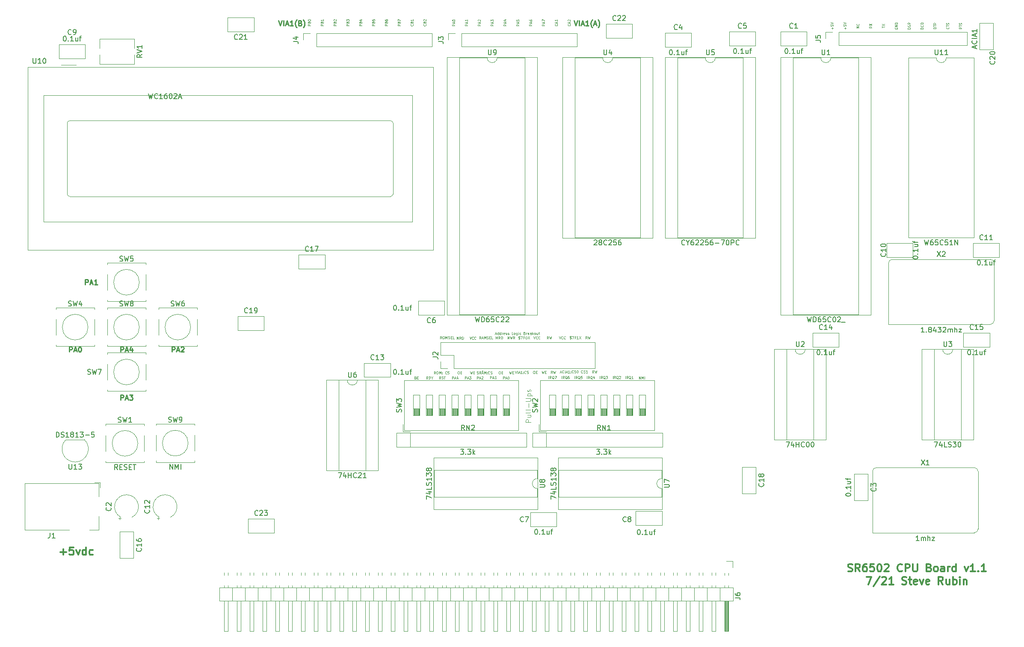
<source format=gbr>
%TF.GenerationSoftware,KiCad,Pcbnew,(5.1.10-1-10_14)*%
%TF.CreationDate,2021-07-17T22:37:21-07:00*%
%TF.ProjectId,SR6502,53523635-3032-42e6-9b69-6361645f7063,rev?*%
%TF.SameCoordinates,Original*%
%TF.FileFunction,Legend,Top*%
%TF.FilePolarity,Positive*%
%FSLAX46Y46*%
G04 Gerber Fmt 4.6, Leading zero omitted, Abs format (unit mm)*
G04 Created by KiCad (PCBNEW (5.1.10-1-10_14)) date 2021-07-17 22:37:21*
%MOMM*%
%LPD*%
G01*
G04 APERTURE LIST*
%ADD10C,0.300000*%
%ADD11C,0.125000*%
%ADD12C,0.100000*%
%ADD13C,0.250000*%
%ADD14C,0.120000*%
%ADD15C,0.150000*%
G04 APERTURE END LIST*
D10*
X47875428Y-139807142D02*
X49018285Y-139807142D01*
X48446857Y-140378571D02*
X48446857Y-139235714D01*
X50446857Y-138878571D02*
X49732571Y-138878571D01*
X49661142Y-139592857D01*
X49732571Y-139521428D01*
X49875428Y-139450000D01*
X50232571Y-139450000D01*
X50375428Y-139521428D01*
X50446857Y-139592857D01*
X50518285Y-139735714D01*
X50518285Y-140092857D01*
X50446857Y-140235714D01*
X50375428Y-140307142D01*
X50232571Y-140378571D01*
X49875428Y-140378571D01*
X49732571Y-140307142D01*
X49661142Y-140235714D01*
X51018285Y-139378571D02*
X51375428Y-140378571D01*
X51732571Y-139378571D01*
X52946857Y-140378571D02*
X52946857Y-138878571D01*
X52946857Y-140307142D02*
X52804000Y-140378571D01*
X52518285Y-140378571D01*
X52375428Y-140307142D01*
X52304000Y-140235714D01*
X52232571Y-140092857D01*
X52232571Y-139664285D01*
X52304000Y-139521428D01*
X52375428Y-139450000D01*
X52518285Y-139378571D01*
X52804000Y-139378571D01*
X52946857Y-139450000D01*
X54304000Y-140307142D02*
X54161142Y-140378571D01*
X53875428Y-140378571D01*
X53732571Y-140307142D01*
X53661142Y-140235714D01*
X53589714Y-140092857D01*
X53589714Y-139664285D01*
X53661142Y-139521428D01*
X53732571Y-139450000D01*
X53875428Y-139378571D01*
X54161142Y-139378571D01*
X54304000Y-139450000D01*
X203781142Y-143604142D02*
X203995428Y-143675571D01*
X204352571Y-143675571D01*
X204495428Y-143604142D01*
X204566857Y-143532714D01*
X204638285Y-143389857D01*
X204638285Y-143247000D01*
X204566857Y-143104142D01*
X204495428Y-143032714D01*
X204352571Y-142961285D01*
X204066857Y-142889857D01*
X203924000Y-142818428D01*
X203852571Y-142747000D01*
X203781142Y-142604142D01*
X203781142Y-142461285D01*
X203852571Y-142318428D01*
X203924000Y-142247000D01*
X204066857Y-142175571D01*
X204424000Y-142175571D01*
X204638285Y-142247000D01*
X206138285Y-143675571D02*
X205638285Y-142961285D01*
X205281142Y-143675571D02*
X205281142Y-142175571D01*
X205852571Y-142175571D01*
X205995428Y-142247000D01*
X206066857Y-142318428D01*
X206138285Y-142461285D01*
X206138285Y-142675571D01*
X206066857Y-142818428D01*
X205995428Y-142889857D01*
X205852571Y-142961285D01*
X205281142Y-142961285D01*
X207424000Y-142175571D02*
X207138285Y-142175571D01*
X206995428Y-142247000D01*
X206924000Y-142318428D01*
X206781142Y-142532714D01*
X206709714Y-142818428D01*
X206709714Y-143389857D01*
X206781142Y-143532714D01*
X206852571Y-143604142D01*
X206995428Y-143675571D01*
X207281142Y-143675571D01*
X207424000Y-143604142D01*
X207495428Y-143532714D01*
X207566857Y-143389857D01*
X207566857Y-143032714D01*
X207495428Y-142889857D01*
X207424000Y-142818428D01*
X207281142Y-142747000D01*
X206995428Y-142747000D01*
X206852571Y-142818428D01*
X206781142Y-142889857D01*
X206709714Y-143032714D01*
X208924000Y-142175571D02*
X208209714Y-142175571D01*
X208138285Y-142889857D01*
X208209714Y-142818428D01*
X208352571Y-142747000D01*
X208709714Y-142747000D01*
X208852571Y-142818428D01*
X208924000Y-142889857D01*
X208995428Y-143032714D01*
X208995428Y-143389857D01*
X208924000Y-143532714D01*
X208852571Y-143604142D01*
X208709714Y-143675571D01*
X208352571Y-143675571D01*
X208209714Y-143604142D01*
X208138285Y-143532714D01*
X209924000Y-142175571D02*
X210066857Y-142175571D01*
X210209714Y-142247000D01*
X210281142Y-142318428D01*
X210352571Y-142461285D01*
X210424000Y-142747000D01*
X210424000Y-143104142D01*
X210352571Y-143389857D01*
X210281142Y-143532714D01*
X210209714Y-143604142D01*
X210066857Y-143675571D01*
X209924000Y-143675571D01*
X209781142Y-143604142D01*
X209709714Y-143532714D01*
X209638285Y-143389857D01*
X209566857Y-143104142D01*
X209566857Y-142747000D01*
X209638285Y-142461285D01*
X209709714Y-142318428D01*
X209781142Y-142247000D01*
X209924000Y-142175571D01*
X210995428Y-142318428D02*
X211066857Y-142247000D01*
X211209714Y-142175571D01*
X211566857Y-142175571D01*
X211709714Y-142247000D01*
X211781142Y-142318428D01*
X211852571Y-142461285D01*
X211852571Y-142604142D01*
X211781142Y-142818428D01*
X210924000Y-143675571D01*
X211852571Y-143675571D01*
X214495428Y-143532714D02*
X214424000Y-143604142D01*
X214209714Y-143675571D01*
X214066857Y-143675571D01*
X213852571Y-143604142D01*
X213709714Y-143461285D01*
X213638285Y-143318428D01*
X213566857Y-143032714D01*
X213566857Y-142818428D01*
X213638285Y-142532714D01*
X213709714Y-142389857D01*
X213852571Y-142247000D01*
X214066857Y-142175571D01*
X214209714Y-142175571D01*
X214424000Y-142247000D01*
X214495428Y-142318428D01*
X215138285Y-143675571D02*
X215138285Y-142175571D01*
X215709714Y-142175571D01*
X215852571Y-142247000D01*
X215924000Y-142318428D01*
X215995428Y-142461285D01*
X215995428Y-142675571D01*
X215924000Y-142818428D01*
X215852571Y-142889857D01*
X215709714Y-142961285D01*
X215138285Y-142961285D01*
X216638285Y-142175571D02*
X216638285Y-143389857D01*
X216709714Y-143532714D01*
X216781142Y-143604142D01*
X216924000Y-143675571D01*
X217209714Y-143675571D01*
X217352571Y-143604142D01*
X217424000Y-143532714D01*
X217495428Y-143389857D01*
X217495428Y-142175571D01*
X219852571Y-142889857D02*
X220066857Y-142961285D01*
X220138285Y-143032714D01*
X220209714Y-143175571D01*
X220209714Y-143389857D01*
X220138285Y-143532714D01*
X220066857Y-143604142D01*
X219924000Y-143675571D01*
X219352571Y-143675571D01*
X219352571Y-142175571D01*
X219852571Y-142175571D01*
X219995428Y-142247000D01*
X220066857Y-142318428D01*
X220138285Y-142461285D01*
X220138285Y-142604142D01*
X220066857Y-142747000D01*
X219995428Y-142818428D01*
X219852571Y-142889857D01*
X219352571Y-142889857D01*
X221066857Y-143675571D02*
X220924000Y-143604142D01*
X220852571Y-143532714D01*
X220781142Y-143389857D01*
X220781142Y-142961285D01*
X220852571Y-142818428D01*
X220924000Y-142747000D01*
X221066857Y-142675571D01*
X221281142Y-142675571D01*
X221424000Y-142747000D01*
X221495428Y-142818428D01*
X221566857Y-142961285D01*
X221566857Y-143389857D01*
X221495428Y-143532714D01*
X221424000Y-143604142D01*
X221281142Y-143675571D01*
X221066857Y-143675571D01*
X222852571Y-143675571D02*
X222852571Y-142889857D01*
X222781142Y-142747000D01*
X222638285Y-142675571D01*
X222352571Y-142675571D01*
X222209714Y-142747000D01*
X222852571Y-143604142D02*
X222709714Y-143675571D01*
X222352571Y-143675571D01*
X222209714Y-143604142D01*
X222138285Y-143461285D01*
X222138285Y-143318428D01*
X222209714Y-143175571D01*
X222352571Y-143104142D01*
X222709714Y-143104142D01*
X222852571Y-143032714D01*
X223566857Y-143675571D02*
X223566857Y-142675571D01*
X223566857Y-142961285D02*
X223638285Y-142818428D01*
X223709714Y-142747000D01*
X223852571Y-142675571D01*
X223995428Y-142675571D01*
X225138285Y-143675571D02*
X225138285Y-142175571D01*
X225138285Y-143604142D02*
X224995428Y-143675571D01*
X224709714Y-143675571D01*
X224566857Y-143604142D01*
X224495428Y-143532714D01*
X224424000Y-143389857D01*
X224424000Y-142961285D01*
X224495428Y-142818428D01*
X224566857Y-142747000D01*
X224709714Y-142675571D01*
X224995428Y-142675571D01*
X225138285Y-142747000D01*
X226852571Y-142675571D02*
X227209714Y-143675571D01*
X227566857Y-142675571D01*
X228924000Y-143675571D02*
X228066857Y-143675571D01*
X228495428Y-143675571D02*
X228495428Y-142175571D01*
X228352571Y-142389857D01*
X228209714Y-142532714D01*
X228066857Y-142604142D01*
X229566857Y-143532714D02*
X229638285Y-143604142D01*
X229566857Y-143675571D01*
X229495428Y-143604142D01*
X229566857Y-143532714D01*
X229566857Y-143675571D01*
X231066857Y-143675571D02*
X230209714Y-143675571D01*
X230638285Y-143675571D02*
X230638285Y-142175571D01*
X230495428Y-142389857D01*
X230352571Y-142532714D01*
X230209714Y-142604142D01*
X207424000Y-144725571D02*
X208424000Y-144725571D01*
X207781142Y-146225571D01*
X210066857Y-144654142D02*
X208781142Y-146582714D01*
X210495428Y-144868428D02*
X210566857Y-144797000D01*
X210709714Y-144725571D01*
X211066857Y-144725571D01*
X211209714Y-144797000D01*
X211281142Y-144868428D01*
X211352571Y-145011285D01*
X211352571Y-145154142D01*
X211281142Y-145368428D01*
X210424000Y-146225571D01*
X211352571Y-146225571D01*
X212781142Y-146225571D02*
X211924000Y-146225571D01*
X212352571Y-146225571D02*
X212352571Y-144725571D01*
X212209714Y-144939857D01*
X212066857Y-145082714D01*
X211924000Y-145154142D01*
X214495428Y-146154142D02*
X214709714Y-146225571D01*
X215066857Y-146225571D01*
X215209714Y-146154142D01*
X215281142Y-146082714D01*
X215352571Y-145939857D01*
X215352571Y-145797000D01*
X215281142Y-145654142D01*
X215209714Y-145582714D01*
X215066857Y-145511285D01*
X214781142Y-145439857D01*
X214638285Y-145368428D01*
X214566857Y-145297000D01*
X214495428Y-145154142D01*
X214495428Y-145011285D01*
X214566857Y-144868428D01*
X214638285Y-144797000D01*
X214781142Y-144725571D01*
X215138285Y-144725571D01*
X215352571Y-144797000D01*
X215781142Y-145225571D02*
X216352571Y-145225571D01*
X215995428Y-144725571D02*
X215995428Y-146011285D01*
X216066857Y-146154142D01*
X216209714Y-146225571D01*
X216352571Y-146225571D01*
X217424000Y-146154142D02*
X217281142Y-146225571D01*
X216995428Y-146225571D01*
X216852571Y-146154142D01*
X216781142Y-146011285D01*
X216781142Y-145439857D01*
X216852571Y-145297000D01*
X216995428Y-145225571D01*
X217281142Y-145225571D01*
X217424000Y-145297000D01*
X217495428Y-145439857D01*
X217495428Y-145582714D01*
X216781142Y-145725571D01*
X217995428Y-145225571D02*
X218352571Y-146225571D01*
X218709714Y-145225571D01*
X219852571Y-146154142D02*
X219709714Y-146225571D01*
X219424000Y-146225571D01*
X219281142Y-146154142D01*
X219209714Y-146011285D01*
X219209714Y-145439857D01*
X219281142Y-145297000D01*
X219424000Y-145225571D01*
X219709714Y-145225571D01*
X219852571Y-145297000D01*
X219924000Y-145439857D01*
X219924000Y-145582714D01*
X219209714Y-145725571D01*
X222566857Y-146225571D02*
X222066857Y-145511285D01*
X221709714Y-146225571D02*
X221709714Y-144725571D01*
X222281142Y-144725571D01*
X222424000Y-144797000D01*
X222495428Y-144868428D01*
X222566857Y-145011285D01*
X222566857Y-145225571D01*
X222495428Y-145368428D01*
X222424000Y-145439857D01*
X222281142Y-145511285D01*
X221709714Y-145511285D01*
X223852571Y-145225571D02*
X223852571Y-146225571D01*
X223209714Y-145225571D02*
X223209714Y-146011285D01*
X223281142Y-146154142D01*
X223424000Y-146225571D01*
X223638285Y-146225571D01*
X223781142Y-146154142D01*
X223852571Y-146082714D01*
X224566857Y-146225571D02*
X224566857Y-144725571D01*
X224566857Y-145297000D02*
X224709714Y-145225571D01*
X224995428Y-145225571D01*
X225138285Y-145297000D01*
X225209714Y-145368428D01*
X225281142Y-145511285D01*
X225281142Y-145939857D01*
X225209714Y-146082714D01*
X225138285Y-146154142D01*
X224995428Y-146225571D01*
X224709714Y-146225571D01*
X224566857Y-146154142D01*
X225924000Y-146225571D02*
X225924000Y-145225571D01*
X225924000Y-144725571D02*
X225852571Y-144797000D01*
X225924000Y-144868428D01*
X225995428Y-144797000D01*
X225924000Y-144725571D01*
X225924000Y-144868428D01*
X226638285Y-145225571D02*
X226638285Y-146225571D01*
X226638285Y-145368428D02*
X226709714Y-145297000D01*
X226852571Y-145225571D01*
X227066857Y-145225571D01*
X227209714Y-145297000D01*
X227281142Y-145439857D01*
X227281142Y-146225571D01*
D11*
X133945857Y-96552533D02*
X134183952Y-96552533D01*
X133898238Y-96695390D02*
X134064904Y-96195390D01*
X134231571Y-96695390D01*
X134612523Y-96695390D02*
X134612523Y-96195390D01*
X134612523Y-96671580D02*
X134564904Y-96695390D01*
X134469666Y-96695390D01*
X134422047Y-96671580D01*
X134398238Y-96647771D01*
X134374428Y-96600152D01*
X134374428Y-96457295D01*
X134398238Y-96409676D01*
X134422047Y-96385866D01*
X134469666Y-96362057D01*
X134564904Y-96362057D01*
X134612523Y-96385866D01*
X135064904Y-96695390D02*
X135064904Y-96195390D01*
X135064904Y-96671580D02*
X135017285Y-96695390D01*
X134922047Y-96695390D01*
X134874428Y-96671580D01*
X134850619Y-96647771D01*
X134826809Y-96600152D01*
X134826809Y-96457295D01*
X134850619Y-96409676D01*
X134874428Y-96385866D01*
X134922047Y-96362057D01*
X135017285Y-96362057D01*
X135064904Y-96385866D01*
X135303000Y-96695390D02*
X135303000Y-96362057D01*
X135303000Y-96457295D02*
X135326809Y-96409676D01*
X135350619Y-96385866D01*
X135398238Y-96362057D01*
X135445857Y-96362057D01*
X135803000Y-96671580D02*
X135755380Y-96695390D01*
X135660142Y-96695390D01*
X135612523Y-96671580D01*
X135588714Y-96623961D01*
X135588714Y-96433485D01*
X135612523Y-96385866D01*
X135660142Y-96362057D01*
X135755380Y-96362057D01*
X135803000Y-96385866D01*
X135826809Y-96433485D01*
X135826809Y-96481104D01*
X135588714Y-96528723D01*
X136017285Y-96671580D02*
X136064904Y-96695390D01*
X136160142Y-96695390D01*
X136207761Y-96671580D01*
X136231571Y-96623961D01*
X136231571Y-96600152D01*
X136207761Y-96552533D01*
X136160142Y-96528723D01*
X136088714Y-96528723D01*
X136041095Y-96504914D01*
X136017285Y-96457295D01*
X136017285Y-96433485D01*
X136041095Y-96385866D01*
X136088714Y-96362057D01*
X136160142Y-96362057D01*
X136207761Y-96385866D01*
X136422047Y-96671580D02*
X136469666Y-96695390D01*
X136564904Y-96695390D01*
X136612523Y-96671580D01*
X136636333Y-96623961D01*
X136636333Y-96600152D01*
X136612523Y-96552533D01*
X136564904Y-96528723D01*
X136493476Y-96528723D01*
X136445857Y-96504914D01*
X136422047Y-96457295D01*
X136422047Y-96433485D01*
X136445857Y-96385866D01*
X136493476Y-96362057D01*
X136564904Y-96362057D01*
X136612523Y-96385866D01*
X137469666Y-96695390D02*
X137231571Y-96695390D01*
X137231571Y-96195390D01*
X137707761Y-96695390D02*
X137660142Y-96671580D01*
X137636333Y-96647771D01*
X137612523Y-96600152D01*
X137612523Y-96457295D01*
X137636333Y-96409676D01*
X137660142Y-96385866D01*
X137707761Y-96362057D01*
X137779190Y-96362057D01*
X137826809Y-96385866D01*
X137850619Y-96409676D01*
X137874428Y-96457295D01*
X137874428Y-96600152D01*
X137850619Y-96647771D01*
X137826809Y-96671580D01*
X137779190Y-96695390D01*
X137707761Y-96695390D01*
X138303000Y-96362057D02*
X138303000Y-96766819D01*
X138279190Y-96814438D01*
X138255380Y-96838247D01*
X138207761Y-96862057D01*
X138136333Y-96862057D01*
X138088714Y-96838247D01*
X138303000Y-96671580D02*
X138255380Y-96695390D01*
X138160142Y-96695390D01*
X138112523Y-96671580D01*
X138088714Y-96647771D01*
X138064904Y-96600152D01*
X138064904Y-96457295D01*
X138088714Y-96409676D01*
X138112523Y-96385866D01*
X138160142Y-96362057D01*
X138255380Y-96362057D01*
X138303000Y-96385866D01*
X138541095Y-96695390D02*
X138541095Y-96362057D01*
X138541095Y-96195390D02*
X138517285Y-96219200D01*
X138541095Y-96243009D01*
X138564904Y-96219200D01*
X138541095Y-96195390D01*
X138541095Y-96243009D01*
X138993476Y-96671580D02*
X138945857Y-96695390D01*
X138850619Y-96695390D01*
X138803000Y-96671580D01*
X138779190Y-96647771D01*
X138755380Y-96600152D01*
X138755380Y-96457295D01*
X138779190Y-96409676D01*
X138803000Y-96385866D01*
X138850619Y-96362057D01*
X138945857Y-96362057D01*
X138993476Y-96385866D01*
X139755380Y-96433485D02*
X139826809Y-96457295D01*
X139850619Y-96481104D01*
X139874428Y-96528723D01*
X139874428Y-96600152D01*
X139850619Y-96647771D01*
X139826809Y-96671580D01*
X139779190Y-96695390D01*
X139588714Y-96695390D01*
X139588714Y-96195390D01*
X139755380Y-96195390D01*
X139803000Y-96219200D01*
X139826809Y-96243009D01*
X139850619Y-96290628D01*
X139850619Y-96338247D01*
X139826809Y-96385866D01*
X139803000Y-96409676D01*
X139755380Y-96433485D01*
X139588714Y-96433485D01*
X140088714Y-96695390D02*
X140088714Y-96362057D01*
X140088714Y-96457295D02*
X140112523Y-96409676D01*
X140136333Y-96385866D01*
X140183952Y-96362057D01*
X140231571Y-96362057D01*
X140588714Y-96671580D02*
X140541095Y-96695390D01*
X140445857Y-96695390D01*
X140398238Y-96671580D01*
X140374428Y-96623961D01*
X140374428Y-96433485D01*
X140398238Y-96385866D01*
X140445857Y-96362057D01*
X140541095Y-96362057D01*
X140588714Y-96385866D01*
X140612523Y-96433485D01*
X140612523Y-96481104D01*
X140374428Y-96528723D01*
X141041095Y-96695390D02*
X141041095Y-96433485D01*
X141017285Y-96385866D01*
X140969666Y-96362057D01*
X140874428Y-96362057D01*
X140826809Y-96385866D01*
X141041095Y-96671580D02*
X140993476Y-96695390D01*
X140874428Y-96695390D01*
X140826809Y-96671580D01*
X140803000Y-96623961D01*
X140803000Y-96576342D01*
X140826809Y-96528723D01*
X140874428Y-96504914D01*
X140993476Y-96504914D01*
X141041095Y-96481104D01*
X141279190Y-96695390D02*
X141279190Y-96195390D01*
X141326809Y-96504914D02*
X141469666Y-96695390D01*
X141469666Y-96362057D02*
X141279190Y-96552533D01*
X141755380Y-96695390D02*
X141707761Y-96671580D01*
X141683952Y-96647771D01*
X141660142Y-96600152D01*
X141660142Y-96457295D01*
X141683952Y-96409676D01*
X141707761Y-96385866D01*
X141755380Y-96362057D01*
X141826809Y-96362057D01*
X141874428Y-96385866D01*
X141898238Y-96409676D01*
X141922047Y-96457295D01*
X141922047Y-96600152D01*
X141898238Y-96647771D01*
X141874428Y-96671580D01*
X141826809Y-96695390D01*
X141755380Y-96695390D01*
X142350619Y-96362057D02*
X142350619Y-96695390D01*
X142136333Y-96362057D02*
X142136333Y-96623961D01*
X142160142Y-96671580D01*
X142207761Y-96695390D01*
X142279190Y-96695390D01*
X142326809Y-96671580D01*
X142350619Y-96647771D01*
X142517285Y-96362057D02*
X142707761Y-96362057D01*
X142588714Y-96195390D02*
X142588714Y-96623961D01*
X142612523Y-96671580D01*
X142660142Y-96695390D01*
X142707761Y-96695390D01*
X152142047Y-97609790D02*
X151975380Y-97371695D01*
X151856333Y-97609790D02*
X151856333Y-97109790D01*
X152046809Y-97109790D01*
X152094428Y-97133600D01*
X152118238Y-97157409D01*
X152142047Y-97205028D01*
X152142047Y-97276457D01*
X152118238Y-97324076D01*
X152094428Y-97347885D01*
X152046809Y-97371695D01*
X151856333Y-97371695D01*
X152308714Y-97109790D02*
X152427761Y-97609790D01*
X152523000Y-97252647D01*
X152618238Y-97609790D01*
X152737285Y-97109790D01*
X148712371Y-97535180D02*
X148783800Y-97558990D01*
X148902847Y-97558990D01*
X148950466Y-97535180D01*
X148974276Y-97511371D01*
X148998085Y-97463752D01*
X148998085Y-97416133D01*
X148974276Y-97368514D01*
X148950466Y-97344704D01*
X148902847Y-97320895D01*
X148807609Y-97297085D01*
X148759990Y-97273276D01*
X148736180Y-97249466D01*
X148712371Y-97201847D01*
X148712371Y-97154228D01*
X148736180Y-97106609D01*
X148759990Y-97082800D01*
X148807609Y-97058990D01*
X148926657Y-97058990D01*
X148998085Y-97082800D01*
X148855228Y-96987561D02*
X148855228Y-97630419D01*
X149164752Y-97058990D02*
X149498085Y-97058990D01*
X149283800Y-97558990D01*
X149855228Y-97297085D02*
X149688561Y-97297085D01*
X149688561Y-97558990D02*
X149688561Y-97058990D01*
X149926657Y-97058990D01*
X150379038Y-97558990D02*
X150093323Y-97558990D01*
X150236180Y-97558990D02*
X150236180Y-97058990D01*
X150188561Y-97130419D01*
X150140942Y-97178038D01*
X150093323Y-97201847D01*
X150545704Y-97058990D02*
X150879038Y-97558990D01*
X150879038Y-97058990D02*
X150545704Y-97558990D01*
X146551733Y-97109790D02*
X146718400Y-97609790D01*
X146885066Y-97109790D01*
X147337447Y-97562171D02*
X147313638Y-97585980D01*
X147242209Y-97609790D01*
X147194590Y-97609790D01*
X147123161Y-97585980D01*
X147075542Y-97538361D01*
X147051733Y-97490742D01*
X147027923Y-97395504D01*
X147027923Y-97324076D01*
X147051733Y-97228838D01*
X147075542Y-97181219D01*
X147123161Y-97133600D01*
X147194590Y-97109790D01*
X147242209Y-97109790D01*
X147313638Y-97133600D01*
X147337447Y-97157409D01*
X147837447Y-97562171D02*
X147813638Y-97585980D01*
X147742209Y-97609790D01*
X147694590Y-97609790D01*
X147623161Y-97585980D01*
X147575542Y-97538361D01*
X147551733Y-97490742D01*
X147527923Y-97395504D01*
X147527923Y-97324076D01*
X147551733Y-97228838D01*
X147575542Y-97181219D01*
X147623161Y-97133600D01*
X147694590Y-97109790D01*
X147742209Y-97109790D01*
X147813638Y-97133600D01*
X147837447Y-97157409D01*
X144496647Y-97609790D02*
X144329980Y-97371695D01*
X144210933Y-97609790D02*
X144210933Y-97109790D01*
X144401409Y-97109790D01*
X144449028Y-97133600D01*
X144472838Y-97157409D01*
X144496647Y-97205028D01*
X144496647Y-97276457D01*
X144472838Y-97324076D01*
X144449028Y-97347885D01*
X144401409Y-97371695D01*
X144210933Y-97371695D01*
X144663314Y-97109790D02*
X144782361Y-97609790D01*
X144877600Y-97252647D01*
X144972838Y-97609790D01*
X145091885Y-97109790D01*
X141522533Y-97109790D02*
X141689200Y-97609790D01*
X141855866Y-97109790D01*
X142308247Y-97562171D02*
X142284438Y-97585980D01*
X142213009Y-97609790D01*
X142165390Y-97609790D01*
X142093961Y-97585980D01*
X142046342Y-97538361D01*
X142022533Y-97490742D01*
X141998723Y-97395504D01*
X141998723Y-97324076D01*
X142022533Y-97228838D01*
X142046342Y-97181219D01*
X142093961Y-97133600D01*
X142165390Y-97109790D01*
X142213009Y-97109790D01*
X142284438Y-97133600D01*
X142308247Y-97157409D01*
X142808247Y-97562171D02*
X142784438Y-97585980D01*
X142713009Y-97609790D01*
X142665390Y-97609790D01*
X142593961Y-97585980D01*
X142546342Y-97538361D01*
X142522533Y-97490742D01*
X142498723Y-97395504D01*
X142498723Y-97324076D01*
X142522533Y-97228838D01*
X142546342Y-97181219D01*
X142593961Y-97133600D01*
X142665390Y-97109790D01*
X142713009Y-97109790D01*
X142784438Y-97133600D01*
X142808247Y-97157409D01*
X138552371Y-97585980D02*
X138623800Y-97609790D01*
X138742847Y-97609790D01*
X138790466Y-97585980D01*
X138814276Y-97562171D01*
X138838085Y-97514552D01*
X138838085Y-97466933D01*
X138814276Y-97419314D01*
X138790466Y-97395504D01*
X138742847Y-97371695D01*
X138647609Y-97347885D01*
X138599990Y-97324076D01*
X138576180Y-97300266D01*
X138552371Y-97252647D01*
X138552371Y-97205028D01*
X138576180Y-97157409D01*
X138599990Y-97133600D01*
X138647609Y-97109790D01*
X138766657Y-97109790D01*
X138838085Y-97133600D01*
X138695228Y-97038361D02*
X138695228Y-97681219D01*
X139004752Y-97109790D02*
X139338085Y-97109790D01*
X139123800Y-97609790D01*
X139695228Y-97347885D02*
X139528561Y-97347885D01*
X139528561Y-97609790D02*
X139528561Y-97109790D01*
X139766657Y-97109790D01*
X140052371Y-97109790D02*
X140099990Y-97109790D01*
X140147609Y-97133600D01*
X140171419Y-97157409D01*
X140195228Y-97205028D01*
X140219038Y-97300266D01*
X140219038Y-97419314D01*
X140195228Y-97514552D01*
X140171419Y-97562171D01*
X140147609Y-97585980D01*
X140099990Y-97609790D01*
X140052371Y-97609790D01*
X140004752Y-97585980D01*
X139980942Y-97562171D01*
X139957133Y-97514552D01*
X139933323Y-97419314D01*
X139933323Y-97300266D01*
X139957133Y-97205028D01*
X139980942Y-97157409D01*
X140004752Y-97133600D01*
X140052371Y-97109790D01*
X140385704Y-97109790D02*
X140719038Y-97609790D01*
X140719038Y-97109790D02*
X140385704Y-97609790D01*
X136381419Y-97609790D02*
X136381419Y-97109790D01*
X136548085Y-97466933D01*
X136714752Y-97109790D01*
X136714752Y-97609790D01*
X136905228Y-97109790D02*
X137024276Y-97609790D01*
X137119514Y-97252647D01*
X137214752Y-97609790D01*
X137333800Y-97109790D01*
X137809990Y-97609790D02*
X137643323Y-97371695D01*
X137524276Y-97609790D02*
X137524276Y-97109790D01*
X137714752Y-97109790D01*
X137762371Y-97133600D01*
X137786180Y-97157409D01*
X137809990Y-97205028D01*
X137809990Y-97276457D01*
X137786180Y-97324076D01*
X137762371Y-97347885D01*
X137714752Y-97371695D01*
X137524276Y-97371695D01*
X134054933Y-97609790D02*
X134054933Y-97109790D01*
X134221600Y-97466933D01*
X134388266Y-97109790D01*
X134388266Y-97609790D01*
X134912076Y-97609790D02*
X134745409Y-97371695D01*
X134626361Y-97609790D02*
X134626361Y-97109790D01*
X134816838Y-97109790D01*
X134864457Y-97133600D01*
X134888266Y-97157409D01*
X134912076Y-97205028D01*
X134912076Y-97276457D01*
X134888266Y-97324076D01*
X134864457Y-97347885D01*
X134816838Y-97371695D01*
X134626361Y-97371695D01*
X135126361Y-97609790D02*
X135126361Y-97109790D01*
X135245409Y-97109790D01*
X135316838Y-97133600D01*
X135364457Y-97181219D01*
X135388266Y-97228838D01*
X135412076Y-97324076D01*
X135412076Y-97395504D01*
X135388266Y-97490742D01*
X135364457Y-97538361D01*
X135316838Y-97585980D01*
X135245409Y-97609790D01*
X135126361Y-97609790D01*
X131093495Y-97584390D02*
X130926828Y-97346295D01*
X130807780Y-97584390D02*
X130807780Y-97084390D01*
X130998257Y-97084390D01*
X131045876Y-97108200D01*
X131069685Y-97132009D01*
X131093495Y-97179628D01*
X131093495Y-97251057D01*
X131069685Y-97298676D01*
X131045876Y-97322485D01*
X130998257Y-97346295D01*
X130807780Y-97346295D01*
X131283971Y-97441533D02*
X131522066Y-97441533D01*
X131236352Y-97584390D02*
X131403019Y-97084390D01*
X131569685Y-97584390D01*
X131736352Y-97584390D02*
X131736352Y-97084390D01*
X131903019Y-97441533D01*
X132069685Y-97084390D01*
X132069685Y-97584390D01*
X132283971Y-97560580D02*
X132355400Y-97584390D01*
X132474447Y-97584390D01*
X132522066Y-97560580D01*
X132545876Y-97536771D01*
X132569685Y-97489152D01*
X132569685Y-97441533D01*
X132545876Y-97393914D01*
X132522066Y-97370104D01*
X132474447Y-97346295D01*
X132379209Y-97322485D01*
X132331590Y-97298676D01*
X132307780Y-97274866D01*
X132283971Y-97227247D01*
X132283971Y-97179628D01*
X132307780Y-97132009D01*
X132331590Y-97108200D01*
X132379209Y-97084390D01*
X132498257Y-97084390D01*
X132569685Y-97108200D01*
X132783971Y-97322485D02*
X132950638Y-97322485D01*
X133022066Y-97584390D02*
X132783971Y-97584390D01*
X132783971Y-97084390D01*
X133022066Y-97084390D01*
X133474447Y-97584390D02*
X133236352Y-97584390D01*
X133236352Y-97084390D01*
X128847933Y-97160590D02*
X129014600Y-97660590D01*
X129181266Y-97160590D01*
X129633647Y-97612971D02*
X129609838Y-97636780D01*
X129538409Y-97660590D01*
X129490790Y-97660590D01*
X129419361Y-97636780D01*
X129371742Y-97589161D01*
X129347933Y-97541542D01*
X129324123Y-97446304D01*
X129324123Y-97374876D01*
X129347933Y-97279638D01*
X129371742Y-97232019D01*
X129419361Y-97184400D01*
X129490790Y-97160590D01*
X129538409Y-97160590D01*
X129609838Y-97184400D01*
X129633647Y-97208209D01*
X130133647Y-97612971D02*
X130109838Y-97636780D01*
X130038409Y-97660590D01*
X129990790Y-97660590D01*
X129919361Y-97636780D01*
X129871742Y-97589161D01*
X129847933Y-97541542D01*
X129824123Y-97446304D01*
X129824123Y-97374876D01*
X129847933Y-97279638D01*
X129871742Y-97232019D01*
X129919361Y-97184400D01*
X129990790Y-97160590D01*
X130038409Y-97160590D01*
X130109838Y-97184400D01*
X130133647Y-97208209D01*
X126307933Y-97635190D02*
X126307933Y-97135190D01*
X126474600Y-97492333D01*
X126641266Y-97135190D01*
X126641266Y-97635190D01*
X127165076Y-97635190D02*
X126998409Y-97397095D01*
X126879361Y-97635190D02*
X126879361Y-97135190D01*
X127069838Y-97135190D01*
X127117457Y-97159000D01*
X127141266Y-97182809D01*
X127165076Y-97230428D01*
X127165076Y-97301857D01*
X127141266Y-97349476D01*
X127117457Y-97373285D01*
X127069838Y-97397095D01*
X126879361Y-97397095D01*
X127379361Y-97635190D02*
X127379361Y-97135190D01*
X127498409Y-97135190D01*
X127569838Y-97159000D01*
X127617457Y-97206619D01*
X127641266Y-97254238D01*
X127665076Y-97349476D01*
X127665076Y-97420904D01*
X127641266Y-97516142D01*
X127617457Y-97563761D01*
X127569838Y-97611380D01*
X127498409Y-97635190D01*
X127379361Y-97635190D01*
D12*
X146799752Y-104172533D02*
X147037847Y-104172533D01*
X146752133Y-104315390D02*
X146918800Y-103815390D01*
X147085466Y-104315390D01*
X147537847Y-104267771D02*
X147514038Y-104291580D01*
X147442609Y-104315390D01*
X147394990Y-104315390D01*
X147323561Y-104291580D01*
X147275942Y-104243961D01*
X147252133Y-104196342D01*
X147228323Y-104101104D01*
X147228323Y-104029676D01*
X147252133Y-103934438D01*
X147275942Y-103886819D01*
X147323561Y-103839200D01*
X147394990Y-103815390D01*
X147442609Y-103815390D01*
X147514038Y-103839200D01*
X147537847Y-103863009D01*
X147752133Y-104315390D02*
X147752133Y-103815390D01*
X147966419Y-104172533D02*
X148204514Y-104172533D01*
X147918800Y-104315390D02*
X148085466Y-103815390D01*
X148252133Y-104315390D01*
X148680704Y-104315390D02*
X148394990Y-104315390D01*
X148537847Y-104315390D02*
X148537847Y-103815390D01*
X148490228Y-103886819D01*
X148442609Y-103934438D01*
X148394990Y-103958247D01*
X148894990Y-104267771D02*
X148918800Y-104291580D01*
X148894990Y-104315390D01*
X148871180Y-104291580D01*
X148894990Y-104267771D01*
X148894990Y-104315390D01*
X148894990Y-104005866D02*
X148918800Y-104029676D01*
X148894990Y-104053485D01*
X148871180Y-104029676D01*
X148894990Y-104005866D01*
X148894990Y-104053485D01*
X149418800Y-104267771D02*
X149394990Y-104291580D01*
X149323561Y-104315390D01*
X149275942Y-104315390D01*
X149204514Y-104291580D01*
X149156895Y-104243961D01*
X149133085Y-104196342D01*
X149109276Y-104101104D01*
X149109276Y-104029676D01*
X149133085Y-103934438D01*
X149156895Y-103886819D01*
X149204514Y-103839200D01*
X149275942Y-103815390D01*
X149323561Y-103815390D01*
X149394990Y-103839200D01*
X149418800Y-103863009D01*
X149609276Y-104291580D02*
X149680704Y-104315390D01*
X149799752Y-104315390D01*
X149847371Y-104291580D01*
X149871180Y-104267771D01*
X149894990Y-104220152D01*
X149894990Y-104172533D01*
X149871180Y-104124914D01*
X149847371Y-104101104D01*
X149799752Y-104077295D01*
X149704514Y-104053485D01*
X149656895Y-104029676D01*
X149633085Y-104005866D01*
X149609276Y-103958247D01*
X149609276Y-103910628D01*
X149633085Y-103863009D01*
X149656895Y-103839200D01*
X149704514Y-103815390D01*
X149823561Y-103815390D01*
X149894990Y-103839200D01*
X150204514Y-103815390D02*
X150252133Y-103815390D01*
X150299752Y-103839200D01*
X150323561Y-103863009D01*
X150347371Y-103910628D01*
X150371180Y-104005866D01*
X150371180Y-104124914D01*
X150347371Y-104220152D01*
X150323561Y-104267771D01*
X150299752Y-104291580D01*
X150252133Y-104315390D01*
X150204514Y-104315390D01*
X150156895Y-104291580D01*
X150133085Y-104267771D01*
X150109276Y-104220152D01*
X150085466Y-104124914D01*
X150085466Y-104005866D01*
X150109276Y-103910628D01*
X150133085Y-103863009D01*
X150156895Y-103839200D01*
X150204514Y-103815390D01*
X151252133Y-104267771D02*
X151228323Y-104291580D01*
X151156895Y-104315390D01*
X151109276Y-104315390D01*
X151037847Y-104291580D01*
X150990228Y-104243961D01*
X150966419Y-104196342D01*
X150942609Y-104101104D01*
X150942609Y-104029676D01*
X150966419Y-103934438D01*
X150990228Y-103886819D01*
X151037847Y-103839200D01*
X151109276Y-103815390D01*
X151156895Y-103815390D01*
X151228323Y-103839200D01*
X151252133Y-103863009D01*
X151442609Y-104291580D02*
X151514038Y-104315390D01*
X151633085Y-104315390D01*
X151680704Y-104291580D01*
X151704514Y-104267771D01*
X151728323Y-104220152D01*
X151728323Y-104172533D01*
X151704514Y-104124914D01*
X151680704Y-104101104D01*
X151633085Y-104077295D01*
X151537847Y-104053485D01*
X151490228Y-104029676D01*
X151466419Y-104005866D01*
X151442609Y-103958247D01*
X151442609Y-103910628D01*
X151466419Y-103863009D01*
X151490228Y-103839200D01*
X151537847Y-103815390D01*
X151656895Y-103815390D01*
X151728323Y-103839200D01*
X152204514Y-104315390D02*
X151918800Y-104315390D01*
X152061657Y-104315390D02*
X152061657Y-103815390D01*
X152014038Y-103886819D01*
X151966419Y-103934438D01*
X151918800Y-103958247D01*
X153466419Y-104315390D02*
X153299752Y-104077295D01*
X153180704Y-104315390D02*
X153180704Y-103815390D01*
X153371180Y-103815390D01*
X153418800Y-103839200D01*
X153442609Y-103863009D01*
X153466419Y-103910628D01*
X153466419Y-103982057D01*
X153442609Y-104029676D01*
X153418800Y-104053485D01*
X153371180Y-104077295D01*
X153180704Y-104077295D01*
X153633085Y-103815390D02*
X153752133Y-104315390D01*
X153847371Y-103958247D01*
X153942609Y-104315390D01*
X154061657Y-103815390D01*
X137860590Y-103942390D02*
X138027257Y-104442390D01*
X138193923Y-103942390D01*
X138360590Y-104442390D02*
X138360590Y-103942390D01*
X138574876Y-104299533D02*
X138812971Y-104299533D01*
X138527257Y-104442390D02*
X138693923Y-103942390D01*
X138860590Y-104442390D01*
X139289161Y-104442390D02*
X139003447Y-104442390D01*
X139146304Y-104442390D02*
X139146304Y-103942390D01*
X139098685Y-104013819D01*
X139051066Y-104061438D01*
X139003447Y-104085247D01*
X139503447Y-104394771D02*
X139527257Y-104418580D01*
X139503447Y-104442390D01*
X139479638Y-104418580D01*
X139503447Y-104394771D01*
X139503447Y-104442390D01*
X139503447Y-104132866D02*
X139527257Y-104156676D01*
X139503447Y-104180485D01*
X139479638Y-104156676D01*
X139503447Y-104132866D01*
X139503447Y-104180485D01*
X140027257Y-104394771D02*
X140003447Y-104418580D01*
X139932019Y-104442390D01*
X139884400Y-104442390D01*
X139812971Y-104418580D01*
X139765352Y-104370961D01*
X139741542Y-104323342D01*
X139717733Y-104228104D01*
X139717733Y-104156676D01*
X139741542Y-104061438D01*
X139765352Y-104013819D01*
X139812971Y-103966200D01*
X139884400Y-103942390D01*
X139932019Y-103942390D01*
X140003447Y-103966200D01*
X140027257Y-103990009D01*
X140217733Y-104418580D02*
X140289161Y-104442390D01*
X140408209Y-104442390D01*
X140455828Y-104418580D01*
X140479638Y-104394771D01*
X140503447Y-104347152D01*
X140503447Y-104299533D01*
X140479638Y-104251914D01*
X140455828Y-104228104D01*
X140408209Y-104204295D01*
X140312971Y-104180485D01*
X140265352Y-104156676D01*
X140241542Y-104132866D01*
X140217733Y-104085247D01*
X140217733Y-104037628D01*
X140241542Y-103990009D01*
X140265352Y-103966200D01*
X140312971Y-103942390D01*
X140432019Y-103942390D01*
X140503447Y-103966200D01*
X141574876Y-103942390D02*
X141670114Y-103942390D01*
X141717733Y-103966200D01*
X141765352Y-104013819D01*
X141789161Y-104109057D01*
X141789161Y-104275723D01*
X141765352Y-104370961D01*
X141717733Y-104418580D01*
X141670114Y-104442390D01*
X141574876Y-104442390D01*
X141527257Y-104418580D01*
X141479638Y-104370961D01*
X141455828Y-104275723D01*
X141455828Y-104109057D01*
X141479638Y-104013819D01*
X141527257Y-103966200D01*
X141574876Y-103942390D01*
X142003447Y-104180485D02*
X142170114Y-104180485D01*
X142241542Y-104442390D02*
X142003447Y-104442390D01*
X142003447Y-103942390D01*
X142241542Y-103942390D01*
X143170114Y-103942390D02*
X143289161Y-104442390D01*
X143384400Y-104085247D01*
X143479638Y-104442390D01*
X143598685Y-103942390D01*
X143789161Y-104180485D02*
X143955828Y-104180485D01*
X144027257Y-104442390D02*
X143789161Y-104442390D01*
X143789161Y-103942390D01*
X144027257Y-103942390D01*
X145289161Y-104442390D02*
X145122495Y-104204295D01*
X145003447Y-104442390D02*
X145003447Y-103942390D01*
X145193923Y-103942390D01*
X145241542Y-103966200D01*
X145265352Y-103990009D01*
X145289161Y-104037628D01*
X145289161Y-104109057D01*
X145265352Y-104156676D01*
X145241542Y-104180485D01*
X145193923Y-104204295D01*
X145003447Y-104204295D01*
X145455828Y-103942390D02*
X145574876Y-104442390D01*
X145670114Y-104085247D01*
X145765352Y-104442390D01*
X145884400Y-103942390D01*
X130316742Y-104494780D02*
X130388171Y-104518590D01*
X130507219Y-104518590D01*
X130554838Y-104494780D01*
X130578647Y-104470971D01*
X130602457Y-104423352D01*
X130602457Y-104375733D01*
X130578647Y-104328114D01*
X130554838Y-104304304D01*
X130507219Y-104280495D01*
X130411980Y-104256685D01*
X130364361Y-104232876D01*
X130340552Y-104209066D01*
X130316742Y-104161447D01*
X130316742Y-104113828D01*
X130340552Y-104066209D01*
X130364361Y-104042400D01*
X130411980Y-104018590D01*
X130531028Y-104018590D01*
X130602457Y-104042400D01*
X131102457Y-104518590D02*
X130935790Y-104280495D01*
X130816742Y-104518590D02*
X130816742Y-104018590D01*
X131007219Y-104018590D01*
X131054838Y-104042400D01*
X131078647Y-104066209D01*
X131102457Y-104113828D01*
X131102457Y-104185257D01*
X131078647Y-104232876D01*
X131054838Y-104256685D01*
X131007219Y-104280495D01*
X130816742Y-104280495D01*
X131292933Y-104375733D02*
X131531028Y-104375733D01*
X131245314Y-104518590D02*
X131411980Y-104018590D01*
X131578647Y-104518590D01*
X131411980Y-104018590D02*
X131364361Y-103994780D01*
X131340552Y-103947161D01*
X131364361Y-103899542D01*
X131411980Y-103875733D01*
X131459600Y-103899542D01*
X131483409Y-103947161D01*
X131459600Y-103994780D01*
X131411980Y-104018590D01*
X131745314Y-104518590D02*
X131745314Y-104018590D01*
X131911980Y-104375733D01*
X132078647Y-104018590D01*
X132078647Y-104518590D01*
X132316742Y-104470971D02*
X132340552Y-104494780D01*
X132316742Y-104518590D01*
X132292933Y-104494780D01*
X132316742Y-104470971D01*
X132316742Y-104518590D01*
X132316742Y-104209066D02*
X132340552Y-104232876D01*
X132316742Y-104256685D01*
X132292933Y-104232876D01*
X132316742Y-104209066D01*
X132316742Y-104256685D01*
X132840552Y-104470971D02*
X132816742Y-104494780D01*
X132745314Y-104518590D01*
X132697695Y-104518590D01*
X132626266Y-104494780D01*
X132578647Y-104447161D01*
X132554838Y-104399542D01*
X132531028Y-104304304D01*
X132531028Y-104232876D01*
X132554838Y-104137638D01*
X132578647Y-104090019D01*
X132626266Y-104042400D01*
X132697695Y-104018590D01*
X132745314Y-104018590D01*
X132816742Y-104042400D01*
X132840552Y-104066209D01*
X133031028Y-104494780D02*
X133102457Y-104518590D01*
X133221504Y-104518590D01*
X133269123Y-104494780D01*
X133292933Y-104470971D01*
X133316742Y-104423352D01*
X133316742Y-104375733D01*
X133292933Y-104328114D01*
X133269123Y-104304304D01*
X133221504Y-104280495D01*
X133126266Y-104256685D01*
X133078647Y-104232876D01*
X133054838Y-104209066D01*
X133031028Y-104161447D01*
X133031028Y-104113828D01*
X133054838Y-104066209D01*
X133078647Y-104042400D01*
X133126266Y-104018590D01*
X133245314Y-104018590D01*
X133316742Y-104042400D01*
X134769123Y-104018590D02*
X134864361Y-104018590D01*
X134911980Y-104042400D01*
X134959600Y-104090019D01*
X134983409Y-104185257D01*
X134983409Y-104351923D01*
X134959600Y-104447161D01*
X134911980Y-104494780D01*
X134864361Y-104518590D01*
X134769123Y-104518590D01*
X134721504Y-104494780D01*
X134673885Y-104447161D01*
X134650076Y-104351923D01*
X134650076Y-104185257D01*
X134673885Y-104090019D01*
X134721504Y-104042400D01*
X134769123Y-104018590D01*
X135197695Y-104256685D02*
X135364361Y-104256685D01*
X135435790Y-104518590D02*
X135197695Y-104518590D01*
X135197695Y-104018590D01*
X135435790Y-104018590D01*
X136745314Y-104018590D02*
X136864361Y-104518590D01*
X136959600Y-104161447D01*
X137054838Y-104518590D01*
X137173885Y-104018590D01*
X137364361Y-104256685D02*
X137531028Y-104256685D01*
X137602457Y-104518590D02*
X137364361Y-104518590D01*
X137364361Y-104018590D01*
X137602457Y-104018590D01*
X122117314Y-104518590D02*
X121950647Y-104280495D01*
X121831599Y-104518590D02*
X121831599Y-104018590D01*
X122022076Y-104018590D01*
X122069695Y-104042400D01*
X122093504Y-104066209D01*
X122117314Y-104113828D01*
X122117314Y-104185257D01*
X122093504Y-104232876D01*
X122069695Y-104256685D01*
X122022076Y-104280495D01*
X121831599Y-104280495D01*
X122426838Y-104018590D02*
X122522076Y-104018590D01*
X122569695Y-104042400D01*
X122617314Y-104090019D01*
X122641123Y-104185257D01*
X122641123Y-104351923D01*
X122617314Y-104447161D01*
X122569695Y-104494780D01*
X122522076Y-104518590D01*
X122426838Y-104518590D01*
X122379219Y-104494780D01*
X122331599Y-104447161D01*
X122307790Y-104351923D01*
X122307790Y-104185257D01*
X122331599Y-104090019D01*
X122379219Y-104042400D01*
X122426838Y-104018590D01*
X122855409Y-104518590D02*
X122855409Y-104018590D01*
X123022076Y-104375733D01*
X123188742Y-104018590D01*
X123188742Y-104518590D01*
X123426838Y-104470971D02*
X123450647Y-104494780D01*
X123426838Y-104518590D01*
X123403028Y-104494780D01*
X123426838Y-104470971D01*
X123426838Y-104518590D01*
X123426838Y-104209066D02*
X123450647Y-104232876D01*
X123426838Y-104256685D01*
X123403028Y-104232876D01*
X123426838Y-104209066D01*
X123426838Y-104256685D01*
X124331599Y-104470971D02*
X124307790Y-104494780D01*
X124236361Y-104518590D01*
X124188742Y-104518590D01*
X124117314Y-104494780D01*
X124069695Y-104447161D01*
X124045885Y-104399542D01*
X124022076Y-104304304D01*
X124022076Y-104232876D01*
X124045885Y-104137638D01*
X124069695Y-104090019D01*
X124117314Y-104042400D01*
X124188742Y-104018590D01*
X124236361Y-104018590D01*
X124307790Y-104042400D01*
X124331599Y-104066209D01*
X124522076Y-104494780D02*
X124593504Y-104518590D01*
X124712552Y-104518590D01*
X124760171Y-104494780D01*
X124783980Y-104470971D01*
X124807790Y-104423352D01*
X124807790Y-104375733D01*
X124783980Y-104328114D01*
X124760171Y-104304304D01*
X124712552Y-104280495D01*
X124617314Y-104256685D01*
X124569695Y-104232876D01*
X124545885Y-104209066D01*
X124522076Y-104161447D01*
X124522076Y-104113828D01*
X124545885Y-104066209D01*
X124569695Y-104042400D01*
X124617314Y-104018590D01*
X124736361Y-104018590D01*
X124807790Y-104042400D01*
X126641123Y-104018590D02*
X126736361Y-104018590D01*
X126783980Y-104042400D01*
X126831599Y-104090019D01*
X126855409Y-104185257D01*
X126855409Y-104351923D01*
X126831599Y-104447161D01*
X126783980Y-104494780D01*
X126736361Y-104518590D01*
X126641123Y-104518590D01*
X126593504Y-104494780D01*
X126545885Y-104447161D01*
X126522076Y-104351923D01*
X126522076Y-104185257D01*
X126545885Y-104090019D01*
X126593504Y-104042400D01*
X126641123Y-104018590D01*
X127069695Y-104256685D02*
X127236361Y-104256685D01*
X127307790Y-104518590D02*
X127069695Y-104518590D01*
X127069695Y-104018590D01*
X127307790Y-104018590D01*
X128998266Y-104018590D02*
X129117314Y-104518590D01*
X129212552Y-104161447D01*
X129307790Y-104518590D01*
X129426838Y-104018590D01*
X129617314Y-104256685D02*
X129783980Y-104256685D01*
X129855409Y-104518590D02*
X129617314Y-104518590D01*
X129617314Y-104018590D01*
X129855409Y-104018590D01*
D11*
X123349676Y-97558990D02*
X123183009Y-97320895D01*
X123063961Y-97558990D02*
X123063961Y-97058990D01*
X123254438Y-97058990D01*
X123302057Y-97082800D01*
X123325866Y-97106609D01*
X123349676Y-97154228D01*
X123349676Y-97225657D01*
X123325866Y-97273276D01*
X123302057Y-97297085D01*
X123254438Y-97320895D01*
X123063961Y-97320895D01*
X123659200Y-97058990D02*
X123754438Y-97058990D01*
X123802057Y-97082800D01*
X123849676Y-97130419D01*
X123873485Y-97225657D01*
X123873485Y-97392323D01*
X123849676Y-97487561D01*
X123802057Y-97535180D01*
X123754438Y-97558990D01*
X123659200Y-97558990D01*
X123611580Y-97535180D01*
X123563961Y-97487561D01*
X123540152Y-97392323D01*
X123540152Y-97225657D01*
X123563961Y-97130419D01*
X123611580Y-97082800D01*
X123659200Y-97058990D01*
X124087771Y-97558990D02*
X124087771Y-97058990D01*
X124254438Y-97416133D01*
X124421104Y-97058990D01*
X124421104Y-97558990D01*
X124635390Y-97535180D02*
X124706819Y-97558990D01*
X124825866Y-97558990D01*
X124873485Y-97535180D01*
X124897295Y-97511371D01*
X124921104Y-97463752D01*
X124921104Y-97416133D01*
X124897295Y-97368514D01*
X124873485Y-97344704D01*
X124825866Y-97320895D01*
X124730628Y-97297085D01*
X124683009Y-97273276D01*
X124659200Y-97249466D01*
X124635390Y-97201847D01*
X124635390Y-97154228D01*
X124659200Y-97106609D01*
X124683009Y-97082800D01*
X124730628Y-97058990D01*
X124849676Y-97058990D01*
X124921104Y-97082800D01*
X125135390Y-97297085D02*
X125302057Y-97297085D01*
X125373485Y-97558990D02*
X125135390Y-97558990D01*
X125135390Y-97058990D01*
X125373485Y-97058990D01*
X125825866Y-97558990D02*
X125587771Y-97558990D01*
X125587771Y-97058990D01*
X140990580Y-114109095D02*
X139990580Y-114109095D01*
X139990580Y-113728142D01*
X140038200Y-113632904D01*
X140085819Y-113585285D01*
X140181057Y-113537666D01*
X140323914Y-113537666D01*
X140419152Y-113585285D01*
X140466771Y-113632904D01*
X140514390Y-113728142D01*
X140514390Y-114109095D01*
X140323914Y-112680523D02*
X140990580Y-112680523D01*
X140323914Y-113109095D02*
X140847723Y-113109095D01*
X140942961Y-113061476D01*
X140990580Y-112966238D01*
X140990580Y-112823380D01*
X140942961Y-112728142D01*
X140895342Y-112680523D01*
X140990580Y-112061476D02*
X140942961Y-112156714D01*
X140847723Y-112204333D01*
X139990580Y-112204333D01*
X140990580Y-111537666D02*
X140942961Y-111632904D01*
X140847723Y-111680523D01*
X139990580Y-111680523D01*
X140609628Y-111156714D02*
X140609628Y-110394809D01*
X139990580Y-109918619D02*
X140800104Y-109918619D01*
X140895342Y-109871000D01*
X140942961Y-109823380D01*
X140990580Y-109728142D01*
X140990580Y-109537666D01*
X140942961Y-109442428D01*
X140895342Y-109394809D01*
X140800104Y-109347190D01*
X139990580Y-109347190D01*
X140323914Y-108871000D02*
X141323914Y-108871000D01*
X140371533Y-108871000D02*
X140323914Y-108775761D01*
X140323914Y-108585285D01*
X140371533Y-108490047D01*
X140419152Y-108442428D01*
X140514390Y-108394809D01*
X140800104Y-108394809D01*
X140895342Y-108442428D01*
X140942961Y-108490047D01*
X140990580Y-108585285D01*
X140990580Y-108775761D01*
X140942961Y-108871000D01*
X140942961Y-108013857D02*
X140990580Y-107918619D01*
X140990580Y-107728142D01*
X140942961Y-107632904D01*
X140847723Y-107585285D01*
X140800104Y-107585285D01*
X140704866Y-107632904D01*
X140657247Y-107728142D01*
X140657247Y-107871000D01*
X140609628Y-107966238D01*
X140514390Y-108013857D01*
X140466771Y-108013857D01*
X140371533Y-107966238D01*
X140323914Y-107871000D01*
X140323914Y-107728142D01*
X140371533Y-107632904D01*
D13*
X91083142Y-34504380D02*
X91416476Y-35504380D01*
X91749809Y-34504380D01*
X92083142Y-35504380D02*
X92083142Y-34504380D01*
X92511714Y-35218666D02*
X92987904Y-35218666D01*
X92416476Y-35504380D02*
X92749809Y-34504380D01*
X93083142Y-35504380D01*
X93940285Y-35504380D02*
X93368857Y-35504380D01*
X93654571Y-35504380D02*
X93654571Y-34504380D01*
X93559333Y-34647238D01*
X93464095Y-34742476D01*
X93368857Y-34790095D01*
X94654571Y-35885333D02*
X94606952Y-35837714D01*
X94511714Y-35694857D01*
X94464095Y-35599619D01*
X94416476Y-35456761D01*
X94368857Y-35218666D01*
X94368857Y-35028190D01*
X94416476Y-34790095D01*
X94464095Y-34647238D01*
X94511714Y-34552000D01*
X94606952Y-34409142D01*
X94654571Y-34361523D01*
X95368857Y-34980571D02*
X95511714Y-35028190D01*
X95559333Y-35075809D01*
X95606952Y-35171047D01*
X95606952Y-35313904D01*
X95559333Y-35409142D01*
X95511714Y-35456761D01*
X95416476Y-35504380D01*
X95035523Y-35504380D01*
X95035523Y-34504380D01*
X95368857Y-34504380D01*
X95464095Y-34552000D01*
X95511714Y-34599619D01*
X95559333Y-34694857D01*
X95559333Y-34790095D01*
X95511714Y-34885333D01*
X95464095Y-34932952D01*
X95368857Y-34980571D01*
X95035523Y-34980571D01*
X95940285Y-35885333D02*
X95987904Y-35837714D01*
X96083142Y-35694857D01*
X96130761Y-35599619D01*
X96178380Y-35456761D01*
X96226000Y-35218666D01*
X96226000Y-35028190D01*
X96178380Y-34790095D01*
X96130761Y-34647238D01*
X96083142Y-34552000D01*
X95987904Y-34409142D01*
X95940285Y-34361523D01*
D11*
X200695714Y-36202857D02*
X200695714Y-35821904D01*
X200886190Y-36012380D02*
X200505238Y-36012380D01*
X200386190Y-35345714D02*
X200386190Y-35583809D01*
X200624285Y-35607619D01*
X200600476Y-35583809D01*
X200576666Y-35536190D01*
X200576666Y-35417142D01*
X200600476Y-35369523D01*
X200624285Y-35345714D01*
X200671904Y-35321904D01*
X200790952Y-35321904D01*
X200838571Y-35345714D01*
X200862380Y-35369523D01*
X200886190Y-35417142D01*
X200886190Y-35536190D01*
X200862380Y-35583809D01*
X200838571Y-35607619D01*
X200386190Y-35179047D02*
X200886190Y-35012380D01*
X200386190Y-34845714D01*
X162418780Y-105509190D02*
X162418780Y-105009190D01*
X162704495Y-105509190D01*
X162704495Y-105009190D01*
X162942590Y-105509190D02*
X162942590Y-105009190D01*
X163109257Y-105366333D01*
X163275923Y-105009190D01*
X163275923Y-105509190D01*
X163514019Y-105509190D02*
X163514019Y-105009190D01*
X159701800Y-105458390D02*
X159701800Y-104958390D01*
X160225609Y-105458390D02*
X160058942Y-105220295D01*
X159939895Y-105458390D02*
X159939895Y-104958390D01*
X160130371Y-104958390D01*
X160177990Y-104982200D01*
X160201800Y-105006009D01*
X160225609Y-105053628D01*
X160225609Y-105125057D01*
X160201800Y-105172676D01*
X160177990Y-105196485D01*
X160130371Y-105220295D01*
X159939895Y-105220295D01*
X160773228Y-105506009D02*
X160725609Y-105482200D01*
X160677990Y-105434580D01*
X160606561Y-105363152D01*
X160558942Y-105339342D01*
X160511323Y-105339342D01*
X160535133Y-105458390D02*
X160487514Y-105434580D01*
X160439895Y-105386961D01*
X160416085Y-105291723D01*
X160416085Y-105125057D01*
X160439895Y-105029819D01*
X160487514Y-104982200D01*
X160535133Y-104958390D01*
X160630371Y-104958390D01*
X160677990Y-104982200D01*
X160725609Y-105029819D01*
X160749419Y-105125057D01*
X160749419Y-105291723D01*
X160725609Y-105386961D01*
X160677990Y-105434580D01*
X160630371Y-105458390D01*
X160535133Y-105458390D01*
X161225609Y-105458390D02*
X160939895Y-105458390D01*
X161082752Y-105458390D02*
X161082752Y-104958390D01*
X161035133Y-105029819D01*
X160987514Y-105077438D01*
X160939895Y-105101247D01*
X157212600Y-105458390D02*
X157212600Y-104958390D01*
X157736409Y-105458390D02*
X157569742Y-105220295D01*
X157450695Y-105458390D02*
X157450695Y-104958390D01*
X157641171Y-104958390D01*
X157688790Y-104982200D01*
X157712600Y-105006009D01*
X157736409Y-105053628D01*
X157736409Y-105125057D01*
X157712600Y-105172676D01*
X157688790Y-105196485D01*
X157641171Y-105220295D01*
X157450695Y-105220295D01*
X158284028Y-105506009D02*
X158236409Y-105482200D01*
X158188790Y-105434580D01*
X158117361Y-105363152D01*
X158069742Y-105339342D01*
X158022123Y-105339342D01*
X158045933Y-105458390D02*
X157998314Y-105434580D01*
X157950695Y-105386961D01*
X157926885Y-105291723D01*
X157926885Y-105125057D01*
X157950695Y-105029819D01*
X157998314Y-104982200D01*
X158045933Y-104958390D01*
X158141171Y-104958390D01*
X158188790Y-104982200D01*
X158236409Y-105029819D01*
X158260219Y-105125057D01*
X158260219Y-105291723D01*
X158236409Y-105386961D01*
X158188790Y-105434580D01*
X158141171Y-105458390D01*
X158045933Y-105458390D01*
X158450695Y-105006009D02*
X158474504Y-104982200D01*
X158522123Y-104958390D01*
X158641171Y-104958390D01*
X158688790Y-104982200D01*
X158712600Y-105006009D01*
X158736409Y-105053628D01*
X158736409Y-105101247D01*
X158712600Y-105172676D01*
X158426885Y-105458390D01*
X158736409Y-105458390D01*
X154621800Y-105458390D02*
X154621800Y-104958390D01*
X155145609Y-105458390D02*
X154978942Y-105220295D01*
X154859895Y-105458390D02*
X154859895Y-104958390D01*
X155050371Y-104958390D01*
X155097990Y-104982200D01*
X155121800Y-105006009D01*
X155145609Y-105053628D01*
X155145609Y-105125057D01*
X155121800Y-105172676D01*
X155097990Y-105196485D01*
X155050371Y-105220295D01*
X154859895Y-105220295D01*
X155693228Y-105506009D02*
X155645609Y-105482200D01*
X155597990Y-105434580D01*
X155526561Y-105363152D01*
X155478942Y-105339342D01*
X155431323Y-105339342D01*
X155455133Y-105458390D02*
X155407514Y-105434580D01*
X155359895Y-105386961D01*
X155336085Y-105291723D01*
X155336085Y-105125057D01*
X155359895Y-105029819D01*
X155407514Y-104982200D01*
X155455133Y-104958390D01*
X155550371Y-104958390D01*
X155597990Y-104982200D01*
X155645609Y-105029819D01*
X155669419Y-105125057D01*
X155669419Y-105291723D01*
X155645609Y-105386961D01*
X155597990Y-105434580D01*
X155550371Y-105458390D01*
X155455133Y-105458390D01*
X155836085Y-104958390D02*
X156145609Y-104958390D01*
X155978942Y-105148866D01*
X156050371Y-105148866D01*
X156097990Y-105172676D01*
X156121800Y-105196485D01*
X156145609Y-105244104D01*
X156145609Y-105363152D01*
X156121800Y-105410771D01*
X156097990Y-105434580D01*
X156050371Y-105458390D01*
X155907514Y-105458390D01*
X155859895Y-105434580D01*
X155836085Y-105410771D01*
X152081800Y-105483790D02*
X152081800Y-104983790D01*
X152605609Y-105483790D02*
X152438942Y-105245695D01*
X152319895Y-105483790D02*
X152319895Y-104983790D01*
X152510371Y-104983790D01*
X152557990Y-105007600D01*
X152581800Y-105031409D01*
X152605609Y-105079028D01*
X152605609Y-105150457D01*
X152581800Y-105198076D01*
X152557990Y-105221885D01*
X152510371Y-105245695D01*
X152319895Y-105245695D01*
X153153228Y-105531409D02*
X153105609Y-105507600D01*
X153057990Y-105459980D01*
X152986561Y-105388552D01*
X152938942Y-105364742D01*
X152891323Y-105364742D01*
X152915133Y-105483790D02*
X152867514Y-105459980D01*
X152819895Y-105412361D01*
X152796085Y-105317123D01*
X152796085Y-105150457D01*
X152819895Y-105055219D01*
X152867514Y-105007600D01*
X152915133Y-104983790D01*
X153010371Y-104983790D01*
X153057990Y-105007600D01*
X153105609Y-105055219D01*
X153129419Y-105150457D01*
X153129419Y-105317123D01*
X153105609Y-105412361D01*
X153057990Y-105459980D01*
X153010371Y-105483790D01*
X152915133Y-105483790D01*
X153557990Y-105150457D02*
X153557990Y-105483790D01*
X153438942Y-104959980D02*
X153319895Y-105317123D01*
X153629419Y-105317123D01*
X149618000Y-105458390D02*
X149618000Y-104958390D01*
X150141809Y-105458390D02*
X149975142Y-105220295D01*
X149856095Y-105458390D02*
X149856095Y-104958390D01*
X150046571Y-104958390D01*
X150094190Y-104982200D01*
X150118000Y-105006009D01*
X150141809Y-105053628D01*
X150141809Y-105125057D01*
X150118000Y-105172676D01*
X150094190Y-105196485D01*
X150046571Y-105220295D01*
X149856095Y-105220295D01*
X150689428Y-105506009D02*
X150641809Y-105482200D01*
X150594190Y-105434580D01*
X150522761Y-105363152D01*
X150475142Y-105339342D01*
X150427523Y-105339342D01*
X150451333Y-105458390D02*
X150403714Y-105434580D01*
X150356095Y-105386961D01*
X150332285Y-105291723D01*
X150332285Y-105125057D01*
X150356095Y-105029819D01*
X150403714Y-104982200D01*
X150451333Y-104958390D01*
X150546571Y-104958390D01*
X150594190Y-104982200D01*
X150641809Y-105029819D01*
X150665619Y-105125057D01*
X150665619Y-105291723D01*
X150641809Y-105386961D01*
X150594190Y-105434580D01*
X150546571Y-105458390D01*
X150451333Y-105458390D01*
X151118000Y-104958390D02*
X150879904Y-104958390D01*
X150856095Y-105196485D01*
X150879904Y-105172676D01*
X150927523Y-105148866D01*
X151046571Y-105148866D01*
X151094190Y-105172676D01*
X151118000Y-105196485D01*
X151141809Y-105244104D01*
X151141809Y-105363152D01*
X151118000Y-105410771D01*
X151094190Y-105434580D01*
X151046571Y-105458390D01*
X150927523Y-105458390D01*
X150879904Y-105434580D01*
X150856095Y-105410771D01*
X147078000Y-105432990D02*
X147078000Y-104932990D01*
X147601809Y-105432990D02*
X147435142Y-105194895D01*
X147316095Y-105432990D02*
X147316095Y-104932990D01*
X147506571Y-104932990D01*
X147554190Y-104956800D01*
X147578000Y-104980609D01*
X147601809Y-105028228D01*
X147601809Y-105099657D01*
X147578000Y-105147276D01*
X147554190Y-105171085D01*
X147506571Y-105194895D01*
X147316095Y-105194895D01*
X148149428Y-105480609D02*
X148101809Y-105456800D01*
X148054190Y-105409180D01*
X147982761Y-105337752D01*
X147935142Y-105313942D01*
X147887523Y-105313942D01*
X147911333Y-105432990D02*
X147863714Y-105409180D01*
X147816095Y-105361561D01*
X147792285Y-105266323D01*
X147792285Y-105099657D01*
X147816095Y-105004419D01*
X147863714Y-104956800D01*
X147911333Y-104932990D01*
X148006571Y-104932990D01*
X148054190Y-104956800D01*
X148101809Y-105004419D01*
X148125619Y-105099657D01*
X148125619Y-105266323D01*
X148101809Y-105361561D01*
X148054190Y-105409180D01*
X148006571Y-105432990D01*
X147911333Y-105432990D01*
X148554190Y-104932990D02*
X148458952Y-104932990D01*
X148411333Y-104956800D01*
X148387523Y-104980609D01*
X148339904Y-105052038D01*
X148316095Y-105147276D01*
X148316095Y-105337752D01*
X148339904Y-105385371D01*
X148363714Y-105409180D01*
X148411333Y-105432990D01*
X148506571Y-105432990D01*
X148554190Y-105409180D01*
X148578000Y-105385371D01*
X148601809Y-105337752D01*
X148601809Y-105218704D01*
X148578000Y-105171085D01*
X148554190Y-105147276D01*
X148506571Y-105123466D01*
X148411333Y-105123466D01*
X148363714Y-105147276D01*
X148339904Y-105171085D01*
X148316095Y-105218704D01*
X144487200Y-105432990D02*
X144487200Y-104932990D01*
X145011009Y-105432990D02*
X144844342Y-105194895D01*
X144725295Y-105432990D02*
X144725295Y-104932990D01*
X144915771Y-104932990D01*
X144963390Y-104956800D01*
X144987200Y-104980609D01*
X145011009Y-105028228D01*
X145011009Y-105099657D01*
X144987200Y-105147276D01*
X144963390Y-105171085D01*
X144915771Y-105194895D01*
X144725295Y-105194895D01*
X145558628Y-105480609D02*
X145511009Y-105456800D01*
X145463390Y-105409180D01*
X145391961Y-105337752D01*
X145344342Y-105313942D01*
X145296723Y-105313942D01*
X145320533Y-105432990D02*
X145272914Y-105409180D01*
X145225295Y-105361561D01*
X145201485Y-105266323D01*
X145201485Y-105099657D01*
X145225295Y-105004419D01*
X145272914Y-104956800D01*
X145320533Y-104932990D01*
X145415771Y-104932990D01*
X145463390Y-104956800D01*
X145511009Y-105004419D01*
X145534819Y-105099657D01*
X145534819Y-105266323D01*
X145511009Y-105361561D01*
X145463390Y-105409180D01*
X145415771Y-105432990D01*
X145320533Y-105432990D01*
X145701485Y-104932990D02*
X146034819Y-104932990D01*
X145820533Y-105432990D01*
X135509866Y-105534590D02*
X135509866Y-105034590D01*
X135700342Y-105034590D01*
X135747961Y-105058400D01*
X135771771Y-105082209D01*
X135795580Y-105129828D01*
X135795580Y-105201257D01*
X135771771Y-105248876D01*
X135747961Y-105272685D01*
X135700342Y-105296495D01*
X135509866Y-105296495D01*
X135986057Y-105391733D02*
X136224152Y-105391733D01*
X135938438Y-105534590D02*
X136105104Y-105034590D01*
X136271771Y-105534590D01*
X136533676Y-105034590D02*
X136581295Y-105034590D01*
X136628914Y-105058400D01*
X136652723Y-105082209D01*
X136676533Y-105129828D01*
X136700342Y-105225066D01*
X136700342Y-105344114D01*
X136676533Y-105439352D01*
X136652723Y-105486971D01*
X136628914Y-105510780D01*
X136581295Y-105534590D01*
X136533676Y-105534590D01*
X136486057Y-105510780D01*
X136462247Y-105486971D01*
X136438438Y-105439352D01*
X136414628Y-105344114D01*
X136414628Y-105225066D01*
X136438438Y-105129828D01*
X136462247Y-105082209D01*
X136486057Y-105058400D01*
X136533676Y-105034590D01*
X132969866Y-105483790D02*
X132969866Y-104983790D01*
X133160342Y-104983790D01*
X133207961Y-105007600D01*
X133231771Y-105031409D01*
X133255580Y-105079028D01*
X133255580Y-105150457D01*
X133231771Y-105198076D01*
X133207961Y-105221885D01*
X133160342Y-105245695D01*
X132969866Y-105245695D01*
X133446057Y-105340933D02*
X133684152Y-105340933D01*
X133398438Y-105483790D02*
X133565104Y-104983790D01*
X133731771Y-105483790D01*
X134160342Y-105483790D02*
X133874628Y-105483790D01*
X134017485Y-105483790D02*
X134017485Y-104983790D01*
X133969866Y-105055219D01*
X133922247Y-105102838D01*
X133874628Y-105126647D01*
X130353666Y-105509190D02*
X130353666Y-105009190D01*
X130544142Y-105009190D01*
X130591761Y-105033000D01*
X130615571Y-105056809D01*
X130639380Y-105104428D01*
X130639380Y-105175857D01*
X130615571Y-105223476D01*
X130591761Y-105247285D01*
X130544142Y-105271095D01*
X130353666Y-105271095D01*
X130829857Y-105366333D02*
X131067952Y-105366333D01*
X130782238Y-105509190D02*
X130948904Y-105009190D01*
X131115571Y-105509190D01*
X131258428Y-105056809D02*
X131282238Y-105033000D01*
X131329857Y-105009190D01*
X131448904Y-105009190D01*
X131496523Y-105033000D01*
X131520333Y-105056809D01*
X131544142Y-105104428D01*
X131544142Y-105152047D01*
X131520333Y-105223476D01*
X131234619Y-105509190D01*
X131544142Y-105509190D01*
X127940666Y-105509190D02*
X127940666Y-105009190D01*
X128131142Y-105009190D01*
X128178761Y-105033000D01*
X128202571Y-105056809D01*
X128226380Y-105104428D01*
X128226380Y-105175857D01*
X128202571Y-105223476D01*
X128178761Y-105247285D01*
X128131142Y-105271095D01*
X127940666Y-105271095D01*
X128416857Y-105366333D02*
X128654952Y-105366333D01*
X128369238Y-105509190D02*
X128535904Y-105009190D01*
X128702571Y-105509190D01*
X128821619Y-105009190D02*
X129131142Y-105009190D01*
X128964476Y-105199666D01*
X129035904Y-105199666D01*
X129083523Y-105223476D01*
X129107333Y-105247285D01*
X129131142Y-105294904D01*
X129131142Y-105413952D01*
X129107333Y-105461571D01*
X129083523Y-105485380D01*
X129035904Y-105509190D01*
X128893047Y-105509190D01*
X128845428Y-105485380D01*
X128821619Y-105461571D01*
X125400666Y-105509190D02*
X125400666Y-105009190D01*
X125591142Y-105009190D01*
X125638761Y-105033000D01*
X125662571Y-105056809D01*
X125686380Y-105104428D01*
X125686380Y-105175857D01*
X125662571Y-105223476D01*
X125638761Y-105247285D01*
X125591142Y-105271095D01*
X125400666Y-105271095D01*
X125876857Y-105366333D02*
X126114952Y-105366333D01*
X125829238Y-105509190D02*
X125995904Y-105009190D01*
X126162571Y-105509190D01*
X126543523Y-105175857D02*
X126543523Y-105509190D01*
X126424476Y-104985380D02*
X126305428Y-105342523D01*
X126614952Y-105342523D01*
X123170190Y-105509190D02*
X123003523Y-105271095D01*
X122884476Y-105509190D02*
X122884476Y-105009190D01*
X123074952Y-105009190D01*
X123122571Y-105033000D01*
X123146380Y-105056809D01*
X123170190Y-105104428D01*
X123170190Y-105175857D01*
X123146380Y-105223476D01*
X123122571Y-105247285D01*
X123074952Y-105271095D01*
X122884476Y-105271095D01*
X123360666Y-105485380D02*
X123432095Y-105509190D01*
X123551142Y-105509190D01*
X123598761Y-105485380D01*
X123622571Y-105461571D01*
X123646380Y-105413952D01*
X123646380Y-105366333D01*
X123622571Y-105318714D01*
X123598761Y-105294904D01*
X123551142Y-105271095D01*
X123455904Y-105247285D01*
X123408285Y-105223476D01*
X123384476Y-105199666D01*
X123360666Y-105152047D01*
X123360666Y-105104428D01*
X123384476Y-105056809D01*
X123408285Y-105033000D01*
X123455904Y-105009190D01*
X123574952Y-105009190D01*
X123646380Y-105033000D01*
X123789238Y-105009190D02*
X124074952Y-105009190D01*
X123932095Y-105509190D02*
X123932095Y-105009190D01*
X120594476Y-105509190D02*
X120427809Y-105271095D01*
X120308761Y-105509190D02*
X120308761Y-105009190D01*
X120499238Y-105009190D01*
X120546857Y-105033000D01*
X120570666Y-105056809D01*
X120594476Y-105104428D01*
X120594476Y-105175857D01*
X120570666Y-105223476D01*
X120546857Y-105247285D01*
X120499238Y-105271095D01*
X120308761Y-105271095D01*
X120808761Y-105509190D02*
X120808761Y-105009190D01*
X120927809Y-105009190D01*
X120999238Y-105033000D01*
X121046857Y-105080619D01*
X121070666Y-105128238D01*
X121094476Y-105223476D01*
X121094476Y-105294904D01*
X121070666Y-105390142D01*
X121046857Y-105437761D01*
X120999238Y-105485380D01*
X120927809Y-105509190D01*
X120808761Y-105509190D01*
X121404000Y-105271095D02*
X121404000Y-105509190D01*
X121237333Y-105009190D02*
X121404000Y-105271095D01*
X121570666Y-105009190D01*
X118173523Y-105247285D02*
X118244952Y-105271095D01*
X118268761Y-105294904D01*
X118292571Y-105342523D01*
X118292571Y-105413952D01*
X118268761Y-105461571D01*
X118244952Y-105485380D01*
X118197333Y-105509190D01*
X118006857Y-105509190D01*
X118006857Y-105009190D01*
X118173523Y-105009190D01*
X118221142Y-105033000D01*
X118244952Y-105056809D01*
X118268761Y-105104428D01*
X118268761Y-105152047D01*
X118244952Y-105199666D01*
X118221142Y-105223476D01*
X118173523Y-105247285D01*
X118006857Y-105247285D01*
X118506857Y-105247285D02*
X118673523Y-105247285D01*
X118744952Y-105509190D02*
X118506857Y-105509190D01*
X118506857Y-105009190D01*
X118744952Y-105009190D01*
X205966190Y-35952857D02*
X205466190Y-35952857D01*
X205966190Y-35667142D01*
X205466190Y-35667142D01*
X205918571Y-35143333D02*
X205942380Y-35167142D01*
X205966190Y-35238571D01*
X205966190Y-35286190D01*
X205942380Y-35357619D01*
X205894761Y-35405238D01*
X205847142Y-35429047D01*
X205751904Y-35452857D01*
X205680476Y-35452857D01*
X205585238Y-35429047D01*
X205537619Y-35405238D01*
X205490000Y-35357619D01*
X205466190Y-35286190D01*
X205466190Y-35238571D01*
X205490000Y-35167142D01*
X205513809Y-35143333D01*
X208506190Y-35643333D02*
X208268095Y-35810000D01*
X208506190Y-35929047D02*
X208006190Y-35929047D01*
X208006190Y-35738571D01*
X208030000Y-35690952D01*
X208053809Y-35667142D01*
X208101428Y-35643333D01*
X208172857Y-35643333D01*
X208220476Y-35667142D01*
X208244285Y-35690952D01*
X208268095Y-35738571D01*
X208268095Y-35929047D01*
X208006190Y-35476666D02*
X208506190Y-35143333D01*
X208006190Y-35143333D02*
X208506190Y-35476666D01*
X210546190Y-35940952D02*
X210546190Y-35655238D01*
X211046190Y-35798095D02*
X210546190Y-35798095D01*
X210546190Y-35536190D02*
X211046190Y-35202857D01*
X210546190Y-35202857D02*
X211046190Y-35536190D01*
X226286190Y-35833809D02*
X226048095Y-36000476D01*
X226286190Y-36119523D02*
X225786190Y-36119523D01*
X225786190Y-35929047D01*
X225810000Y-35881428D01*
X225833809Y-35857619D01*
X225881428Y-35833809D01*
X225952857Y-35833809D01*
X226000476Y-35857619D01*
X226024285Y-35881428D01*
X226048095Y-35929047D01*
X226048095Y-36119523D01*
X225786190Y-35690952D02*
X225786190Y-35405238D01*
X226286190Y-35548095D02*
X225786190Y-35548095D01*
X226262380Y-35262380D02*
X226286190Y-35190952D01*
X226286190Y-35071904D01*
X226262380Y-35024285D01*
X226238571Y-35000476D01*
X226190952Y-34976666D01*
X226143333Y-34976666D01*
X226095714Y-35000476D01*
X226071904Y-35024285D01*
X226048095Y-35071904D01*
X226024285Y-35167142D01*
X226000476Y-35214761D01*
X225976666Y-35238571D01*
X225929047Y-35262380D01*
X225881428Y-35262380D01*
X225833809Y-35238571D01*
X225810000Y-35214761D01*
X225786190Y-35167142D01*
X225786190Y-35048095D01*
X225810000Y-34976666D01*
X223698571Y-35833809D02*
X223722380Y-35857619D01*
X223746190Y-35929047D01*
X223746190Y-35976666D01*
X223722380Y-36048095D01*
X223674761Y-36095714D01*
X223627142Y-36119523D01*
X223531904Y-36143333D01*
X223460476Y-36143333D01*
X223365238Y-36119523D01*
X223317619Y-36095714D01*
X223270000Y-36048095D01*
X223246190Y-35976666D01*
X223246190Y-35929047D01*
X223270000Y-35857619D01*
X223293809Y-35833809D01*
X223246190Y-35690952D02*
X223246190Y-35405238D01*
X223746190Y-35548095D02*
X223246190Y-35548095D01*
X223722380Y-35262380D02*
X223746190Y-35190952D01*
X223746190Y-35071904D01*
X223722380Y-35024285D01*
X223698571Y-35000476D01*
X223650952Y-34976666D01*
X223603333Y-34976666D01*
X223555714Y-35000476D01*
X223531904Y-35024285D01*
X223508095Y-35071904D01*
X223484285Y-35167142D01*
X223460476Y-35214761D01*
X223436666Y-35238571D01*
X223389047Y-35262380D01*
X223341428Y-35262380D01*
X223293809Y-35238571D01*
X223270000Y-35214761D01*
X223246190Y-35167142D01*
X223246190Y-35048095D01*
X223270000Y-34976666D01*
X221206190Y-36131428D02*
X220706190Y-36131428D01*
X220706190Y-36012380D01*
X220730000Y-35940952D01*
X220777619Y-35893333D01*
X220825238Y-35869523D01*
X220920476Y-35845714D01*
X220991904Y-35845714D01*
X221087142Y-35869523D01*
X221134761Y-35893333D01*
X221182380Y-35940952D01*
X221206190Y-36012380D01*
X221206190Y-36131428D01*
X220706190Y-35702857D02*
X220706190Y-35417142D01*
X221206190Y-35560000D02*
X220706190Y-35560000D01*
X221206190Y-34964761D02*
X220968095Y-35131428D01*
X221206190Y-35250476D02*
X220706190Y-35250476D01*
X220706190Y-35060000D01*
X220730000Y-35012380D01*
X220753809Y-34988571D01*
X220801428Y-34964761D01*
X220872857Y-34964761D01*
X220920476Y-34988571D01*
X220944285Y-35012380D01*
X220968095Y-35060000D01*
X220968095Y-35250476D01*
X218666190Y-36190952D02*
X218166190Y-36190952D01*
X218166190Y-36071904D01*
X218190000Y-36000476D01*
X218237619Y-35952857D01*
X218285238Y-35929047D01*
X218380476Y-35905238D01*
X218451904Y-35905238D01*
X218547142Y-35929047D01*
X218594761Y-35952857D01*
X218642380Y-36000476D01*
X218666190Y-36071904D01*
X218666190Y-36190952D01*
X218618571Y-35405238D02*
X218642380Y-35429047D01*
X218666190Y-35500476D01*
X218666190Y-35548095D01*
X218642380Y-35619523D01*
X218594761Y-35667142D01*
X218547142Y-35690952D01*
X218451904Y-35714761D01*
X218380476Y-35714761D01*
X218285238Y-35690952D01*
X218237619Y-35667142D01*
X218190000Y-35619523D01*
X218166190Y-35548095D01*
X218166190Y-35500476D01*
X218190000Y-35429047D01*
X218213809Y-35405238D01*
X218666190Y-35190952D02*
X218166190Y-35190952D01*
X218166190Y-35071904D01*
X218190000Y-35000476D01*
X218237619Y-34952857D01*
X218285238Y-34929047D01*
X218380476Y-34905238D01*
X218451904Y-34905238D01*
X218547142Y-34929047D01*
X218594761Y-34952857D01*
X218642380Y-35000476D01*
X218666190Y-35071904D01*
X218666190Y-35190952D01*
X216126190Y-36179047D02*
X215626190Y-36179047D01*
X215626190Y-36060000D01*
X215650000Y-35988571D01*
X215697619Y-35940952D01*
X215745238Y-35917142D01*
X215840476Y-35893333D01*
X215911904Y-35893333D01*
X216007142Y-35917142D01*
X216054761Y-35940952D01*
X216102380Y-35988571D01*
X216126190Y-36060000D01*
X216126190Y-36179047D01*
X216102380Y-35702857D02*
X216126190Y-35631428D01*
X216126190Y-35512380D01*
X216102380Y-35464761D01*
X216078571Y-35440952D01*
X216030952Y-35417142D01*
X215983333Y-35417142D01*
X215935714Y-35440952D01*
X215911904Y-35464761D01*
X215888095Y-35512380D01*
X215864285Y-35607619D01*
X215840476Y-35655238D01*
X215816666Y-35679047D01*
X215769047Y-35702857D01*
X215721428Y-35702857D01*
X215673809Y-35679047D01*
X215650000Y-35655238D01*
X215626190Y-35607619D01*
X215626190Y-35488571D01*
X215650000Y-35417142D01*
X216126190Y-34917142D02*
X215888095Y-35083809D01*
X216126190Y-35202857D02*
X215626190Y-35202857D01*
X215626190Y-35012380D01*
X215650000Y-34964761D01*
X215673809Y-34940952D01*
X215721428Y-34917142D01*
X215792857Y-34917142D01*
X215840476Y-34940952D01*
X215864285Y-34964761D01*
X215888095Y-35012380D01*
X215888095Y-35202857D01*
X213110000Y-35940952D02*
X213086190Y-35988571D01*
X213086190Y-36060000D01*
X213110000Y-36131428D01*
X213157619Y-36179047D01*
X213205238Y-36202857D01*
X213300476Y-36226666D01*
X213371904Y-36226666D01*
X213467142Y-36202857D01*
X213514761Y-36179047D01*
X213562380Y-36131428D01*
X213586190Y-36060000D01*
X213586190Y-36012380D01*
X213562380Y-35940952D01*
X213538571Y-35917142D01*
X213371904Y-35917142D01*
X213371904Y-36012380D01*
X213586190Y-35702857D02*
X213086190Y-35702857D01*
X213586190Y-35417142D01*
X213086190Y-35417142D01*
X213586190Y-35179047D02*
X213086190Y-35179047D01*
X213086190Y-35060000D01*
X213110000Y-34988571D01*
X213157619Y-34940952D01*
X213205238Y-34917142D01*
X213300476Y-34893333D01*
X213371904Y-34893333D01*
X213467142Y-34917142D01*
X213514761Y-34940952D01*
X213562380Y-34988571D01*
X213586190Y-35060000D01*
X213586190Y-35179047D01*
X203235714Y-36202857D02*
X203235714Y-35821904D01*
X203426190Y-36012380D02*
X203045238Y-36012380D01*
X202926190Y-35345714D02*
X202926190Y-35583809D01*
X203164285Y-35607619D01*
X203140476Y-35583809D01*
X203116666Y-35536190D01*
X203116666Y-35417142D01*
X203140476Y-35369523D01*
X203164285Y-35345714D01*
X203211904Y-35321904D01*
X203330952Y-35321904D01*
X203378571Y-35345714D01*
X203402380Y-35369523D01*
X203426190Y-35417142D01*
X203426190Y-35536190D01*
X203402380Y-35583809D01*
X203378571Y-35607619D01*
X202926190Y-35179047D02*
X203426190Y-35012380D01*
X202926190Y-34845714D01*
D13*
X59793333Y-109672380D02*
X59793333Y-108672380D01*
X60174285Y-108672380D01*
X60269523Y-108720000D01*
X60317142Y-108767619D01*
X60364761Y-108862857D01*
X60364761Y-109005714D01*
X60317142Y-109100952D01*
X60269523Y-109148571D01*
X60174285Y-109196190D01*
X59793333Y-109196190D01*
X60745714Y-109386666D02*
X61221904Y-109386666D01*
X60650476Y-109672380D02*
X60983809Y-108672380D01*
X61317142Y-109672380D01*
X61555238Y-108672380D02*
X62174285Y-108672380D01*
X61840952Y-109053333D01*
X61983809Y-109053333D01*
X62079047Y-109100952D01*
X62126666Y-109148571D01*
X62174285Y-109243809D01*
X62174285Y-109481904D01*
X62126666Y-109577142D01*
X62079047Y-109624761D01*
X61983809Y-109672380D01*
X61698095Y-109672380D01*
X61602857Y-109624761D01*
X61555238Y-109577142D01*
X52808333Y-86812380D02*
X52808333Y-85812380D01*
X53189285Y-85812380D01*
X53284523Y-85860000D01*
X53332142Y-85907619D01*
X53379761Y-86002857D01*
X53379761Y-86145714D01*
X53332142Y-86240952D01*
X53284523Y-86288571D01*
X53189285Y-86336190D01*
X52808333Y-86336190D01*
X53760714Y-86526666D02*
X54236904Y-86526666D01*
X53665476Y-86812380D02*
X53998809Y-85812380D01*
X54332142Y-86812380D01*
X55189285Y-86812380D02*
X54617857Y-86812380D01*
X54903571Y-86812380D02*
X54903571Y-85812380D01*
X54808333Y-85955238D01*
X54713095Y-86050476D01*
X54617857Y-86098095D01*
X69953333Y-100147380D02*
X69953333Y-99147380D01*
X70334285Y-99147380D01*
X70429523Y-99195000D01*
X70477142Y-99242619D01*
X70524761Y-99337857D01*
X70524761Y-99480714D01*
X70477142Y-99575952D01*
X70429523Y-99623571D01*
X70334285Y-99671190D01*
X69953333Y-99671190D01*
X70905714Y-99861666D02*
X71381904Y-99861666D01*
X70810476Y-100147380D02*
X71143809Y-99147380D01*
X71477142Y-100147380D01*
X71762857Y-99242619D02*
X71810476Y-99195000D01*
X71905714Y-99147380D01*
X72143809Y-99147380D01*
X72239047Y-99195000D01*
X72286666Y-99242619D01*
X72334285Y-99337857D01*
X72334285Y-99433095D01*
X72286666Y-99575952D01*
X71715238Y-100147380D01*
X72334285Y-100147380D01*
X59793333Y-100147380D02*
X59793333Y-99147380D01*
X60174285Y-99147380D01*
X60269523Y-99195000D01*
X60317142Y-99242619D01*
X60364761Y-99337857D01*
X60364761Y-99480714D01*
X60317142Y-99575952D01*
X60269523Y-99623571D01*
X60174285Y-99671190D01*
X59793333Y-99671190D01*
X60745714Y-99861666D02*
X61221904Y-99861666D01*
X60650476Y-100147380D02*
X60983809Y-99147380D01*
X61317142Y-100147380D01*
X62079047Y-99480714D02*
X62079047Y-100147380D01*
X61840952Y-99099761D02*
X61602857Y-99814047D01*
X62221904Y-99814047D01*
X49633333Y-100147380D02*
X49633333Y-99147380D01*
X50014285Y-99147380D01*
X50109523Y-99195000D01*
X50157142Y-99242619D01*
X50204761Y-99337857D01*
X50204761Y-99480714D01*
X50157142Y-99575952D01*
X50109523Y-99623571D01*
X50014285Y-99671190D01*
X49633333Y-99671190D01*
X50585714Y-99861666D02*
X51061904Y-99861666D01*
X50490476Y-100147380D02*
X50823809Y-99147380D01*
X51157142Y-100147380D01*
X51680952Y-99147380D02*
X51776190Y-99147380D01*
X51871428Y-99195000D01*
X51919047Y-99242619D01*
X51966666Y-99337857D01*
X52014285Y-99528333D01*
X52014285Y-99766428D01*
X51966666Y-99956904D01*
X51919047Y-100052142D01*
X51871428Y-100099761D01*
X51776190Y-100147380D01*
X51680952Y-100147380D01*
X51585714Y-100099761D01*
X51538095Y-100052142D01*
X51490476Y-99956904D01*
X51442857Y-99766428D01*
X51442857Y-99528333D01*
X51490476Y-99337857D01*
X51538095Y-99242619D01*
X51585714Y-99195000D01*
X51680952Y-99147380D01*
D11*
X102461190Y-35544047D02*
X101961190Y-35544047D01*
X101961190Y-35353571D01*
X101985000Y-35305952D01*
X102008809Y-35282142D01*
X102056428Y-35258333D01*
X102127857Y-35258333D01*
X102175476Y-35282142D01*
X102199285Y-35305952D01*
X102223095Y-35353571D01*
X102223095Y-35544047D01*
X102199285Y-34877380D02*
X102223095Y-34805952D01*
X102246904Y-34782142D01*
X102294523Y-34758333D01*
X102365952Y-34758333D01*
X102413571Y-34782142D01*
X102437380Y-34805952D01*
X102461190Y-34853571D01*
X102461190Y-35044047D01*
X101961190Y-35044047D01*
X101961190Y-34877380D01*
X101985000Y-34829761D01*
X102008809Y-34805952D01*
X102056428Y-34782142D01*
X102104047Y-34782142D01*
X102151666Y-34805952D01*
X102175476Y-34829761D01*
X102199285Y-34877380D01*
X102199285Y-35044047D01*
X102008809Y-34567857D02*
X101985000Y-34544047D01*
X101961190Y-34496428D01*
X101961190Y-34377380D01*
X101985000Y-34329761D01*
X102008809Y-34305952D01*
X102056428Y-34282142D01*
X102104047Y-34282142D01*
X102175476Y-34305952D01*
X102461190Y-34591666D01*
X102461190Y-34282142D01*
X112621190Y-35544047D02*
X112121190Y-35544047D01*
X112121190Y-35353571D01*
X112145000Y-35305952D01*
X112168809Y-35282142D01*
X112216428Y-35258333D01*
X112287857Y-35258333D01*
X112335476Y-35282142D01*
X112359285Y-35305952D01*
X112383095Y-35353571D01*
X112383095Y-35544047D01*
X112359285Y-34877380D02*
X112383095Y-34805952D01*
X112406904Y-34782142D01*
X112454523Y-34758333D01*
X112525952Y-34758333D01*
X112573571Y-34782142D01*
X112597380Y-34805952D01*
X112621190Y-34853571D01*
X112621190Y-35044047D01*
X112121190Y-35044047D01*
X112121190Y-34877380D01*
X112145000Y-34829761D01*
X112168809Y-34805952D01*
X112216428Y-34782142D01*
X112264047Y-34782142D01*
X112311666Y-34805952D01*
X112335476Y-34829761D01*
X112359285Y-34877380D01*
X112359285Y-35044047D01*
X112121190Y-34329761D02*
X112121190Y-34425000D01*
X112145000Y-34472619D01*
X112168809Y-34496428D01*
X112240238Y-34544047D01*
X112335476Y-34567857D01*
X112525952Y-34567857D01*
X112573571Y-34544047D01*
X112597380Y-34520238D01*
X112621190Y-34472619D01*
X112621190Y-34377380D01*
X112597380Y-34329761D01*
X112573571Y-34305952D01*
X112525952Y-34282142D01*
X112406904Y-34282142D01*
X112359285Y-34305952D01*
X112335476Y-34329761D01*
X112311666Y-34377380D01*
X112311666Y-34472619D01*
X112335476Y-34520238D01*
X112359285Y-34544047D01*
X112406904Y-34567857D01*
X107541190Y-35544047D02*
X107041190Y-35544047D01*
X107041190Y-35353571D01*
X107065000Y-35305952D01*
X107088809Y-35282142D01*
X107136428Y-35258333D01*
X107207857Y-35258333D01*
X107255476Y-35282142D01*
X107279285Y-35305952D01*
X107303095Y-35353571D01*
X107303095Y-35544047D01*
X107279285Y-34877380D02*
X107303095Y-34805952D01*
X107326904Y-34782142D01*
X107374523Y-34758333D01*
X107445952Y-34758333D01*
X107493571Y-34782142D01*
X107517380Y-34805952D01*
X107541190Y-34853571D01*
X107541190Y-35044047D01*
X107041190Y-35044047D01*
X107041190Y-34877380D01*
X107065000Y-34829761D01*
X107088809Y-34805952D01*
X107136428Y-34782142D01*
X107184047Y-34782142D01*
X107231666Y-34805952D01*
X107255476Y-34829761D01*
X107279285Y-34877380D01*
X107279285Y-35044047D01*
X107207857Y-34329761D02*
X107541190Y-34329761D01*
X107017380Y-34448809D02*
X107374523Y-34567857D01*
X107374523Y-34258333D01*
X105001190Y-35544047D02*
X104501190Y-35544047D01*
X104501190Y-35353571D01*
X104525000Y-35305952D01*
X104548809Y-35282142D01*
X104596428Y-35258333D01*
X104667857Y-35258333D01*
X104715476Y-35282142D01*
X104739285Y-35305952D01*
X104763095Y-35353571D01*
X104763095Y-35544047D01*
X104739285Y-34877380D02*
X104763095Y-34805952D01*
X104786904Y-34782142D01*
X104834523Y-34758333D01*
X104905952Y-34758333D01*
X104953571Y-34782142D01*
X104977380Y-34805952D01*
X105001190Y-34853571D01*
X105001190Y-35044047D01*
X104501190Y-35044047D01*
X104501190Y-34877380D01*
X104525000Y-34829761D01*
X104548809Y-34805952D01*
X104596428Y-34782142D01*
X104644047Y-34782142D01*
X104691666Y-34805952D01*
X104715476Y-34829761D01*
X104739285Y-34877380D01*
X104739285Y-35044047D01*
X104501190Y-34591666D02*
X104501190Y-34282142D01*
X104691666Y-34448809D01*
X104691666Y-34377380D01*
X104715476Y-34329761D01*
X104739285Y-34305952D01*
X104786904Y-34282142D01*
X104905952Y-34282142D01*
X104953571Y-34305952D01*
X104977380Y-34329761D01*
X105001190Y-34377380D01*
X105001190Y-34520238D01*
X104977380Y-34567857D01*
X104953571Y-34591666D01*
X110081190Y-35544047D02*
X109581190Y-35544047D01*
X109581190Y-35353571D01*
X109605000Y-35305952D01*
X109628809Y-35282142D01*
X109676428Y-35258333D01*
X109747857Y-35258333D01*
X109795476Y-35282142D01*
X109819285Y-35305952D01*
X109843095Y-35353571D01*
X109843095Y-35544047D01*
X109819285Y-34877380D02*
X109843095Y-34805952D01*
X109866904Y-34782142D01*
X109914523Y-34758333D01*
X109985952Y-34758333D01*
X110033571Y-34782142D01*
X110057380Y-34805952D01*
X110081190Y-34853571D01*
X110081190Y-35044047D01*
X109581190Y-35044047D01*
X109581190Y-34877380D01*
X109605000Y-34829761D01*
X109628809Y-34805952D01*
X109676428Y-34782142D01*
X109724047Y-34782142D01*
X109771666Y-34805952D01*
X109795476Y-34829761D01*
X109819285Y-34877380D01*
X109819285Y-35044047D01*
X109581190Y-34305952D02*
X109581190Y-34544047D01*
X109819285Y-34567857D01*
X109795476Y-34544047D01*
X109771666Y-34496428D01*
X109771666Y-34377380D01*
X109795476Y-34329761D01*
X109819285Y-34305952D01*
X109866904Y-34282142D01*
X109985952Y-34282142D01*
X110033571Y-34305952D01*
X110057380Y-34329761D01*
X110081190Y-34377380D01*
X110081190Y-34496428D01*
X110057380Y-34544047D01*
X110033571Y-34567857D01*
X115161190Y-35544047D02*
X114661190Y-35544047D01*
X114661190Y-35353571D01*
X114685000Y-35305952D01*
X114708809Y-35282142D01*
X114756428Y-35258333D01*
X114827857Y-35258333D01*
X114875476Y-35282142D01*
X114899285Y-35305952D01*
X114923095Y-35353571D01*
X114923095Y-35544047D01*
X114899285Y-34877380D02*
X114923095Y-34805952D01*
X114946904Y-34782142D01*
X114994523Y-34758333D01*
X115065952Y-34758333D01*
X115113571Y-34782142D01*
X115137380Y-34805952D01*
X115161190Y-34853571D01*
X115161190Y-35044047D01*
X114661190Y-35044047D01*
X114661190Y-34877380D01*
X114685000Y-34829761D01*
X114708809Y-34805952D01*
X114756428Y-34782142D01*
X114804047Y-34782142D01*
X114851666Y-34805952D01*
X114875476Y-34829761D01*
X114899285Y-34877380D01*
X114899285Y-35044047D01*
X114661190Y-34591666D02*
X114661190Y-34258333D01*
X115161190Y-34472619D01*
X97381190Y-35544047D02*
X96881190Y-35544047D01*
X96881190Y-35353571D01*
X96905000Y-35305952D01*
X96928809Y-35282142D01*
X96976428Y-35258333D01*
X97047857Y-35258333D01*
X97095476Y-35282142D01*
X97119285Y-35305952D01*
X97143095Y-35353571D01*
X97143095Y-35544047D01*
X97119285Y-34877380D02*
X97143095Y-34805952D01*
X97166904Y-34782142D01*
X97214523Y-34758333D01*
X97285952Y-34758333D01*
X97333571Y-34782142D01*
X97357380Y-34805952D01*
X97381190Y-34853571D01*
X97381190Y-35044047D01*
X96881190Y-35044047D01*
X96881190Y-34877380D01*
X96905000Y-34829761D01*
X96928809Y-34805952D01*
X96976428Y-34782142D01*
X97024047Y-34782142D01*
X97071666Y-34805952D01*
X97095476Y-34829761D01*
X97119285Y-34877380D01*
X97119285Y-35044047D01*
X96881190Y-34448809D02*
X96881190Y-34401190D01*
X96905000Y-34353571D01*
X96928809Y-34329761D01*
X96976428Y-34305952D01*
X97071666Y-34282142D01*
X97190714Y-34282142D01*
X97285952Y-34305952D01*
X97333571Y-34329761D01*
X97357380Y-34353571D01*
X97381190Y-34401190D01*
X97381190Y-34448809D01*
X97357380Y-34496428D01*
X97333571Y-34520238D01*
X97285952Y-34544047D01*
X97190714Y-34567857D01*
X97071666Y-34567857D01*
X96976428Y-34544047D01*
X96928809Y-34520238D01*
X96905000Y-34496428D01*
X96881190Y-34448809D01*
X117653571Y-35258333D02*
X117677380Y-35282142D01*
X117701190Y-35353571D01*
X117701190Y-35401190D01*
X117677380Y-35472619D01*
X117629761Y-35520238D01*
X117582142Y-35544047D01*
X117486904Y-35567857D01*
X117415476Y-35567857D01*
X117320238Y-35544047D01*
X117272619Y-35520238D01*
X117225000Y-35472619D01*
X117201190Y-35401190D01*
X117201190Y-35353571D01*
X117225000Y-35282142D01*
X117248809Y-35258333D01*
X117439285Y-34877380D02*
X117463095Y-34805952D01*
X117486904Y-34782142D01*
X117534523Y-34758333D01*
X117605952Y-34758333D01*
X117653571Y-34782142D01*
X117677380Y-34805952D01*
X117701190Y-34853571D01*
X117701190Y-35044047D01*
X117201190Y-35044047D01*
X117201190Y-34877380D01*
X117225000Y-34829761D01*
X117248809Y-34805952D01*
X117296428Y-34782142D01*
X117344047Y-34782142D01*
X117391666Y-34805952D01*
X117415476Y-34829761D01*
X117439285Y-34877380D01*
X117439285Y-35044047D01*
X117701190Y-34282142D02*
X117701190Y-34567857D01*
X117701190Y-34425000D02*
X117201190Y-34425000D01*
X117272619Y-34472619D01*
X117320238Y-34520238D01*
X117344047Y-34567857D01*
X99921190Y-35544047D02*
X99421190Y-35544047D01*
X99421190Y-35353571D01*
X99445000Y-35305952D01*
X99468809Y-35282142D01*
X99516428Y-35258333D01*
X99587857Y-35258333D01*
X99635476Y-35282142D01*
X99659285Y-35305952D01*
X99683095Y-35353571D01*
X99683095Y-35544047D01*
X99659285Y-34877380D02*
X99683095Y-34805952D01*
X99706904Y-34782142D01*
X99754523Y-34758333D01*
X99825952Y-34758333D01*
X99873571Y-34782142D01*
X99897380Y-34805952D01*
X99921190Y-34853571D01*
X99921190Y-35044047D01*
X99421190Y-35044047D01*
X99421190Y-34877380D01*
X99445000Y-34829761D01*
X99468809Y-34805952D01*
X99516428Y-34782142D01*
X99564047Y-34782142D01*
X99611666Y-34805952D01*
X99635476Y-34829761D01*
X99659285Y-34877380D01*
X99659285Y-35044047D01*
X99921190Y-34282142D02*
X99921190Y-34567857D01*
X99921190Y-34425000D02*
X99421190Y-34425000D01*
X99492619Y-34472619D01*
X99540238Y-34520238D01*
X99564047Y-34567857D01*
X120193571Y-35258333D02*
X120217380Y-35282142D01*
X120241190Y-35353571D01*
X120241190Y-35401190D01*
X120217380Y-35472619D01*
X120169761Y-35520238D01*
X120122142Y-35544047D01*
X120026904Y-35567857D01*
X119955476Y-35567857D01*
X119860238Y-35544047D01*
X119812619Y-35520238D01*
X119765000Y-35472619D01*
X119741190Y-35401190D01*
X119741190Y-35353571D01*
X119765000Y-35282142D01*
X119788809Y-35258333D01*
X119979285Y-34877380D02*
X120003095Y-34805952D01*
X120026904Y-34782142D01*
X120074523Y-34758333D01*
X120145952Y-34758333D01*
X120193571Y-34782142D01*
X120217380Y-34805952D01*
X120241190Y-34853571D01*
X120241190Y-35044047D01*
X119741190Y-35044047D01*
X119741190Y-34877380D01*
X119765000Y-34829761D01*
X119788809Y-34805952D01*
X119836428Y-34782142D01*
X119884047Y-34782142D01*
X119931666Y-34805952D01*
X119955476Y-34829761D01*
X119979285Y-34877380D01*
X119979285Y-35044047D01*
X119788809Y-34567857D02*
X119765000Y-34544047D01*
X119741190Y-34496428D01*
X119741190Y-34377380D01*
X119765000Y-34329761D01*
X119788809Y-34305952D01*
X119836428Y-34282142D01*
X119884047Y-34282142D01*
X119955476Y-34305952D01*
X120241190Y-34591666D01*
X120241190Y-34282142D01*
D13*
X149574571Y-34504380D02*
X149907904Y-35504380D01*
X150241238Y-34504380D01*
X150574571Y-35504380D02*
X150574571Y-34504380D01*
X151003142Y-35218666D02*
X151479333Y-35218666D01*
X150907904Y-35504380D02*
X151241238Y-34504380D01*
X151574571Y-35504380D01*
X152431714Y-35504380D02*
X151860285Y-35504380D01*
X152146000Y-35504380D02*
X152146000Y-34504380D01*
X152050761Y-34647238D01*
X151955523Y-34742476D01*
X151860285Y-34790095D01*
X153146000Y-35885333D02*
X153098380Y-35837714D01*
X153003142Y-35694857D01*
X152955523Y-35599619D01*
X152907904Y-35456761D01*
X152860285Y-35218666D01*
X152860285Y-35028190D01*
X152907904Y-34790095D01*
X152955523Y-34647238D01*
X153003142Y-34552000D01*
X153098380Y-34409142D01*
X153146000Y-34361523D01*
X153479333Y-35218666D02*
X153955523Y-35218666D01*
X153384095Y-35504380D02*
X153717428Y-34504380D01*
X154050761Y-35504380D01*
X154288857Y-35885333D02*
X154336476Y-35837714D01*
X154431714Y-35694857D01*
X154479333Y-35599619D01*
X154526952Y-35456761D01*
X154574571Y-35218666D01*
X154574571Y-35028190D01*
X154526952Y-34790095D01*
X154479333Y-34647238D01*
X154431714Y-34552000D01*
X154336476Y-34409142D01*
X154288857Y-34361523D01*
D11*
X148768571Y-35222619D02*
X148792380Y-35246428D01*
X148816190Y-35317857D01*
X148816190Y-35365476D01*
X148792380Y-35436904D01*
X148744761Y-35484523D01*
X148697142Y-35508333D01*
X148601904Y-35532142D01*
X148530476Y-35532142D01*
X148435238Y-35508333D01*
X148387619Y-35484523D01*
X148340000Y-35436904D01*
X148316190Y-35365476D01*
X148316190Y-35317857D01*
X148340000Y-35246428D01*
X148363809Y-35222619D01*
X148673333Y-35032142D02*
X148673333Y-34794047D01*
X148816190Y-35079761D02*
X148316190Y-34913095D01*
X148816190Y-34746428D01*
X148363809Y-34603571D02*
X148340000Y-34579761D01*
X148316190Y-34532142D01*
X148316190Y-34413095D01*
X148340000Y-34365476D01*
X148363809Y-34341666D01*
X148411428Y-34317857D01*
X148459047Y-34317857D01*
X148530476Y-34341666D01*
X148816190Y-34627380D01*
X148816190Y-34317857D01*
X146228571Y-35222619D02*
X146252380Y-35246428D01*
X146276190Y-35317857D01*
X146276190Y-35365476D01*
X146252380Y-35436904D01*
X146204761Y-35484523D01*
X146157142Y-35508333D01*
X146061904Y-35532142D01*
X145990476Y-35532142D01*
X145895238Y-35508333D01*
X145847619Y-35484523D01*
X145800000Y-35436904D01*
X145776190Y-35365476D01*
X145776190Y-35317857D01*
X145800000Y-35246428D01*
X145823809Y-35222619D01*
X146133333Y-35032142D02*
X146133333Y-34794047D01*
X146276190Y-35079761D02*
X145776190Y-34913095D01*
X146276190Y-34746428D01*
X146276190Y-34317857D02*
X146276190Y-34603571D01*
X146276190Y-34460714D02*
X145776190Y-34460714D01*
X145847619Y-34508333D01*
X145895238Y-34555952D01*
X145919047Y-34603571D01*
X143736190Y-35508333D02*
X143236190Y-35508333D01*
X143236190Y-35317857D01*
X143260000Y-35270238D01*
X143283809Y-35246428D01*
X143331428Y-35222619D01*
X143402857Y-35222619D01*
X143450476Y-35246428D01*
X143474285Y-35270238D01*
X143498095Y-35317857D01*
X143498095Y-35508333D01*
X143593333Y-35032142D02*
X143593333Y-34794047D01*
X143736190Y-35079761D02*
X143236190Y-34913095D01*
X143736190Y-34746428D01*
X143236190Y-34627380D02*
X143236190Y-34294047D01*
X143736190Y-34508333D01*
X141196190Y-35508333D02*
X140696190Y-35508333D01*
X140696190Y-35317857D01*
X140720000Y-35270238D01*
X140743809Y-35246428D01*
X140791428Y-35222619D01*
X140862857Y-35222619D01*
X140910476Y-35246428D01*
X140934285Y-35270238D01*
X140958095Y-35317857D01*
X140958095Y-35508333D01*
X141053333Y-35032142D02*
X141053333Y-34794047D01*
X141196190Y-35079761D02*
X140696190Y-34913095D01*
X141196190Y-34746428D01*
X140696190Y-34365476D02*
X140696190Y-34460714D01*
X140720000Y-34508333D01*
X140743809Y-34532142D01*
X140815238Y-34579761D01*
X140910476Y-34603571D01*
X141100952Y-34603571D01*
X141148571Y-34579761D01*
X141172380Y-34555952D01*
X141196190Y-34508333D01*
X141196190Y-34413095D01*
X141172380Y-34365476D01*
X141148571Y-34341666D01*
X141100952Y-34317857D01*
X140981904Y-34317857D01*
X140934285Y-34341666D01*
X140910476Y-34365476D01*
X140886666Y-34413095D01*
X140886666Y-34508333D01*
X140910476Y-34555952D01*
X140934285Y-34579761D01*
X140981904Y-34603571D01*
X138656190Y-35508333D02*
X138156190Y-35508333D01*
X138156190Y-35317857D01*
X138180000Y-35270238D01*
X138203809Y-35246428D01*
X138251428Y-35222619D01*
X138322857Y-35222619D01*
X138370476Y-35246428D01*
X138394285Y-35270238D01*
X138418095Y-35317857D01*
X138418095Y-35508333D01*
X138513333Y-35032142D02*
X138513333Y-34794047D01*
X138656190Y-35079761D02*
X138156190Y-34913095D01*
X138656190Y-34746428D01*
X138156190Y-34341666D02*
X138156190Y-34579761D01*
X138394285Y-34603571D01*
X138370476Y-34579761D01*
X138346666Y-34532142D01*
X138346666Y-34413095D01*
X138370476Y-34365476D01*
X138394285Y-34341666D01*
X138441904Y-34317857D01*
X138560952Y-34317857D01*
X138608571Y-34341666D01*
X138632380Y-34365476D01*
X138656190Y-34413095D01*
X138656190Y-34532142D01*
X138632380Y-34579761D01*
X138608571Y-34603571D01*
X136116190Y-35508333D02*
X135616190Y-35508333D01*
X135616190Y-35317857D01*
X135640000Y-35270238D01*
X135663809Y-35246428D01*
X135711428Y-35222619D01*
X135782857Y-35222619D01*
X135830476Y-35246428D01*
X135854285Y-35270238D01*
X135878095Y-35317857D01*
X135878095Y-35508333D01*
X135973333Y-35032142D02*
X135973333Y-34794047D01*
X136116190Y-35079761D02*
X135616190Y-34913095D01*
X136116190Y-34746428D01*
X135782857Y-34365476D02*
X136116190Y-34365476D01*
X135592380Y-34484523D02*
X135949523Y-34603571D01*
X135949523Y-34294047D01*
X133576190Y-35508333D02*
X133076190Y-35508333D01*
X133076190Y-35317857D01*
X133100000Y-35270238D01*
X133123809Y-35246428D01*
X133171428Y-35222619D01*
X133242857Y-35222619D01*
X133290476Y-35246428D01*
X133314285Y-35270238D01*
X133338095Y-35317857D01*
X133338095Y-35508333D01*
X133433333Y-35032142D02*
X133433333Y-34794047D01*
X133576190Y-35079761D02*
X133076190Y-34913095D01*
X133576190Y-34746428D01*
X133076190Y-34627380D02*
X133076190Y-34317857D01*
X133266666Y-34484523D01*
X133266666Y-34413095D01*
X133290476Y-34365476D01*
X133314285Y-34341666D01*
X133361904Y-34317857D01*
X133480952Y-34317857D01*
X133528571Y-34341666D01*
X133552380Y-34365476D01*
X133576190Y-34413095D01*
X133576190Y-34555952D01*
X133552380Y-34603571D01*
X133528571Y-34627380D01*
X131036190Y-35508333D02*
X130536190Y-35508333D01*
X130536190Y-35317857D01*
X130560000Y-35270238D01*
X130583809Y-35246428D01*
X130631428Y-35222619D01*
X130702857Y-35222619D01*
X130750476Y-35246428D01*
X130774285Y-35270238D01*
X130798095Y-35317857D01*
X130798095Y-35508333D01*
X130893333Y-35032142D02*
X130893333Y-34794047D01*
X131036190Y-35079761D02*
X130536190Y-34913095D01*
X131036190Y-34746428D01*
X130583809Y-34603571D02*
X130560000Y-34579761D01*
X130536190Y-34532142D01*
X130536190Y-34413095D01*
X130560000Y-34365476D01*
X130583809Y-34341666D01*
X130631428Y-34317857D01*
X130679047Y-34317857D01*
X130750476Y-34341666D01*
X131036190Y-34627380D01*
X131036190Y-34317857D01*
X128496190Y-35508333D02*
X127996190Y-35508333D01*
X127996190Y-35317857D01*
X128020000Y-35270238D01*
X128043809Y-35246428D01*
X128091428Y-35222619D01*
X128162857Y-35222619D01*
X128210476Y-35246428D01*
X128234285Y-35270238D01*
X128258095Y-35317857D01*
X128258095Y-35508333D01*
X128353333Y-35032142D02*
X128353333Y-34794047D01*
X128496190Y-35079761D02*
X127996190Y-34913095D01*
X128496190Y-34746428D01*
X128496190Y-34317857D02*
X128496190Y-34603571D01*
X128496190Y-34460714D02*
X127996190Y-34460714D01*
X128067619Y-34508333D01*
X128115238Y-34555952D01*
X128139047Y-34603571D01*
X125956190Y-35508333D02*
X125456190Y-35508333D01*
X125456190Y-35317857D01*
X125480000Y-35270238D01*
X125503809Y-35246428D01*
X125551428Y-35222619D01*
X125622857Y-35222619D01*
X125670476Y-35246428D01*
X125694285Y-35270238D01*
X125718095Y-35317857D01*
X125718095Y-35508333D01*
X125813333Y-35032142D02*
X125813333Y-34794047D01*
X125956190Y-35079761D02*
X125456190Y-34913095D01*
X125956190Y-34746428D01*
X125456190Y-34484523D02*
X125456190Y-34436904D01*
X125480000Y-34389285D01*
X125503809Y-34365476D01*
X125551428Y-34341666D01*
X125646666Y-34317857D01*
X125765714Y-34317857D01*
X125860952Y-34341666D01*
X125908571Y-34365476D01*
X125932380Y-34389285D01*
X125956190Y-34436904D01*
X125956190Y-34484523D01*
X125932380Y-34532142D01*
X125908571Y-34555952D01*
X125860952Y-34579761D01*
X125765714Y-34603571D01*
X125646666Y-34603571D01*
X125551428Y-34579761D01*
X125503809Y-34555952D01*
X125480000Y-34532142D01*
X125456190Y-34484523D01*
D14*
%TO.C,U9*%
X142300000Y-41790000D02*
X124400000Y-41790000D01*
X142300000Y-92830000D02*
X142300000Y-41790000D01*
X124400000Y-92830000D02*
X142300000Y-92830000D01*
X124400000Y-41790000D02*
X124400000Y-92830000D01*
X139810000Y-41850000D02*
X134350000Y-41850000D01*
X139810000Y-92770000D02*
X139810000Y-41850000D01*
X126890000Y-92770000D02*
X139810000Y-92770000D01*
X126890000Y-41850000D02*
X126890000Y-92770000D01*
X132350000Y-41850000D02*
X126890000Y-41850000D01*
X134350000Y-41850000D02*
G75*
G02*
X132350000Y-41850000I-1000000J0D01*
G01*
%TO.C,U10*%
X41390000Y-79995000D02*
X121670000Y-79995000D01*
X121670000Y-79995000D02*
X121670000Y-43715000D01*
X121670000Y-43715000D02*
X42190000Y-43715000D01*
X41390000Y-43715000D02*
X41390000Y-79995000D01*
X41400000Y-43715000D02*
X42190000Y-43715000D01*
X48030000Y-43355000D02*
X51030000Y-43355000D01*
X49730000Y-54355000D02*
X113230000Y-54355000D01*
X49230280Y-68854320D02*
X49230280Y-54855000D01*
X113230660Y-69355000D02*
X49730000Y-69355000D01*
X113730000Y-54855000D02*
X113730000Y-68855000D01*
X44530000Y-49355000D02*
X117530000Y-49355000D01*
X117530000Y-49355000D02*
X117530000Y-74355000D01*
X117530000Y-74355000D02*
X44530000Y-74355000D01*
X44530000Y-74355000D02*
X44530000Y-49355000D01*
X49730660Y-54353460D02*
G75*
G03*
X49230280Y-54853840I0J-500380D01*
G01*
X49230280Y-68854320D02*
G75*
G03*
X49730660Y-69354700I500380J0D01*
G01*
X113230660Y-69354700D02*
G75*
G03*
X113731040Y-68854320I0J500380D01*
G01*
X113730000Y-54855000D02*
G75*
G03*
X113230000Y-54355000I-500000J0D01*
G01*
%TO.C,RN2*%
X117094000Y-116202000D02*
X117094000Y-119002000D01*
X140124000Y-116202000D02*
X114384000Y-116202000D01*
X140124000Y-119002000D02*
X140124000Y-116202000D01*
X114384000Y-119002000D02*
X140124000Y-119002000D01*
X114384000Y-116202000D02*
X114384000Y-119002000D01*
%TO.C,U11*%
X228710000Y-41850000D02*
X223250000Y-41850000D01*
X228710000Y-77530000D02*
X228710000Y-41850000D01*
X215790000Y-77530000D02*
X228710000Y-77530000D01*
X215790000Y-41850000D02*
X215790000Y-77530000D01*
X221250000Y-41850000D02*
X215790000Y-41850000D01*
X223250000Y-41850000D02*
G75*
G02*
X221250000Y-41850000I-1000000J0D01*
G01*
%TO.C,J1*%
X55710000Y-127060000D02*
X55710000Y-126010000D01*
X54660000Y-126010000D02*
X55710000Y-126010000D01*
X49610000Y-135410000D02*
X40810000Y-135410000D01*
X40810000Y-135410000D02*
X40810000Y-126210000D01*
X55510000Y-132710000D02*
X55510000Y-135410000D01*
X55510000Y-135410000D02*
X53610000Y-135410000D01*
X40810000Y-126210000D02*
X55510000Y-126210000D01*
X55510000Y-126210000D02*
X55510000Y-128810000D01*
%TO.C,SW7*%
X63500000Y-104140000D02*
G75*
G03*
X63500000Y-104140000I-2540000J0D01*
G01*
X57150000Y-107650000D02*
X57150000Y-107950000D01*
X64770000Y-107650000D02*
X64770000Y-107950000D01*
X57150000Y-102570000D02*
X57150000Y-105710000D01*
X64770000Y-102570000D02*
X64770000Y-105710000D01*
X57150000Y-100330000D02*
X57150000Y-100630000D01*
X64770000Y-107950000D02*
X57150000Y-107950000D01*
X64770000Y-100330000D02*
X64770000Y-100630000D01*
X57150000Y-100330000D02*
X64770000Y-100330000D01*
%TO.C,SW5*%
X63500000Y-86360000D02*
G75*
G03*
X63500000Y-86360000I-2540000J0D01*
G01*
X57150000Y-89870000D02*
X57150000Y-90170000D01*
X64770000Y-89870000D02*
X64770000Y-90170000D01*
X57150000Y-84790000D02*
X57150000Y-87930000D01*
X64770000Y-84790000D02*
X64770000Y-87930000D01*
X57150000Y-82550000D02*
X57150000Y-82850000D01*
X64770000Y-90170000D02*
X57150000Y-90170000D01*
X64770000Y-82550000D02*
X64770000Y-82850000D01*
X57150000Y-82550000D02*
X64770000Y-82550000D01*
%TO.C,J6*%
X181035000Y-146855000D02*
X79315000Y-146855000D01*
X79315000Y-146855000D02*
X79315000Y-149515000D01*
X79315000Y-149515000D02*
X181035000Y-149515000D01*
X181035000Y-149515000D02*
X181035000Y-146855000D01*
X180085000Y-149515000D02*
X180085000Y-155515000D01*
X180085000Y-155515000D02*
X179325000Y-155515000D01*
X179325000Y-155515000D02*
X179325000Y-149515000D01*
X180025000Y-149515000D02*
X180025000Y-155515000D01*
X179905000Y-149515000D02*
X179905000Y-155515000D01*
X179785000Y-149515000D02*
X179785000Y-155515000D01*
X179665000Y-149515000D02*
X179665000Y-155515000D01*
X179545000Y-149515000D02*
X179545000Y-155515000D01*
X179425000Y-149515000D02*
X179425000Y-155515000D01*
X180085000Y-146457929D02*
X180085000Y-146855000D01*
X179325000Y-146457929D02*
X179325000Y-146855000D01*
X180085000Y-143985000D02*
X180085000Y-144372071D01*
X179325000Y-143985000D02*
X179325000Y-144372071D01*
X178435000Y-146855000D02*
X178435000Y-149515000D01*
X177545000Y-149515000D02*
X177545000Y-155515000D01*
X177545000Y-155515000D02*
X176785000Y-155515000D01*
X176785000Y-155515000D02*
X176785000Y-149515000D01*
X177545000Y-146457929D02*
X177545000Y-146855000D01*
X176785000Y-146457929D02*
X176785000Y-146855000D01*
X177545000Y-143917929D02*
X177545000Y-144372071D01*
X176785000Y-143917929D02*
X176785000Y-144372071D01*
X175895000Y-146855000D02*
X175895000Y-149515000D01*
X175005000Y-149515000D02*
X175005000Y-155515000D01*
X175005000Y-155515000D02*
X174245000Y-155515000D01*
X174245000Y-155515000D02*
X174245000Y-149515000D01*
X175005000Y-146457929D02*
X175005000Y-146855000D01*
X174245000Y-146457929D02*
X174245000Y-146855000D01*
X175005000Y-143917929D02*
X175005000Y-144372071D01*
X174245000Y-143917929D02*
X174245000Y-144372071D01*
X173355000Y-146855000D02*
X173355000Y-149515000D01*
X172465000Y-149515000D02*
X172465000Y-155515000D01*
X172465000Y-155515000D02*
X171705000Y-155515000D01*
X171705000Y-155515000D02*
X171705000Y-149515000D01*
X172465000Y-146457929D02*
X172465000Y-146855000D01*
X171705000Y-146457929D02*
X171705000Y-146855000D01*
X172465000Y-143917929D02*
X172465000Y-144372071D01*
X171705000Y-143917929D02*
X171705000Y-144372071D01*
X170815000Y-146855000D02*
X170815000Y-149515000D01*
X169925000Y-149515000D02*
X169925000Y-155515000D01*
X169925000Y-155515000D02*
X169165000Y-155515000D01*
X169165000Y-155515000D02*
X169165000Y-149515000D01*
X169925000Y-146457929D02*
X169925000Y-146855000D01*
X169165000Y-146457929D02*
X169165000Y-146855000D01*
X169925000Y-143917929D02*
X169925000Y-144372071D01*
X169165000Y-143917929D02*
X169165000Y-144372071D01*
X168275000Y-146855000D02*
X168275000Y-149515000D01*
X167385000Y-149515000D02*
X167385000Y-155515000D01*
X167385000Y-155515000D02*
X166625000Y-155515000D01*
X166625000Y-155515000D02*
X166625000Y-149515000D01*
X167385000Y-146457929D02*
X167385000Y-146855000D01*
X166625000Y-146457929D02*
X166625000Y-146855000D01*
X167385000Y-143917929D02*
X167385000Y-144372071D01*
X166625000Y-143917929D02*
X166625000Y-144372071D01*
X165735000Y-146855000D02*
X165735000Y-149515000D01*
X164845000Y-149515000D02*
X164845000Y-155515000D01*
X164845000Y-155515000D02*
X164085000Y-155515000D01*
X164085000Y-155515000D02*
X164085000Y-149515000D01*
X164845000Y-146457929D02*
X164845000Y-146855000D01*
X164085000Y-146457929D02*
X164085000Y-146855000D01*
X164845000Y-143917929D02*
X164845000Y-144372071D01*
X164085000Y-143917929D02*
X164085000Y-144372071D01*
X163195000Y-146855000D02*
X163195000Y-149515000D01*
X162305000Y-149515000D02*
X162305000Y-155515000D01*
X162305000Y-155515000D02*
X161545000Y-155515000D01*
X161545000Y-155515000D02*
X161545000Y-149515000D01*
X162305000Y-146457929D02*
X162305000Y-146855000D01*
X161545000Y-146457929D02*
X161545000Y-146855000D01*
X162305000Y-143917929D02*
X162305000Y-144372071D01*
X161545000Y-143917929D02*
X161545000Y-144372071D01*
X160655000Y-146855000D02*
X160655000Y-149515000D01*
X159765000Y-149515000D02*
X159765000Y-155515000D01*
X159765000Y-155515000D02*
X159005000Y-155515000D01*
X159005000Y-155515000D02*
X159005000Y-149515000D01*
X159765000Y-146457929D02*
X159765000Y-146855000D01*
X159005000Y-146457929D02*
X159005000Y-146855000D01*
X159765000Y-143917929D02*
X159765000Y-144372071D01*
X159005000Y-143917929D02*
X159005000Y-144372071D01*
X158115000Y-146855000D02*
X158115000Y-149515000D01*
X157225000Y-149515000D02*
X157225000Y-155515000D01*
X157225000Y-155515000D02*
X156465000Y-155515000D01*
X156465000Y-155515000D02*
X156465000Y-149515000D01*
X157225000Y-146457929D02*
X157225000Y-146855000D01*
X156465000Y-146457929D02*
X156465000Y-146855000D01*
X157225000Y-143917929D02*
X157225000Y-144372071D01*
X156465000Y-143917929D02*
X156465000Y-144372071D01*
X155575000Y-146855000D02*
X155575000Y-149515000D01*
X154685000Y-149515000D02*
X154685000Y-155515000D01*
X154685000Y-155515000D02*
X153925000Y-155515000D01*
X153925000Y-155515000D02*
X153925000Y-149515000D01*
X154685000Y-146457929D02*
X154685000Y-146855000D01*
X153925000Y-146457929D02*
X153925000Y-146855000D01*
X154685000Y-143917929D02*
X154685000Y-144372071D01*
X153925000Y-143917929D02*
X153925000Y-144372071D01*
X153035000Y-146855000D02*
X153035000Y-149515000D01*
X152145000Y-149515000D02*
X152145000Y-155515000D01*
X152145000Y-155515000D02*
X151385000Y-155515000D01*
X151385000Y-155515000D02*
X151385000Y-149515000D01*
X152145000Y-146457929D02*
X152145000Y-146855000D01*
X151385000Y-146457929D02*
X151385000Y-146855000D01*
X152145000Y-143917929D02*
X152145000Y-144372071D01*
X151385000Y-143917929D02*
X151385000Y-144372071D01*
X150495000Y-146855000D02*
X150495000Y-149515000D01*
X149605000Y-149515000D02*
X149605000Y-155515000D01*
X149605000Y-155515000D02*
X148845000Y-155515000D01*
X148845000Y-155515000D02*
X148845000Y-149515000D01*
X149605000Y-146457929D02*
X149605000Y-146855000D01*
X148845000Y-146457929D02*
X148845000Y-146855000D01*
X149605000Y-143917929D02*
X149605000Y-144372071D01*
X148845000Y-143917929D02*
X148845000Y-144372071D01*
X147955000Y-146855000D02*
X147955000Y-149515000D01*
X147065000Y-149515000D02*
X147065000Y-155515000D01*
X147065000Y-155515000D02*
X146305000Y-155515000D01*
X146305000Y-155515000D02*
X146305000Y-149515000D01*
X147065000Y-146457929D02*
X147065000Y-146855000D01*
X146305000Y-146457929D02*
X146305000Y-146855000D01*
X147065000Y-143917929D02*
X147065000Y-144372071D01*
X146305000Y-143917929D02*
X146305000Y-144372071D01*
X145415000Y-146855000D02*
X145415000Y-149515000D01*
X144525000Y-149515000D02*
X144525000Y-155515000D01*
X144525000Y-155515000D02*
X143765000Y-155515000D01*
X143765000Y-155515000D02*
X143765000Y-149515000D01*
X144525000Y-146457929D02*
X144525000Y-146855000D01*
X143765000Y-146457929D02*
X143765000Y-146855000D01*
X144525000Y-143917929D02*
X144525000Y-144372071D01*
X143765000Y-143917929D02*
X143765000Y-144372071D01*
X142875000Y-146855000D02*
X142875000Y-149515000D01*
X141985000Y-149515000D02*
X141985000Y-155515000D01*
X141985000Y-155515000D02*
X141225000Y-155515000D01*
X141225000Y-155515000D02*
X141225000Y-149515000D01*
X141985000Y-146457929D02*
X141985000Y-146855000D01*
X141225000Y-146457929D02*
X141225000Y-146855000D01*
X141985000Y-143917929D02*
X141985000Y-144372071D01*
X141225000Y-143917929D02*
X141225000Y-144372071D01*
X140335000Y-146855000D02*
X140335000Y-149515000D01*
X139445000Y-149515000D02*
X139445000Y-155515000D01*
X139445000Y-155515000D02*
X138685000Y-155515000D01*
X138685000Y-155515000D02*
X138685000Y-149515000D01*
X139445000Y-146457929D02*
X139445000Y-146855000D01*
X138685000Y-146457929D02*
X138685000Y-146855000D01*
X139445000Y-143917929D02*
X139445000Y-144372071D01*
X138685000Y-143917929D02*
X138685000Y-144372071D01*
X137795000Y-146855000D02*
X137795000Y-149515000D01*
X136905000Y-149515000D02*
X136905000Y-155515000D01*
X136905000Y-155515000D02*
X136145000Y-155515000D01*
X136145000Y-155515000D02*
X136145000Y-149515000D01*
X136905000Y-146457929D02*
X136905000Y-146855000D01*
X136145000Y-146457929D02*
X136145000Y-146855000D01*
X136905000Y-143917929D02*
X136905000Y-144372071D01*
X136145000Y-143917929D02*
X136145000Y-144372071D01*
X135255000Y-146855000D02*
X135255000Y-149515000D01*
X134365000Y-149515000D02*
X134365000Y-155515000D01*
X134365000Y-155515000D02*
X133605000Y-155515000D01*
X133605000Y-155515000D02*
X133605000Y-149515000D01*
X134365000Y-146457929D02*
X134365000Y-146855000D01*
X133605000Y-146457929D02*
X133605000Y-146855000D01*
X134365000Y-143917929D02*
X134365000Y-144372071D01*
X133605000Y-143917929D02*
X133605000Y-144372071D01*
X132715000Y-146855000D02*
X132715000Y-149515000D01*
X131825000Y-149515000D02*
X131825000Y-155515000D01*
X131825000Y-155515000D02*
X131065000Y-155515000D01*
X131065000Y-155515000D02*
X131065000Y-149515000D01*
X131825000Y-146457929D02*
X131825000Y-146855000D01*
X131065000Y-146457929D02*
X131065000Y-146855000D01*
X131825000Y-143917929D02*
X131825000Y-144372071D01*
X131065000Y-143917929D02*
X131065000Y-144372071D01*
X130175000Y-146855000D02*
X130175000Y-149515000D01*
X129285000Y-149515000D02*
X129285000Y-155515000D01*
X129285000Y-155515000D02*
X128525000Y-155515000D01*
X128525000Y-155515000D02*
X128525000Y-149515000D01*
X129285000Y-146457929D02*
X129285000Y-146855000D01*
X128525000Y-146457929D02*
X128525000Y-146855000D01*
X129285000Y-143917929D02*
X129285000Y-144372071D01*
X128525000Y-143917929D02*
X128525000Y-144372071D01*
X127635000Y-146855000D02*
X127635000Y-149515000D01*
X126745000Y-149515000D02*
X126745000Y-155515000D01*
X126745000Y-155515000D02*
X125985000Y-155515000D01*
X125985000Y-155515000D02*
X125985000Y-149515000D01*
X126745000Y-146457929D02*
X126745000Y-146855000D01*
X125985000Y-146457929D02*
X125985000Y-146855000D01*
X126745000Y-143917929D02*
X126745000Y-144372071D01*
X125985000Y-143917929D02*
X125985000Y-144372071D01*
X125095000Y-146855000D02*
X125095000Y-149515000D01*
X124205000Y-149515000D02*
X124205000Y-155515000D01*
X124205000Y-155515000D02*
X123445000Y-155515000D01*
X123445000Y-155515000D02*
X123445000Y-149515000D01*
X124205000Y-146457929D02*
X124205000Y-146855000D01*
X123445000Y-146457929D02*
X123445000Y-146855000D01*
X124205000Y-143917929D02*
X124205000Y-144372071D01*
X123445000Y-143917929D02*
X123445000Y-144372071D01*
X122555000Y-146855000D02*
X122555000Y-149515000D01*
X121665000Y-149515000D02*
X121665000Y-155515000D01*
X121665000Y-155515000D02*
X120905000Y-155515000D01*
X120905000Y-155515000D02*
X120905000Y-149515000D01*
X121665000Y-146457929D02*
X121665000Y-146855000D01*
X120905000Y-146457929D02*
X120905000Y-146855000D01*
X121665000Y-143917929D02*
X121665000Y-144372071D01*
X120905000Y-143917929D02*
X120905000Y-144372071D01*
X120015000Y-146855000D02*
X120015000Y-149515000D01*
X119125000Y-149515000D02*
X119125000Y-155515000D01*
X119125000Y-155515000D02*
X118365000Y-155515000D01*
X118365000Y-155515000D02*
X118365000Y-149515000D01*
X119125000Y-146457929D02*
X119125000Y-146855000D01*
X118365000Y-146457929D02*
X118365000Y-146855000D01*
X119125000Y-143917929D02*
X119125000Y-144372071D01*
X118365000Y-143917929D02*
X118365000Y-144372071D01*
X117475000Y-146855000D02*
X117475000Y-149515000D01*
X116585000Y-149515000D02*
X116585000Y-155515000D01*
X116585000Y-155515000D02*
X115825000Y-155515000D01*
X115825000Y-155515000D02*
X115825000Y-149515000D01*
X116585000Y-146457929D02*
X116585000Y-146855000D01*
X115825000Y-146457929D02*
X115825000Y-146855000D01*
X116585000Y-143917929D02*
X116585000Y-144372071D01*
X115825000Y-143917929D02*
X115825000Y-144372071D01*
X114935000Y-146855000D02*
X114935000Y-149515000D01*
X114045000Y-149515000D02*
X114045000Y-155515000D01*
X114045000Y-155515000D02*
X113285000Y-155515000D01*
X113285000Y-155515000D02*
X113285000Y-149515000D01*
X114045000Y-146457929D02*
X114045000Y-146855000D01*
X113285000Y-146457929D02*
X113285000Y-146855000D01*
X114045000Y-143917929D02*
X114045000Y-144372071D01*
X113285000Y-143917929D02*
X113285000Y-144372071D01*
X112395000Y-146855000D02*
X112395000Y-149515000D01*
X111505000Y-149515000D02*
X111505000Y-155515000D01*
X111505000Y-155515000D02*
X110745000Y-155515000D01*
X110745000Y-155515000D02*
X110745000Y-149515000D01*
X111505000Y-146457929D02*
X111505000Y-146855000D01*
X110745000Y-146457929D02*
X110745000Y-146855000D01*
X111505000Y-143917929D02*
X111505000Y-144372071D01*
X110745000Y-143917929D02*
X110745000Y-144372071D01*
X109855000Y-146855000D02*
X109855000Y-149515000D01*
X108965000Y-149515000D02*
X108965000Y-155515000D01*
X108965000Y-155515000D02*
X108205000Y-155515000D01*
X108205000Y-155515000D02*
X108205000Y-149515000D01*
X108965000Y-146457929D02*
X108965000Y-146855000D01*
X108205000Y-146457929D02*
X108205000Y-146855000D01*
X108965000Y-143917929D02*
X108965000Y-144372071D01*
X108205000Y-143917929D02*
X108205000Y-144372071D01*
X107315000Y-146855000D02*
X107315000Y-149515000D01*
X106425000Y-149515000D02*
X106425000Y-155515000D01*
X106425000Y-155515000D02*
X105665000Y-155515000D01*
X105665000Y-155515000D02*
X105665000Y-149515000D01*
X106425000Y-146457929D02*
X106425000Y-146855000D01*
X105665000Y-146457929D02*
X105665000Y-146855000D01*
X106425000Y-143917929D02*
X106425000Y-144372071D01*
X105665000Y-143917929D02*
X105665000Y-144372071D01*
X104775000Y-146855000D02*
X104775000Y-149515000D01*
X103885000Y-149515000D02*
X103885000Y-155515000D01*
X103885000Y-155515000D02*
X103125000Y-155515000D01*
X103125000Y-155515000D02*
X103125000Y-149515000D01*
X103885000Y-146457929D02*
X103885000Y-146855000D01*
X103125000Y-146457929D02*
X103125000Y-146855000D01*
X103885000Y-143917929D02*
X103885000Y-144372071D01*
X103125000Y-143917929D02*
X103125000Y-144372071D01*
X102235000Y-146855000D02*
X102235000Y-149515000D01*
X101345000Y-149515000D02*
X101345000Y-155515000D01*
X101345000Y-155515000D02*
X100585000Y-155515000D01*
X100585000Y-155515000D02*
X100585000Y-149515000D01*
X101345000Y-146457929D02*
X101345000Y-146855000D01*
X100585000Y-146457929D02*
X100585000Y-146855000D01*
X101345000Y-143917929D02*
X101345000Y-144372071D01*
X100585000Y-143917929D02*
X100585000Y-144372071D01*
X99695000Y-146855000D02*
X99695000Y-149515000D01*
X98805000Y-149515000D02*
X98805000Y-155515000D01*
X98805000Y-155515000D02*
X98045000Y-155515000D01*
X98045000Y-155515000D02*
X98045000Y-149515000D01*
X98805000Y-146457929D02*
X98805000Y-146855000D01*
X98045000Y-146457929D02*
X98045000Y-146855000D01*
X98805000Y-143917929D02*
X98805000Y-144372071D01*
X98045000Y-143917929D02*
X98045000Y-144372071D01*
X97155000Y-146855000D02*
X97155000Y-149515000D01*
X96265000Y-149515000D02*
X96265000Y-155515000D01*
X96265000Y-155515000D02*
X95505000Y-155515000D01*
X95505000Y-155515000D02*
X95505000Y-149515000D01*
X96265000Y-146457929D02*
X96265000Y-146855000D01*
X95505000Y-146457929D02*
X95505000Y-146855000D01*
X96265000Y-143917929D02*
X96265000Y-144372071D01*
X95505000Y-143917929D02*
X95505000Y-144372071D01*
X94615000Y-146855000D02*
X94615000Y-149515000D01*
X93725000Y-149515000D02*
X93725000Y-155515000D01*
X93725000Y-155515000D02*
X92965000Y-155515000D01*
X92965000Y-155515000D02*
X92965000Y-149515000D01*
X93725000Y-146457929D02*
X93725000Y-146855000D01*
X92965000Y-146457929D02*
X92965000Y-146855000D01*
X93725000Y-143917929D02*
X93725000Y-144372071D01*
X92965000Y-143917929D02*
X92965000Y-144372071D01*
X92075000Y-146855000D02*
X92075000Y-149515000D01*
X91185000Y-149515000D02*
X91185000Y-155515000D01*
X91185000Y-155515000D02*
X90425000Y-155515000D01*
X90425000Y-155515000D02*
X90425000Y-149515000D01*
X91185000Y-146457929D02*
X91185000Y-146855000D01*
X90425000Y-146457929D02*
X90425000Y-146855000D01*
X91185000Y-143917929D02*
X91185000Y-144372071D01*
X90425000Y-143917929D02*
X90425000Y-144372071D01*
X89535000Y-146855000D02*
X89535000Y-149515000D01*
X88645000Y-149515000D02*
X88645000Y-155515000D01*
X88645000Y-155515000D02*
X87885000Y-155515000D01*
X87885000Y-155515000D02*
X87885000Y-149515000D01*
X88645000Y-146457929D02*
X88645000Y-146855000D01*
X87885000Y-146457929D02*
X87885000Y-146855000D01*
X88645000Y-143917929D02*
X88645000Y-144372071D01*
X87885000Y-143917929D02*
X87885000Y-144372071D01*
X86995000Y-146855000D02*
X86995000Y-149515000D01*
X86105000Y-149515000D02*
X86105000Y-155515000D01*
X86105000Y-155515000D02*
X85345000Y-155515000D01*
X85345000Y-155515000D02*
X85345000Y-149515000D01*
X86105000Y-146457929D02*
X86105000Y-146855000D01*
X85345000Y-146457929D02*
X85345000Y-146855000D01*
X86105000Y-143917929D02*
X86105000Y-144372071D01*
X85345000Y-143917929D02*
X85345000Y-144372071D01*
X84455000Y-146855000D02*
X84455000Y-149515000D01*
X83565000Y-149515000D02*
X83565000Y-155515000D01*
X83565000Y-155515000D02*
X82805000Y-155515000D01*
X82805000Y-155515000D02*
X82805000Y-149515000D01*
X83565000Y-146457929D02*
X83565000Y-146855000D01*
X82805000Y-146457929D02*
X82805000Y-146855000D01*
X83565000Y-143917929D02*
X83565000Y-144372071D01*
X82805000Y-143917929D02*
X82805000Y-144372071D01*
X81915000Y-146855000D02*
X81915000Y-149515000D01*
X81025000Y-149515000D02*
X81025000Y-155515000D01*
X81025000Y-155515000D02*
X80265000Y-155515000D01*
X80265000Y-155515000D02*
X80265000Y-149515000D01*
X81025000Y-146457929D02*
X81025000Y-146855000D01*
X80265000Y-146457929D02*
X80265000Y-146855000D01*
X81025000Y-143917929D02*
X81025000Y-144372071D01*
X80265000Y-143917929D02*
X80265000Y-144372071D01*
X179705000Y-141605000D02*
X180975000Y-141605000D01*
X180975000Y-141605000D02*
X180975000Y-142875000D01*
%TO.C,U7*%
X166998000Y-131378000D02*
X166998000Y-121098000D01*
X146438000Y-131378000D02*
X166998000Y-131378000D01*
X146438000Y-121098000D02*
X146438000Y-131378000D01*
X166998000Y-121098000D02*
X146438000Y-121098000D01*
X166938000Y-128888000D02*
X166938000Y-127238000D01*
X146498000Y-128888000D02*
X166938000Y-128888000D01*
X146498000Y-123588000D02*
X146498000Y-128888000D01*
X166938000Y-123588000D02*
X146498000Y-123588000D01*
X166938000Y-125238000D02*
X166938000Y-123588000D01*
X166938000Y-127238000D02*
G75*
G02*
X166938000Y-125238000I0J1000000D01*
G01*
%TO.C,U2*%
X199450000Y-99575000D02*
X189170000Y-99575000D01*
X199450000Y-117595000D02*
X199450000Y-99575000D01*
X189170000Y-117595000D02*
X199450000Y-117595000D01*
X189170000Y-99575000D02*
X189170000Y-117595000D01*
X196960000Y-99635000D02*
X195310000Y-99635000D01*
X196960000Y-117535000D02*
X196960000Y-99635000D01*
X191660000Y-117535000D02*
X196960000Y-117535000D01*
X191660000Y-99635000D02*
X191660000Y-117535000D01*
X193310000Y-99635000D02*
X191660000Y-99635000D01*
X195310000Y-99635000D02*
G75*
G02*
X193310000Y-99635000I-1000000J0D01*
G01*
%TO.C,J5*%
X201930000Y-39430000D02*
X201930000Y-36770000D01*
X201930000Y-39430000D02*
X227390000Y-39430000D01*
X227390000Y-39430000D02*
X227390000Y-36770000D01*
X201930000Y-36770000D02*
X227390000Y-36770000D01*
X199330000Y-36770000D02*
X200660000Y-36770000D01*
X199330000Y-38100000D02*
X199330000Y-36770000D01*
%TO.C,U4*%
X155210000Y-41850000D02*
X149750000Y-41850000D01*
X149750000Y-41850000D02*
X149750000Y-77530000D01*
X149750000Y-77530000D02*
X162670000Y-77530000D01*
X162670000Y-77530000D02*
X162670000Y-41850000D01*
X162670000Y-41850000D02*
X157210000Y-41850000D01*
X147260000Y-41790000D02*
X147260000Y-77590000D01*
X147260000Y-77590000D02*
X165160000Y-77590000D01*
X165160000Y-77590000D02*
X165160000Y-41790000D01*
X165160000Y-41790000D02*
X147260000Y-41790000D01*
X157210000Y-41850000D02*
G75*
G02*
X155210000Y-41850000I-1000000J0D01*
G01*
%TO.C,C4*%
X167540000Y-36984000D02*
X172780000Y-36984000D01*
X167540000Y-39724000D02*
X172780000Y-39724000D01*
X167540000Y-36984000D02*
X167540000Y-39724000D01*
X172780000Y-36984000D02*
X172780000Y-39724000D01*
%TO.C,U1*%
X198390000Y-41850000D02*
X192930000Y-41850000D01*
X192930000Y-41850000D02*
X192930000Y-92770000D01*
X192930000Y-92770000D02*
X205850000Y-92770000D01*
X205850000Y-92770000D02*
X205850000Y-41850000D01*
X205850000Y-41850000D02*
X200390000Y-41850000D01*
X190440000Y-41790000D02*
X190440000Y-92830000D01*
X190440000Y-92830000D02*
X208340000Y-92830000D01*
X208340000Y-92830000D02*
X208340000Y-41790000D01*
X208340000Y-41790000D02*
X190440000Y-41790000D01*
X200390000Y-41850000D02*
G75*
G02*
X198390000Y-41850000I-1000000J0D01*
G01*
%TO.C,C1*%
X195640000Y-36730000D02*
X195640000Y-39470000D01*
X190400000Y-36730000D02*
X190400000Y-39470000D01*
X190400000Y-39470000D02*
X195640000Y-39470000D01*
X190400000Y-36730000D02*
X195640000Y-36730000D01*
%TO.C,C3*%
X207745000Y-124360000D02*
X207745000Y-129600000D01*
X205005000Y-124360000D02*
X205005000Y-129600000D01*
X207745000Y-124360000D02*
X205005000Y-124360000D01*
X207745000Y-129600000D02*
X205005000Y-129600000D01*
%TO.C,C5*%
X185480000Y-36730000D02*
X185480000Y-39470000D01*
X180240000Y-36730000D02*
X180240000Y-39470000D01*
X180240000Y-39470000D02*
X185480000Y-39470000D01*
X180240000Y-36730000D02*
X185480000Y-36730000D01*
%TO.C,C6*%
X118685000Y-92810000D02*
X118685000Y-90070000D01*
X123925000Y-92810000D02*
X123925000Y-90070000D01*
X123925000Y-90070000D02*
X118685000Y-90070000D01*
X123925000Y-92810000D02*
X118685000Y-92810000D01*
%TO.C,C7*%
X146110000Y-131980000D02*
X146110000Y-134720000D01*
X140870000Y-131980000D02*
X140870000Y-134720000D01*
X140870000Y-134720000D02*
X146110000Y-134720000D01*
X140870000Y-131980000D02*
X146110000Y-131980000D01*
%TO.C,C8*%
X161738000Y-134466000D02*
X161738000Y-131726000D01*
X166978000Y-134466000D02*
X166978000Y-131726000D01*
X166978000Y-131726000D02*
X161738000Y-131726000D01*
X166978000Y-134466000D02*
X161738000Y-134466000D01*
%TO.C,C9*%
X52805000Y-42010000D02*
X47565000Y-42010000D01*
X52805000Y-39270000D02*
X47565000Y-39270000D01*
X52805000Y-42010000D02*
X52805000Y-39270000D01*
X47565000Y-42010000D02*
X47565000Y-39270000D01*
%TO.C,C10*%
X216635000Y-81380000D02*
X211395000Y-81380000D01*
X216635000Y-78640000D02*
X211395000Y-78640000D01*
X216635000Y-81380000D02*
X216635000Y-78640000D01*
X211395000Y-81380000D02*
X211395000Y-78640000D01*
%TO.C,C11*%
X233740000Y-78640000D02*
X233740000Y-81380000D01*
X228500000Y-78640000D02*
X228500000Y-81380000D01*
X228500000Y-81380000D02*
X233740000Y-81380000D01*
X228500000Y-78640000D02*
X233740000Y-78640000D01*
%TO.C,C13*%
X107977000Y-102389000D02*
X113217000Y-102389000D01*
X107977000Y-105129000D02*
X113217000Y-105129000D01*
X107977000Y-102389000D02*
X107977000Y-105129000D01*
X113217000Y-102389000D02*
X113217000Y-105129000D01*
%TO.C,C14*%
X201990000Y-96420000D02*
X201990000Y-99160000D01*
X196750000Y-96420000D02*
X196750000Y-99160000D01*
X196750000Y-99160000D02*
X201990000Y-99160000D01*
X196750000Y-96420000D02*
X201990000Y-96420000D01*
%TO.C,C15*%
X226595000Y-96420000D02*
X231835000Y-96420000D01*
X226595000Y-99160000D02*
X231835000Y-99160000D01*
X226595000Y-96420000D02*
X226595000Y-99160000D01*
X231835000Y-96420000D02*
X231835000Y-99160000D01*
%TO.C,J3*%
X127254000Y-39684000D02*
X127254000Y-37024000D01*
X127254000Y-39684000D02*
X150174000Y-39684000D01*
X150174000Y-39684000D02*
X150174000Y-37024000D01*
X127254000Y-37024000D02*
X150174000Y-37024000D01*
X124654000Y-37024000D02*
X125984000Y-37024000D01*
X124654000Y-38354000D02*
X124654000Y-37024000D01*
%TO.C,J4*%
X95952000Y-38354000D02*
X95952000Y-37024000D01*
X95952000Y-37024000D02*
X97282000Y-37024000D01*
X98552000Y-37024000D02*
X121472000Y-37024000D01*
X121472000Y-39684000D02*
X121472000Y-37024000D01*
X98552000Y-39684000D02*
X121472000Y-39684000D01*
X98552000Y-39684000D02*
X98552000Y-37024000D01*
%TO.C,RN1*%
X141308000Y-116202000D02*
X141308000Y-119002000D01*
X141308000Y-119002000D02*
X167048000Y-119002000D01*
X167048000Y-119002000D02*
X167048000Y-116202000D01*
X167048000Y-116202000D02*
X141308000Y-116202000D01*
X144018000Y-116202000D02*
X144018000Y-119002000D01*
%TO.C,RV1*%
X62475000Y-38170000D02*
X62475000Y-39990000D01*
X62475000Y-41290000D02*
X62475000Y-43110000D01*
X55635000Y-38170000D02*
X55635000Y-39990000D01*
X55635000Y-41290000D02*
X55635000Y-43110000D01*
X62475000Y-43110000D02*
X55635000Y-43110000D01*
X62475000Y-38170000D02*
X55635000Y-38170000D01*
%TO.C,SW2*%
X162433000Y-111420667D02*
X163703000Y-111420667D01*
X163633000Y-112774000D02*
X163633000Y-111420667D01*
X163513000Y-112774000D02*
X163513000Y-111420667D01*
X163393000Y-112774000D02*
X163393000Y-111420667D01*
X163273000Y-112774000D02*
X163273000Y-111420667D01*
X163153000Y-112774000D02*
X163153000Y-111420667D01*
X163033000Y-112774000D02*
X163033000Y-111420667D01*
X162913000Y-112774000D02*
X162913000Y-111420667D01*
X162793000Y-112774000D02*
X162793000Y-111420667D01*
X162673000Y-112774000D02*
X162673000Y-111420667D01*
X162553000Y-112774000D02*
X162553000Y-111420667D01*
X162433000Y-108714000D02*
X162433000Y-112774000D01*
X163703000Y-108714000D02*
X162433000Y-108714000D01*
X163703000Y-112774000D02*
X163703000Y-108714000D01*
X162433000Y-112774000D02*
X163703000Y-112774000D01*
X159893000Y-111420667D02*
X161163000Y-111420667D01*
X161093000Y-112774000D02*
X161093000Y-111420667D01*
X160973000Y-112774000D02*
X160973000Y-111420667D01*
X160853000Y-112774000D02*
X160853000Y-111420667D01*
X160733000Y-112774000D02*
X160733000Y-111420667D01*
X160613000Y-112774000D02*
X160613000Y-111420667D01*
X160493000Y-112774000D02*
X160493000Y-111420667D01*
X160373000Y-112774000D02*
X160373000Y-111420667D01*
X160253000Y-112774000D02*
X160253000Y-111420667D01*
X160133000Y-112774000D02*
X160133000Y-111420667D01*
X160013000Y-112774000D02*
X160013000Y-111420667D01*
X159893000Y-108714000D02*
X159893000Y-112774000D01*
X161163000Y-108714000D02*
X159893000Y-108714000D01*
X161163000Y-112774000D02*
X161163000Y-108714000D01*
X159893000Y-112774000D02*
X161163000Y-112774000D01*
X157353000Y-111420667D02*
X158623000Y-111420667D01*
X158553000Y-112774000D02*
X158553000Y-111420667D01*
X158433000Y-112774000D02*
X158433000Y-111420667D01*
X158313000Y-112774000D02*
X158313000Y-111420667D01*
X158193000Y-112774000D02*
X158193000Y-111420667D01*
X158073000Y-112774000D02*
X158073000Y-111420667D01*
X157953000Y-112774000D02*
X157953000Y-111420667D01*
X157833000Y-112774000D02*
X157833000Y-111420667D01*
X157713000Y-112774000D02*
X157713000Y-111420667D01*
X157593000Y-112774000D02*
X157593000Y-111420667D01*
X157473000Y-112774000D02*
X157473000Y-111420667D01*
X157353000Y-108714000D02*
X157353000Y-112774000D01*
X158623000Y-108714000D02*
X157353000Y-108714000D01*
X158623000Y-112774000D02*
X158623000Y-108714000D01*
X157353000Y-112774000D02*
X158623000Y-112774000D01*
X154813000Y-111420667D02*
X156083000Y-111420667D01*
X156013000Y-112774000D02*
X156013000Y-111420667D01*
X155893000Y-112774000D02*
X155893000Y-111420667D01*
X155773000Y-112774000D02*
X155773000Y-111420667D01*
X155653000Y-112774000D02*
X155653000Y-111420667D01*
X155533000Y-112774000D02*
X155533000Y-111420667D01*
X155413000Y-112774000D02*
X155413000Y-111420667D01*
X155293000Y-112774000D02*
X155293000Y-111420667D01*
X155173000Y-112774000D02*
X155173000Y-111420667D01*
X155053000Y-112774000D02*
X155053000Y-111420667D01*
X154933000Y-112774000D02*
X154933000Y-111420667D01*
X154813000Y-108714000D02*
X154813000Y-112774000D01*
X156083000Y-108714000D02*
X154813000Y-108714000D01*
X156083000Y-112774000D02*
X156083000Y-108714000D01*
X154813000Y-112774000D02*
X156083000Y-112774000D01*
X152273000Y-111420667D02*
X153543000Y-111420667D01*
X153473000Y-112774000D02*
X153473000Y-111420667D01*
X153353000Y-112774000D02*
X153353000Y-111420667D01*
X153233000Y-112774000D02*
X153233000Y-111420667D01*
X153113000Y-112774000D02*
X153113000Y-111420667D01*
X152993000Y-112774000D02*
X152993000Y-111420667D01*
X152873000Y-112774000D02*
X152873000Y-111420667D01*
X152753000Y-112774000D02*
X152753000Y-111420667D01*
X152633000Y-112774000D02*
X152633000Y-111420667D01*
X152513000Y-112774000D02*
X152513000Y-111420667D01*
X152393000Y-112774000D02*
X152393000Y-111420667D01*
X152273000Y-108714000D02*
X152273000Y-112774000D01*
X153543000Y-108714000D02*
X152273000Y-108714000D01*
X153543000Y-112774000D02*
X153543000Y-108714000D01*
X152273000Y-112774000D02*
X153543000Y-112774000D01*
X149733000Y-111420667D02*
X151003000Y-111420667D01*
X150933000Y-112774000D02*
X150933000Y-111420667D01*
X150813000Y-112774000D02*
X150813000Y-111420667D01*
X150693000Y-112774000D02*
X150693000Y-111420667D01*
X150573000Y-112774000D02*
X150573000Y-111420667D01*
X150453000Y-112774000D02*
X150453000Y-111420667D01*
X150333000Y-112774000D02*
X150333000Y-111420667D01*
X150213000Y-112774000D02*
X150213000Y-111420667D01*
X150093000Y-112774000D02*
X150093000Y-111420667D01*
X149973000Y-112774000D02*
X149973000Y-111420667D01*
X149853000Y-112774000D02*
X149853000Y-111420667D01*
X149733000Y-108714000D02*
X149733000Y-112774000D01*
X151003000Y-108714000D02*
X149733000Y-108714000D01*
X151003000Y-112774000D02*
X151003000Y-108714000D01*
X149733000Y-112774000D02*
X151003000Y-112774000D01*
X147193000Y-111420667D02*
X148463000Y-111420667D01*
X148393000Y-112774000D02*
X148393000Y-111420667D01*
X148273000Y-112774000D02*
X148273000Y-111420667D01*
X148153000Y-112774000D02*
X148153000Y-111420667D01*
X148033000Y-112774000D02*
X148033000Y-111420667D01*
X147913000Y-112774000D02*
X147913000Y-111420667D01*
X147793000Y-112774000D02*
X147793000Y-111420667D01*
X147673000Y-112774000D02*
X147673000Y-111420667D01*
X147553000Y-112774000D02*
X147553000Y-111420667D01*
X147433000Y-112774000D02*
X147433000Y-111420667D01*
X147313000Y-112774000D02*
X147313000Y-111420667D01*
X147193000Y-108714000D02*
X147193000Y-112774000D01*
X148463000Y-108714000D02*
X147193000Y-108714000D01*
X148463000Y-112774000D02*
X148463000Y-108714000D01*
X147193000Y-112774000D02*
X148463000Y-112774000D01*
X144653000Y-111420667D02*
X145923000Y-111420667D01*
X145853000Y-112774000D02*
X145853000Y-111420667D01*
X145733000Y-112774000D02*
X145733000Y-111420667D01*
X145613000Y-112774000D02*
X145613000Y-111420667D01*
X145493000Y-112774000D02*
X145493000Y-111420667D01*
X145373000Y-112774000D02*
X145373000Y-111420667D01*
X145253000Y-112774000D02*
X145253000Y-111420667D01*
X145133000Y-112774000D02*
X145133000Y-111420667D01*
X145013000Y-112774000D02*
X145013000Y-111420667D01*
X144893000Y-112774000D02*
X144893000Y-111420667D01*
X144773000Y-112774000D02*
X144773000Y-111420667D01*
X144653000Y-108714000D02*
X144653000Y-112774000D01*
X145923000Y-108714000D02*
X144653000Y-108714000D01*
X145923000Y-112774000D02*
X145923000Y-108714000D01*
X144653000Y-112774000D02*
X145923000Y-112774000D01*
X142628000Y-115934000D02*
X144011000Y-115934000D01*
X142628000Y-115934000D02*
X142628000Y-114550000D01*
X142868000Y-105794000D02*
X165489000Y-105794000D01*
X142868000Y-115694000D02*
X165489000Y-115694000D01*
X165489000Y-115694000D02*
X165489000Y-105794000D01*
X142868000Y-115694000D02*
X142868000Y-105794000D01*
%TO.C,SW3*%
X115944000Y-115694000D02*
X115944000Y-105794000D01*
X138565000Y-115694000D02*
X138565000Y-105794000D01*
X115944000Y-115694000D02*
X138565000Y-115694000D01*
X115944000Y-105794000D02*
X138565000Y-105794000D01*
X115704000Y-115934000D02*
X115704000Y-114550000D01*
X115704000Y-115934000D02*
X117087000Y-115934000D01*
X117729000Y-112774000D02*
X118999000Y-112774000D01*
X118999000Y-112774000D02*
X118999000Y-108714000D01*
X118999000Y-108714000D02*
X117729000Y-108714000D01*
X117729000Y-108714000D02*
X117729000Y-112774000D01*
X117849000Y-112774000D02*
X117849000Y-111420667D01*
X117969000Y-112774000D02*
X117969000Y-111420667D01*
X118089000Y-112774000D02*
X118089000Y-111420667D01*
X118209000Y-112774000D02*
X118209000Y-111420667D01*
X118329000Y-112774000D02*
X118329000Y-111420667D01*
X118449000Y-112774000D02*
X118449000Y-111420667D01*
X118569000Y-112774000D02*
X118569000Y-111420667D01*
X118689000Y-112774000D02*
X118689000Y-111420667D01*
X118809000Y-112774000D02*
X118809000Y-111420667D01*
X118929000Y-112774000D02*
X118929000Y-111420667D01*
X117729000Y-111420667D02*
X118999000Y-111420667D01*
X120269000Y-112774000D02*
X121539000Y-112774000D01*
X121539000Y-112774000D02*
X121539000Y-108714000D01*
X121539000Y-108714000D02*
X120269000Y-108714000D01*
X120269000Y-108714000D02*
X120269000Y-112774000D01*
X120389000Y-112774000D02*
X120389000Y-111420667D01*
X120509000Y-112774000D02*
X120509000Y-111420667D01*
X120629000Y-112774000D02*
X120629000Y-111420667D01*
X120749000Y-112774000D02*
X120749000Y-111420667D01*
X120869000Y-112774000D02*
X120869000Y-111420667D01*
X120989000Y-112774000D02*
X120989000Y-111420667D01*
X121109000Y-112774000D02*
X121109000Y-111420667D01*
X121229000Y-112774000D02*
X121229000Y-111420667D01*
X121349000Y-112774000D02*
X121349000Y-111420667D01*
X121469000Y-112774000D02*
X121469000Y-111420667D01*
X120269000Y-111420667D02*
X121539000Y-111420667D01*
X122809000Y-112774000D02*
X124079000Y-112774000D01*
X124079000Y-112774000D02*
X124079000Y-108714000D01*
X124079000Y-108714000D02*
X122809000Y-108714000D01*
X122809000Y-108714000D02*
X122809000Y-112774000D01*
X122929000Y-112774000D02*
X122929000Y-111420667D01*
X123049000Y-112774000D02*
X123049000Y-111420667D01*
X123169000Y-112774000D02*
X123169000Y-111420667D01*
X123289000Y-112774000D02*
X123289000Y-111420667D01*
X123409000Y-112774000D02*
X123409000Y-111420667D01*
X123529000Y-112774000D02*
X123529000Y-111420667D01*
X123649000Y-112774000D02*
X123649000Y-111420667D01*
X123769000Y-112774000D02*
X123769000Y-111420667D01*
X123889000Y-112774000D02*
X123889000Y-111420667D01*
X124009000Y-112774000D02*
X124009000Y-111420667D01*
X122809000Y-111420667D02*
X124079000Y-111420667D01*
X125349000Y-112774000D02*
X126619000Y-112774000D01*
X126619000Y-112774000D02*
X126619000Y-108714000D01*
X126619000Y-108714000D02*
X125349000Y-108714000D01*
X125349000Y-108714000D02*
X125349000Y-112774000D01*
X125469000Y-112774000D02*
X125469000Y-111420667D01*
X125589000Y-112774000D02*
X125589000Y-111420667D01*
X125709000Y-112774000D02*
X125709000Y-111420667D01*
X125829000Y-112774000D02*
X125829000Y-111420667D01*
X125949000Y-112774000D02*
X125949000Y-111420667D01*
X126069000Y-112774000D02*
X126069000Y-111420667D01*
X126189000Y-112774000D02*
X126189000Y-111420667D01*
X126309000Y-112774000D02*
X126309000Y-111420667D01*
X126429000Y-112774000D02*
X126429000Y-111420667D01*
X126549000Y-112774000D02*
X126549000Y-111420667D01*
X125349000Y-111420667D02*
X126619000Y-111420667D01*
X127889000Y-112774000D02*
X129159000Y-112774000D01*
X129159000Y-112774000D02*
X129159000Y-108714000D01*
X129159000Y-108714000D02*
X127889000Y-108714000D01*
X127889000Y-108714000D02*
X127889000Y-112774000D01*
X128009000Y-112774000D02*
X128009000Y-111420667D01*
X128129000Y-112774000D02*
X128129000Y-111420667D01*
X128249000Y-112774000D02*
X128249000Y-111420667D01*
X128369000Y-112774000D02*
X128369000Y-111420667D01*
X128489000Y-112774000D02*
X128489000Y-111420667D01*
X128609000Y-112774000D02*
X128609000Y-111420667D01*
X128729000Y-112774000D02*
X128729000Y-111420667D01*
X128849000Y-112774000D02*
X128849000Y-111420667D01*
X128969000Y-112774000D02*
X128969000Y-111420667D01*
X129089000Y-112774000D02*
X129089000Y-111420667D01*
X127889000Y-111420667D02*
X129159000Y-111420667D01*
X130429000Y-112774000D02*
X131699000Y-112774000D01*
X131699000Y-112774000D02*
X131699000Y-108714000D01*
X131699000Y-108714000D02*
X130429000Y-108714000D01*
X130429000Y-108714000D02*
X130429000Y-112774000D01*
X130549000Y-112774000D02*
X130549000Y-111420667D01*
X130669000Y-112774000D02*
X130669000Y-111420667D01*
X130789000Y-112774000D02*
X130789000Y-111420667D01*
X130909000Y-112774000D02*
X130909000Y-111420667D01*
X131029000Y-112774000D02*
X131029000Y-111420667D01*
X131149000Y-112774000D02*
X131149000Y-111420667D01*
X131269000Y-112774000D02*
X131269000Y-111420667D01*
X131389000Y-112774000D02*
X131389000Y-111420667D01*
X131509000Y-112774000D02*
X131509000Y-111420667D01*
X131629000Y-112774000D02*
X131629000Y-111420667D01*
X130429000Y-111420667D02*
X131699000Y-111420667D01*
X132969000Y-112774000D02*
X134239000Y-112774000D01*
X134239000Y-112774000D02*
X134239000Y-108714000D01*
X134239000Y-108714000D02*
X132969000Y-108714000D01*
X132969000Y-108714000D02*
X132969000Y-112774000D01*
X133089000Y-112774000D02*
X133089000Y-111420667D01*
X133209000Y-112774000D02*
X133209000Y-111420667D01*
X133329000Y-112774000D02*
X133329000Y-111420667D01*
X133449000Y-112774000D02*
X133449000Y-111420667D01*
X133569000Y-112774000D02*
X133569000Y-111420667D01*
X133689000Y-112774000D02*
X133689000Y-111420667D01*
X133809000Y-112774000D02*
X133809000Y-111420667D01*
X133929000Y-112774000D02*
X133929000Y-111420667D01*
X134049000Y-112774000D02*
X134049000Y-111420667D01*
X134169000Y-112774000D02*
X134169000Y-111420667D01*
X132969000Y-111420667D02*
X134239000Y-111420667D01*
X135509000Y-112774000D02*
X136779000Y-112774000D01*
X136779000Y-112774000D02*
X136779000Y-108714000D01*
X136779000Y-108714000D02*
X135509000Y-108714000D01*
X135509000Y-108714000D02*
X135509000Y-112774000D01*
X135629000Y-112774000D02*
X135629000Y-111420667D01*
X135749000Y-112774000D02*
X135749000Y-111420667D01*
X135869000Y-112774000D02*
X135869000Y-111420667D01*
X135989000Y-112774000D02*
X135989000Y-111420667D01*
X136109000Y-112774000D02*
X136109000Y-111420667D01*
X136229000Y-112774000D02*
X136229000Y-111420667D01*
X136349000Y-112774000D02*
X136349000Y-111420667D01*
X136469000Y-112774000D02*
X136469000Y-111420667D01*
X136589000Y-112774000D02*
X136589000Y-111420667D01*
X136709000Y-112774000D02*
X136709000Y-111420667D01*
X135509000Y-111420667D02*
X136779000Y-111420667D01*
%TO.C,SW4*%
X46990000Y-91440000D02*
X54610000Y-91440000D01*
X54610000Y-91440000D02*
X54610000Y-91740000D01*
X54610000Y-99060000D02*
X46990000Y-99060000D01*
X46990000Y-91440000D02*
X46990000Y-91740000D01*
X54610000Y-93680000D02*
X54610000Y-96820000D01*
X46990000Y-93680000D02*
X46990000Y-96820000D01*
X54610000Y-98760000D02*
X54610000Y-99060000D01*
X46990000Y-98760000D02*
X46990000Y-99060000D01*
X53340000Y-95250000D02*
G75*
G03*
X53340000Y-95250000I-2540000J0D01*
G01*
%TO.C,SW6*%
X73660000Y-95250000D02*
G75*
G03*
X73660000Y-95250000I-2540000J0D01*
G01*
X67310000Y-98760000D02*
X67310000Y-99060000D01*
X74930000Y-98760000D02*
X74930000Y-99060000D01*
X67310000Y-93680000D02*
X67310000Y-96820000D01*
X74930000Y-93680000D02*
X74930000Y-96820000D01*
X67310000Y-91440000D02*
X67310000Y-91740000D01*
X74930000Y-99060000D02*
X67310000Y-99060000D01*
X74930000Y-91440000D02*
X74930000Y-91740000D01*
X67310000Y-91440000D02*
X74930000Y-91440000D01*
%TO.C,SW8*%
X57150000Y-91440000D02*
X64770000Y-91440000D01*
X64770000Y-91440000D02*
X64770000Y-91740000D01*
X64770000Y-99060000D02*
X57150000Y-99060000D01*
X57150000Y-91440000D02*
X57150000Y-91740000D01*
X64770000Y-93680000D02*
X64770000Y-96820000D01*
X57150000Y-93680000D02*
X57150000Y-96820000D01*
X64770000Y-98760000D02*
X64770000Y-99060000D01*
X57150000Y-98760000D02*
X57150000Y-99060000D01*
X63500000Y-95250000D02*
G75*
G03*
X63500000Y-95250000I-2540000J0D01*
G01*
%TO.C,U3*%
X222520000Y-99635000D02*
X220870000Y-99635000D01*
X220870000Y-99635000D02*
X220870000Y-117535000D01*
X220870000Y-117535000D02*
X226170000Y-117535000D01*
X226170000Y-117535000D02*
X226170000Y-99635000D01*
X226170000Y-99635000D02*
X224520000Y-99635000D01*
X218380000Y-99575000D02*
X218380000Y-117595000D01*
X218380000Y-117595000D02*
X228660000Y-117595000D01*
X228660000Y-117595000D02*
X228660000Y-99575000D01*
X228660000Y-99575000D02*
X218380000Y-99575000D01*
X224520000Y-99635000D02*
G75*
G02*
X222520000Y-99635000I-1000000J0D01*
G01*
%TO.C,U5*%
X185480000Y-41790000D02*
X167580000Y-41790000D01*
X185480000Y-77590000D02*
X185480000Y-41790000D01*
X167580000Y-77590000D02*
X185480000Y-77590000D01*
X167580000Y-41790000D02*
X167580000Y-77590000D01*
X182990000Y-41850000D02*
X177530000Y-41850000D01*
X182990000Y-77530000D02*
X182990000Y-41850000D01*
X170070000Y-77530000D02*
X182990000Y-77530000D01*
X170070000Y-41850000D02*
X170070000Y-77530000D01*
X175530000Y-41850000D02*
X170070000Y-41850000D01*
X177530000Y-41850000D02*
G75*
G02*
X175530000Y-41850000I-1000000J0D01*
G01*
%TO.C,U6*%
X104664000Y-105731000D02*
X103014000Y-105731000D01*
X103014000Y-105731000D02*
X103014000Y-123631000D01*
X103014000Y-123631000D02*
X108314000Y-123631000D01*
X108314000Y-123631000D02*
X108314000Y-105731000D01*
X108314000Y-105731000D02*
X106664000Y-105731000D01*
X100524000Y-105671000D02*
X100524000Y-123691000D01*
X100524000Y-123691000D02*
X110804000Y-123691000D01*
X110804000Y-123691000D02*
X110804000Y-105671000D01*
X110804000Y-105671000D02*
X100524000Y-105671000D01*
X106664000Y-105731000D02*
G75*
G02*
X104664000Y-105731000I-1000000J0D01*
G01*
%TO.C,U8*%
X142300000Y-125238000D02*
X142300000Y-123588000D01*
X142300000Y-123588000D02*
X121860000Y-123588000D01*
X121860000Y-123588000D02*
X121860000Y-128888000D01*
X121860000Y-128888000D02*
X142300000Y-128888000D01*
X142300000Y-128888000D02*
X142300000Y-127238000D01*
X142360000Y-121098000D02*
X121800000Y-121098000D01*
X121800000Y-121098000D02*
X121800000Y-131378000D01*
X121800000Y-131378000D02*
X142360000Y-131378000D01*
X142360000Y-131378000D02*
X142360000Y-121098000D01*
X142300000Y-127238000D02*
G75*
G02*
X142300000Y-125238000I0J1000000D01*
G01*
%TO.C,SW1*%
X63205001Y-118275001D02*
G75*
G03*
X63205001Y-118275001I-2540000J0D01*
G01*
X56855001Y-121785001D02*
X56855001Y-122085001D01*
X64475001Y-121785001D02*
X64475001Y-122085001D01*
X56855001Y-116705001D02*
X56855001Y-119845001D01*
X64475001Y-116705001D02*
X64475001Y-119845001D01*
X56855001Y-114465001D02*
X56855001Y-114765001D01*
X64475001Y-122085001D02*
X56855001Y-122085001D01*
X64475001Y-114465001D02*
X64475001Y-114765001D01*
X56855001Y-114465001D02*
X64475001Y-114465001D01*
%TO.C,U13*%
X52600000Y-117530000D02*
X49000000Y-117530000D01*
X52638478Y-117541522D02*
G75*
G02*
X50800000Y-121980000I-1838478J-1838478D01*
G01*
X48961522Y-117541522D02*
G75*
G03*
X50800000Y-121980000I1838478J-1838478D01*
G01*
%TO.C,X1*%
X208625000Y-135990000D02*
X228775000Y-135990000D01*
X229525000Y-135240000D02*
X229525000Y-123840000D01*
X228775000Y-123090000D02*
X209375000Y-123090000D01*
X208625000Y-123840000D02*
X208625000Y-135990000D01*
X228775000Y-135990000D02*
G75*
G03*
X229525000Y-135240000I0J750000D01*
G01*
X229525000Y-123840000D02*
G75*
G03*
X228775000Y-123090000I-750000J0D01*
G01*
X209375000Y-123090000D02*
G75*
G03*
X208625000Y-123840000I0J-750000D01*
G01*
%TO.C,X2*%
X211800000Y-82565000D02*
X211800000Y-94715000D01*
X231950000Y-81815000D02*
X212550000Y-81815000D01*
X232700000Y-93965000D02*
X232700000Y-82565000D01*
X211800000Y-94715000D02*
X231950000Y-94715000D01*
X212550000Y-81815000D02*
G75*
G03*
X211800000Y-82565000I0J-750000D01*
G01*
X232700000Y-82565000D02*
G75*
G03*
X231950000Y-81815000I-750000J0D01*
G01*
X231950000Y-94715000D02*
G75*
G03*
X232700000Y-93965000I0J750000D01*
G01*
%TO.C,J2*%
X123130000Y-103438000D02*
X123130000Y-102108000D01*
X124460000Y-103438000D02*
X123130000Y-103438000D01*
X123130000Y-100838000D02*
X123130000Y-98238000D01*
X125730000Y-100838000D02*
X123130000Y-100838000D01*
X125730000Y-103438000D02*
X125730000Y-100838000D01*
X123130000Y-98238000D02*
X153730000Y-98238000D01*
X125730000Y-103438000D02*
X153730000Y-103438000D01*
X153730000Y-103438000D02*
X153730000Y-98238000D01*
%TO.C,SW9*%
X66802000Y-114427000D02*
X74422000Y-114427000D01*
X74422000Y-114427000D02*
X74422000Y-114727000D01*
X74422000Y-122047000D02*
X66802000Y-122047000D01*
X66802000Y-114427000D02*
X66802000Y-114727000D01*
X74422000Y-116667000D02*
X74422000Y-119807000D01*
X66802000Y-116667000D02*
X66802000Y-119807000D01*
X74422000Y-121747000D02*
X74422000Y-122047000D01*
X66802000Y-121747000D02*
X66802000Y-122047000D01*
X73152000Y-118237000D02*
G75*
G03*
X73152000Y-118237000I-2540000J0D01*
G01*
%TO.C,C2*%
X59625000Y-133367288D02*
X59625000Y-132917288D01*
X59400000Y-133142288D02*
X59850000Y-133142288D01*
X62020000Y-132949740D02*
G75*
G03*
X59900000Y-132949741I-1060000J2119740D01*
G01*
%TO.C,C12*%
X67020000Y-133142288D02*
X67470000Y-133142288D01*
X67245000Y-133367288D02*
X67245000Y-132917288D01*
X69640000Y-132949740D02*
G75*
G03*
X67520000Y-132949741I-1060000J2119740D01*
G01*
%TO.C,C16*%
X62330000Y-141030000D02*
X59590000Y-141030000D01*
X62330000Y-135790000D02*
X59590000Y-135790000D01*
X59590000Y-135790000D02*
X59590000Y-141030000D01*
X62330000Y-135790000D02*
X62330000Y-141030000D01*
%TO.C,C17*%
X95023000Y-80926000D02*
X100263000Y-80926000D01*
X95023000Y-83666000D02*
X100263000Y-83666000D01*
X95023000Y-80926000D02*
X95023000Y-83666000D01*
X100263000Y-80926000D02*
X100263000Y-83666000D01*
%TO.C,C18*%
X185520000Y-122963000D02*
X185520000Y-128203000D01*
X182780000Y-122963000D02*
X182780000Y-128203000D01*
X185520000Y-122963000D02*
X182780000Y-122963000D01*
X185520000Y-128203000D02*
X182780000Y-128203000D01*
%TO.C,C19*%
X88198000Y-93118000D02*
X88198000Y-95858000D01*
X82958000Y-93118000D02*
X82958000Y-95858000D01*
X82958000Y-95858000D02*
X88198000Y-95858000D01*
X82958000Y-93118000D02*
X88198000Y-93118000D01*
%TO.C,C20*%
X229770000Y-40232000D02*
X229770000Y-34992000D01*
X232510000Y-40232000D02*
X232510000Y-34992000D01*
X229770000Y-40232000D02*
X232510000Y-40232000D01*
X229770000Y-34992000D02*
X232510000Y-34992000D01*
%TO.C,C21*%
X86206000Y-36676000D02*
X80966000Y-36676000D01*
X86206000Y-33936000D02*
X80966000Y-33936000D01*
X86206000Y-36676000D02*
X86206000Y-33936000D01*
X80966000Y-36676000D02*
X80966000Y-33936000D01*
%TO.C,C22*%
X161096000Y-35206000D02*
X161096000Y-37946000D01*
X155856000Y-35206000D02*
X155856000Y-37946000D01*
X155856000Y-37946000D02*
X161096000Y-37946000D01*
X155856000Y-35206000D02*
X161096000Y-35206000D01*
%TO.C,C23*%
X90230000Y-133250000D02*
X90230000Y-135990000D01*
X84990000Y-133250000D02*
X84990000Y-135990000D01*
X84990000Y-135990000D02*
X90230000Y-135990000D01*
X84990000Y-133250000D02*
X90230000Y-133250000D01*
%TD*%
%TO.C,U9*%
D15*
X132588095Y-40302380D02*
X132588095Y-41111904D01*
X132635714Y-41207142D01*
X132683333Y-41254761D01*
X132778571Y-41302380D01*
X132969047Y-41302380D01*
X133064285Y-41254761D01*
X133111904Y-41207142D01*
X133159523Y-41111904D01*
X133159523Y-40302380D01*
X133683333Y-41302380D02*
X133873809Y-41302380D01*
X133969047Y-41254761D01*
X134016666Y-41207142D01*
X134111904Y-41064285D01*
X134159523Y-40873809D01*
X134159523Y-40492857D01*
X134111904Y-40397619D01*
X134064285Y-40350000D01*
X133969047Y-40302380D01*
X133778571Y-40302380D01*
X133683333Y-40350000D01*
X133635714Y-40397619D01*
X133588095Y-40492857D01*
X133588095Y-40730952D01*
X133635714Y-40826190D01*
X133683333Y-40873809D01*
X133778571Y-40921428D01*
X133969047Y-40921428D01*
X134064285Y-40873809D01*
X134111904Y-40826190D01*
X134159523Y-40730952D01*
X130016666Y-93222380D02*
X130254761Y-94222380D01*
X130445238Y-93508095D01*
X130635714Y-94222380D01*
X130873809Y-93222380D01*
X131254761Y-94222380D02*
X131254761Y-93222380D01*
X131492857Y-93222380D01*
X131635714Y-93270000D01*
X131730952Y-93365238D01*
X131778571Y-93460476D01*
X131826190Y-93650952D01*
X131826190Y-93793809D01*
X131778571Y-93984285D01*
X131730952Y-94079523D01*
X131635714Y-94174761D01*
X131492857Y-94222380D01*
X131254761Y-94222380D01*
X132683333Y-93222380D02*
X132492857Y-93222380D01*
X132397619Y-93270000D01*
X132350000Y-93317619D01*
X132254761Y-93460476D01*
X132207142Y-93650952D01*
X132207142Y-94031904D01*
X132254761Y-94127142D01*
X132302380Y-94174761D01*
X132397619Y-94222380D01*
X132588095Y-94222380D01*
X132683333Y-94174761D01*
X132730952Y-94127142D01*
X132778571Y-94031904D01*
X132778571Y-93793809D01*
X132730952Y-93698571D01*
X132683333Y-93650952D01*
X132588095Y-93603333D01*
X132397619Y-93603333D01*
X132302380Y-93650952D01*
X132254761Y-93698571D01*
X132207142Y-93793809D01*
X133683333Y-93222380D02*
X133207142Y-93222380D01*
X133159523Y-93698571D01*
X133207142Y-93650952D01*
X133302380Y-93603333D01*
X133540476Y-93603333D01*
X133635714Y-93650952D01*
X133683333Y-93698571D01*
X133730952Y-93793809D01*
X133730952Y-94031904D01*
X133683333Y-94127142D01*
X133635714Y-94174761D01*
X133540476Y-94222380D01*
X133302380Y-94222380D01*
X133207142Y-94174761D01*
X133159523Y-94127142D01*
X134730952Y-94127142D02*
X134683333Y-94174761D01*
X134540476Y-94222380D01*
X134445238Y-94222380D01*
X134302380Y-94174761D01*
X134207142Y-94079523D01*
X134159523Y-93984285D01*
X134111904Y-93793809D01*
X134111904Y-93650952D01*
X134159523Y-93460476D01*
X134207142Y-93365238D01*
X134302380Y-93270000D01*
X134445238Y-93222380D01*
X134540476Y-93222380D01*
X134683333Y-93270000D01*
X134730952Y-93317619D01*
X135111904Y-93317619D02*
X135159523Y-93270000D01*
X135254761Y-93222380D01*
X135492857Y-93222380D01*
X135588095Y-93270000D01*
X135635714Y-93317619D01*
X135683333Y-93412857D01*
X135683333Y-93508095D01*
X135635714Y-93650952D01*
X135064285Y-94222380D01*
X135683333Y-94222380D01*
X136064285Y-93317619D02*
X136111904Y-93270000D01*
X136207142Y-93222380D01*
X136445238Y-93222380D01*
X136540476Y-93270000D01*
X136588095Y-93317619D01*
X136635714Y-93412857D01*
X136635714Y-93508095D01*
X136588095Y-93650952D01*
X136016666Y-94222380D01*
X136635714Y-94222380D01*
%TO.C,U10*%
X42471904Y-41997380D02*
X42471904Y-42806904D01*
X42519523Y-42902142D01*
X42567142Y-42949761D01*
X42662380Y-42997380D01*
X42852857Y-42997380D01*
X42948095Y-42949761D01*
X42995714Y-42902142D01*
X43043333Y-42806904D01*
X43043333Y-41997380D01*
X44043333Y-42997380D02*
X43471904Y-42997380D01*
X43757619Y-42997380D02*
X43757619Y-41997380D01*
X43662380Y-42140238D01*
X43567142Y-42235476D01*
X43471904Y-42283095D01*
X44662380Y-41997380D02*
X44757619Y-41997380D01*
X44852857Y-42045000D01*
X44900476Y-42092619D01*
X44948095Y-42187857D01*
X44995714Y-42378333D01*
X44995714Y-42616428D01*
X44948095Y-42806904D01*
X44900476Y-42902142D01*
X44852857Y-42949761D01*
X44757619Y-42997380D01*
X44662380Y-42997380D01*
X44567142Y-42949761D01*
X44519523Y-42902142D01*
X44471904Y-42806904D01*
X44424285Y-42616428D01*
X44424285Y-42378333D01*
X44471904Y-42187857D01*
X44519523Y-42092619D01*
X44567142Y-42045000D01*
X44662380Y-41997380D01*
X65318095Y-48982380D02*
X65556190Y-49982380D01*
X65746666Y-49268095D01*
X65937142Y-49982380D01*
X66175238Y-48982380D01*
X67127619Y-49887142D02*
X67080000Y-49934761D01*
X66937142Y-49982380D01*
X66841904Y-49982380D01*
X66699047Y-49934761D01*
X66603809Y-49839523D01*
X66556190Y-49744285D01*
X66508571Y-49553809D01*
X66508571Y-49410952D01*
X66556190Y-49220476D01*
X66603809Y-49125238D01*
X66699047Y-49030000D01*
X66841904Y-48982380D01*
X66937142Y-48982380D01*
X67080000Y-49030000D01*
X67127619Y-49077619D01*
X68080000Y-49982380D02*
X67508571Y-49982380D01*
X67794285Y-49982380D02*
X67794285Y-48982380D01*
X67699047Y-49125238D01*
X67603809Y-49220476D01*
X67508571Y-49268095D01*
X68937142Y-48982380D02*
X68746666Y-48982380D01*
X68651428Y-49030000D01*
X68603809Y-49077619D01*
X68508571Y-49220476D01*
X68460952Y-49410952D01*
X68460952Y-49791904D01*
X68508571Y-49887142D01*
X68556190Y-49934761D01*
X68651428Y-49982380D01*
X68841904Y-49982380D01*
X68937142Y-49934761D01*
X68984761Y-49887142D01*
X69032380Y-49791904D01*
X69032380Y-49553809D01*
X68984761Y-49458571D01*
X68937142Y-49410952D01*
X68841904Y-49363333D01*
X68651428Y-49363333D01*
X68556190Y-49410952D01*
X68508571Y-49458571D01*
X68460952Y-49553809D01*
X69651428Y-48982380D02*
X69746666Y-48982380D01*
X69841904Y-49030000D01*
X69889523Y-49077619D01*
X69937142Y-49172857D01*
X69984761Y-49363333D01*
X69984761Y-49601428D01*
X69937142Y-49791904D01*
X69889523Y-49887142D01*
X69841904Y-49934761D01*
X69746666Y-49982380D01*
X69651428Y-49982380D01*
X69556190Y-49934761D01*
X69508571Y-49887142D01*
X69460952Y-49791904D01*
X69413333Y-49601428D01*
X69413333Y-49363333D01*
X69460952Y-49172857D01*
X69508571Y-49077619D01*
X69556190Y-49030000D01*
X69651428Y-48982380D01*
X70365714Y-49077619D02*
X70413333Y-49030000D01*
X70508571Y-48982380D01*
X70746666Y-48982380D01*
X70841904Y-49030000D01*
X70889523Y-49077619D01*
X70937142Y-49172857D01*
X70937142Y-49268095D01*
X70889523Y-49410952D01*
X70318095Y-49982380D01*
X70937142Y-49982380D01*
X71318095Y-49696666D02*
X71794285Y-49696666D01*
X71222857Y-49982380D02*
X71556190Y-48982380D01*
X71889523Y-49982380D01*
%TO.C,RN2*%
X127833523Y-115654380D02*
X127500190Y-115178190D01*
X127262095Y-115654380D02*
X127262095Y-114654380D01*
X127643047Y-114654380D01*
X127738285Y-114702000D01*
X127785904Y-114749619D01*
X127833523Y-114844857D01*
X127833523Y-114987714D01*
X127785904Y-115082952D01*
X127738285Y-115130571D01*
X127643047Y-115178190D01*
X127262095Y-115178190D01*
X128262095Y-115654380D02*
X128262095Y-114654380D01*
X128833523Y-115654380D01*
X128833523Y-114654380D01*
X129262095Y-114749619D02*
X129309714Y-114702000D01*
X129404952Y-114654380D01*
X129643047Y-114654380D01*
X129738285Y-114702000D01*
X129785904Y-114749619D01*
X129833523Y-114844857D01*
X129833523Y-114940095D01*
X129785904Y-115082952D01*
X129214476Y-115654380D01*
X129833523Y-115654380D01*
X127071619Y-119454380D02*
X127690666Y-119454380D01*
X127357333Y-119835333D01*
X127500190Y-119835333D01*
X127595428Y-119882952D01*
X127643047Y-119930571D01*
X127690666Y-120025809D01*
X127690666Y-120263904D01*
X127643047Y-120359142D01*
X127595428Y-120406761D01*
X127500190Y-120454380D01*
X127214476Y-120454380D01*
X127119238Y-120406761D01*
X127071619Y-120359142D01*
X128119238Y-120359142D02*
X128166857Y-120406761D01*
X128119238Y-120454380D01*
X128071619Y-120406761D01*
X128119238Y-120359142D01*
X128119238Y-120454380D01*
X128500190Y-119454380D02*
X129119238Y-119454380D01*
X128785904Y-119835333D01*
X128928761Y-119835333D01*
X129024000Y-119882952D01*
X129071619Y-119930571D01*
X129119238Y-120025809D01*
X129119238Y-120263904D01*
X129071619Y-120359142D01*
X129024000Y-120406761D01*
X128928761Y-120454380D01*
X128643047Y-120454380D01*
X128547809Y-120406761D01*
X128500190Y-120359142D01*
X129547809Y-120454380D02*
X129547809Y-119454380D01*
X129643047Y-120073428D02*
X129928761Y-120454380D01*
X129928761Y-119787714D02*
X129547809Y-120168666D01*
%TO.C,U11*%
X221011904Y-40302380D02*
X221011904Y-41111904D01*
X221059523Y-41207142D01*
X221107142Y-41254761D01*
X221202380Y-41302380D01*
X221392857Y-41302380D01*
X221488095Y-41254761D01*
X221535714Y-41207142D01*
X221583333Y-41111904D01*
X221583333Y-40302380D01*
X222583333Y-41302380D02*
X222011904Y-41302380D01*
X222297619Y-41302380D02*
X222297619Y-40302380D01*
X222202380Y-40445238D01*
X222107142Y-40540476D01*
X222011904Y-40588095D01*
X223535714Y-41302380D02*
X222964285Y-41302380D01*
X223250000Y-41302380D02*
X223250000Y-40302380D01*
X223154761Y-40445238D01*
X223059523Y-40540476D01*
X222964285Y-40588095D01*
X218892857Y-77982380D02*
X219130952Y-78982380D01*
X219321428Y-78268095D01*
X219511904Y-78982380D01*
X219750000Y-77982380D01*
X220559523Y-77982380D02*
X220369047Y-77982380D01*
X220273809Y-78030000D01*
X220226190Y-78077619D01*
X220130952Y-78220476D01*
X220083333Y-78410952D01*
X220083333Y-78791904D01*
X220130952Y-78887142D01*
X220178571Y-78934761D01*
X220273809Y-78982380D01*
X220464285Y-78982380D01*
X220559523Y-78934761D01*
X220607142Y-78887142D01*
X220654761Y-78791904D01*
X220654761Y-78553809D01*
X220607142Y-78458571D01*
X220559523Y-78410952D01*
X220464285Y-78363333D01*
X220273809Y-78363333D01*
X220178571Y-78410952D01*
X220130952Y-78458571D01*
X220083333Y-78553809D01*
X221559523Y-77982380D02*
X221083333Y-77982380D01*
X221035714Y-78458571D01*
X221083333Y-78410952D01*
X221178571Y-78363333D01*
X221416666Y-78363333D01*
X221511904Y-78410952D01*
X221559523Y-78458571D01*
X221607142Y-78553809D01*
X221607142Y-78791904D01*
X221559523Y-78887142D01*
X221511904Y-78934761D01*
X221416666Y-78982380D01*
X221178571Y-78982380D01*
X221083333Y-78934761D01*
X221035714Y-78887142D01*
X222607142Y-78887142D02*
X222559523Y-78934761D01*
X222416666Y-78982380D01*
X222321428Y-78982380D01*
X222178571Y-78934761D01*
X222083333Y-78839523D01*
X222035714Y-78744285D01*
X221988095Y-78553809D01*
X221988095Y-78410952D01*
X222035714Y-78220476D01*
X222083333Y-78125238D01*
X222178571Y-78030000D01*
X222321428Y-77982380D01*
X222416666Y-77982380D01*
X222559523Y-78030000D01*
X222607142Y-78077619D01*
X223511904Y-77982380D02*
X223035714Y-77982380D01*
X222988095Y-78458571D01*
X223035714Y-78410952D01*
X223130952Y-78363333D01*
X223369047Y-78363333D01*
X223464285Y-78410952D01*
X223511904Y-78458571D01*
X223559523Y-78553809D01*
X223559523Y-78791904D01*
X223511904Y-78887142D01*
X223464285Y-78934761D01*
X223369047Y-78982380D01*
X223130952Y-78982380D01*
X223035714Y-78934761D01*
X222988095Y-78887142D01*
X224511904Y-78982380D02*
X223940476Y-78982380D01*
X224226190Y-78982380D02*
X224226190Y-77982380D01*
X224130952Y-78125238D01*
X224035714Y-78220476D01*
X223940476Y-78268095D01*
X224940476Y-78982380D02*
X224940476Y-77982380D01*
X225511904Y-78982380D01*
X225511904Y-77982380D01*
%TO.C,J1*%
X45826666Y-136012380D02*
X45826666Y-136726666D01*
X45779047Y-136869523D01*
X45683809Y-136964761D01*
X45540952Y-137012380D01*
X45445714Y-137012380D01*
X46826666Y-137012380D02*
X46255238Y-137012380D01*
X46540952Y-137012380D02*
X46540952Y-136012380D01*
X46445714Y-136155238D01*
X46350476Y-136250476D01*
X46255238Y-136298095D01*
%TO.C,SW7*%
X53276666Y-104544761D02*
X53419523Y-104592380D01*
X53657619Y-104592380D01*
X53752857Y-104544761D01*
X53800476Y-104497142D01*
X53848095Y-104401904D01*
X53848095Y-104306666D01*
X53800476Y-104211428D01*
X53752857Y-104163809D01*
X53657619Y-104116190D01*
X53467142Y-104068571D01*
X53371904Y-104020952D01*
X53324285Y-103973333D01*
X53276666Y-103878095D01*
X53276666Y-103782857D01*
X53324285Y-103687619D01*
X53371904Y-103640000D01*
X53467142Y-103592380D01*
X53705238Y-103592380D01*
X53848095Y-103640000D01*
X54181428Y-103592380D02*
X54419523Y-104592380D01*
X54610000Y-103878095D01*
X54800476Y-104592380D01*
X55038571Y-103592380D01*
X55324285Y-103592380D02*
X55990952Y-103592380D01*
X55562380Y-104592380D01*
%TO.C,SW5*%
X59626666Y-82144761D02*
X59769523Y-82192380D01*
X60007619Y-82192380D01*
X60102857Y-82144761D01*
X60150476Y-82097142D01*
X60198095Y-82001904D01*
X60198095Y-81906666D01*
X60150476Y-81811428D01*
X60102857Y-81763809D01*
X60007619Y-81716190D01*
X59817142Y-81668571D01*
X59721904Y-81620952D01*
X59674285Y-81573333D01*
X59626666Y-81478095D01*
X59626666Y-81382857D01*
X59674285Y-81287619D01*
X59721904Y-81240000D01*
X59817142Y-81192380D01*
X60055238Y-81192380D01*
X60198095Y-81240000D01*
X60531428Y-81192380D02*
X60769523Y-82192380D01*
X60960000Y-81478095D01*
X61150476Y-82192380D01*
X61388571Y-81192380D01*
X62245714Y-81192380D02*
X61769523Y-81192380D01*
X61721904Y-81668571D01*
X61769523Y-81620952D01*
X61864761Y-81573333D01*
X62102857Y-81573333D01*
X62198095Y-81620952D01*
X62245714Y-81668571D01*
X62293333Y-81763809D01*
X62293333Y-82001904D01*
X62245714Y-82097142D01*
X62198095Y-82144761D01*
X62102857Y-82192380D01*
X61864761Y-82192380D01*
X61769523Y-82144761D01*
X61721904Y-82097142D01*
%TO.C,J6*%
X181427380Y-148863333D02*
X182141666Y-148863333D01*
X182284523Y-148910952D01*
X182379761Y-149006190D01*
X182427380Y-149149047D01*
X182427380Y-149244285D01*
X181427380Y-147958571D02*
X181427380Y-148149047D01*
X181475000Y-148244285D01*
X181522619Y-148291904D01*
X181665476Y-148387142D01*
X181855952Y-148434761D01*
X182236904Y-148434761D01*
X182332142Y-148387142D01*
X182379761Y-148339523D01*
X182427380Y-148244285D01*
X182427380Y-148053809D01*
X182379761Y-147958571D01*
X182332142Y-147910952D01*
X182236904Y-147863333D01*
X181998809Y-147863333D01*
X181903571Y-147910952D01*
X181855952Y-147958571D01*
X181808333Y-148053809D01*
X181808333Y-148244285D01*
X181855952Y-148339523D01*
X181903571Y-148387142D01*
X181998809Y-148434761D01*
%TO.C,U7*%
X167390380Y-126999904D02*
X168199904Y-126999904D01*
X168295142Y-126952285D01*
X168342761Y-126904666D01*
X168390380Y-126809428D01*
X168390380Y-126618952D01*
X168342761Y-126523714D01*
X168295142Y-126476095D01*
X168199904Y-126428476D01*
X167390380Y-126428476D01*
X167390380Y-126047523D02*
X167390380Y-125380857D01*
X168390380Y-125809428D01*
X144950380Y-129357047D02*
X144950380Y-128690380D01*
X145950380Y-129118952D01*
X145283714Y-127880857D02*
X145950380Y-127880857D01*
X144902761Y-128118952D02*
X145617047Y-128357047D01*
X145617047Y-127738000D01*
X145950380Y-126880857D02*
X145950380Y-127357047D01*
X144950380Y-127357047D01*
X145902761Y-126595142D02*
X145950380Y-126452285D01*
X145950380Y-126214190D01*
X145902761Y-126118952D01*
X145855142Y-126071333D01*
X145759904Y-126023714D01*
X145664666Y-126023714D01*
X145569428Y-126071333D01*
X145521809Y-126118952D01*
X145474190Y-126214190D01*
X145426571Y-126404666D01*
X145378952Y-126499904D01*
X145331333Y-126547523D01*
X145236095Y-126595142D01*
X145140857Y-126595142D01*
X145045619Y-126547523D01*
X144998000Y-126499904D01*
X144950380Y-126404666D01*
X144950380Y-126166571D01*
X144998000Y-126023714D01*
X145950380Y-125071333D02*
X145950380Y-125642761D01*
X145950380Y-125357047D02*
X144950380Y-125357047D01*
X145093238Y-125452285D01*
X145188476Y-125547523D01*
X145236095Y-125642761D01*
X144950380Y-124738000D02*
X144950380Y-124118952D01*
X145331333Y-124452285D01*
X145331333Y-124309428D01*
X145378952Y-124214190D01*
X145426571Y-124166571D01*
X145521809Y-124118952D01*
X145759904Y-124118952D01*
X145855142Y-124166571D01*
X145902761Y-124214190D01*
X145950380Y-124309428D01*
X145950380Y-124595142D01*
X145902761Y-124690380D01*
X145855142Y-124738000D01*
X145378952Y-123547523D02*
X145331333Y-123642761D01*
X145283714Y-123690380D01*
X145188476Y-123738000D01*
X145140857Y-123738000D01*
X145045619Y-123690380D01*
X144998000Y-123642761D01*
X144950380Y-123547523D01*
X144950380Y-123357047D01*
X144998000Y-123261809D01*
X145045619Y-123214190D01*
X145140857Y-123166571D01*
X145188476Y-123166571D01*
X145283714Y-123214190D01*
X145331333Y-123261809D01*
X145378952Y-123357047D01*
X145378952Y-123547523D01*
X145426571Y-123642761D01*
X145474190Y-123690380D01*
X145569428Y-123738000D01*
X145759904Y-123738000D01*
X145855142Y-123690380D01*
X145902761Y-123642761D01*
X145950380Y-123547523D01*
X145950380Y-123357047D01*
X145902761Y-123261809D01*
X145855142Y-123214190D01*
X145759904Y-123166571D01*
X145569428Y-123166571D01*
X145474190Y-123214190D01*
X145426571Y-123261809D01*
X145378952Y-123357047D01*
%TO.C,U2*%
X193548095Y-98087380D02*
X193548095Y-98896904D01*
X193595714Y-98992142D01*
X193643333Y-99039761D01*
X193738571Y-99087380D01*
X193929047Y-99087380D01*
X194024285Y-99039761D01*
X194071904Y-98992142D01*
X194119523Y-98896904D01*
X194119523Y-98087380D01*
X194548095Y-98182619D02*
X194595714Y-98135000D01*
X194690952Y-98087380D01*
X194929047Y-98087380D01*
X195024285Y-98135000D01*
X195071904Y-98182619D01*
X195119523Y-98277857D01*
X195119523Y-98373095D01*
X195071904Y-98515952D01*
X194500476Y-99087380D01*
X195119523Y-99087380D01*
X191524285Y-117987380D02*
X192190952Y-117987380D01*
X191762380Y-118987380D01*
X193000476Y-118320714D02*
X193000476Y-118987380D01*
X192762380Y-117939761D02*
X192524285Y-118654047D01*
X193143333Y-118654047D01*
X193524285Y-118987380D02*
X193524285Y-117987380D01*
X193524285Y-118463571D02*
X194095714Y-118463571D01*
X194095714Y-118987380D02*
X194095714Y-117987380D01*
X195143333Y-118892142D02*
X195095714Y-118939761D01*
X194952857Y-118987380D01*
X194857619Y-118987380D01*
X194714761Y-118939761D01*
X194619523Y-118844523D01*
X194571904Y-118749285D01*
X194524285Y-118558809D01*
X194524285Y-118415952D01*
X194571904Y-118225476D01*
X194619523Y-118130238D01*
X194714761Y-118035000D01*
X194857619Y-117987380D01*
X194952857Y-117987380D01*
X195095714Y-118035000D01*
X195143333Y-118082619D01*
X195762380Y-117987380D02*
X195857619Y-117987380D01*
X195952857Y-118035000D01*
X196000476Y-118082619D01*
X196048095Y-118177857D01*
X196095714Y-118368333D01*
X196095714Y-118606428D01*
X196048095Y-118796904D01*
X196000476Y-118892142D01*
X195952857Y-118939761D01*
X195857619Y-118987380D01*
X195762380Y-118987380D01*
X195667142Y-118939761D01*
X195619523Y-118892142D01*
X195571904Y-118796904D01*
X195524285Y-118606428D01*
X195524285Y-118368333D01*
X195571904Y-118177857D01*
X195619523Y-118082619D01*
X195667142Y-118035000D01*
X195762380Y-117987380D01*
X196714761Y-117987380D02*
X196810000Y-117987380D01*
X196905238Y-118035000D01*
X196952857Y-118082619D01*
X197000476Y-118177857D01*
X197048095Y-118368333D01*
X197048095Y-118606428D01*
X197000476Y-118796904D01*
X196952857Y-118892142D01*
X196905238Y-118939761D01*
X196810000Y-118987380D01*
X196714761Y-118987380D01*
X196619523Y-118939761D01*
X196571904Y-118892142D01*
X196524285Y-118796904D01*
X196476666Y-118606428D01*
X196476666Y-118368333D01*
X196524285Y-118177857D01*
X196571904Y-118082619D01*
X196619523Y-118035000D01*
X196714761Y-117987380D01*
%TO.C,J5*%
X197342380Y-38433333D02*
X198056666Y-38433333D01*
X198199523Y-38480952D01*
X198294761Y-38576190D01*
X198342380Y-38719047D01*
X198342380Y-38814285D01*
X197342380Y-37480952D02*
X197342380Y-37957142D01*
X197818571Y-38004761D01*
X197770952Y-37957142D01*
X197723333Y-37861904D01*
X197723333Y-37623809D01*
X197770952Y-37528571D01*
X197818571Y-37480952D01*
X197913809Y-37433333D01*
X198151904Y-37433333D01*
X198247142Y-37480952D01*
X198294761Y-37528571D01*
X198342380Y-37623809D01*
X198342380Y-37861904D01*
X198294761Y-37957142D01*
X198247142Y-38004761D01*
X228996666Y-39980952D02*
X228996666Y-39504761D01*
X229282380Y-40076190D02*
X228282380Y-39742857D01*
X229282380Y-39409523D01*
X229187142Y-38504761D02*
X229234761Y-38552380D01*
X229282380Y-38695238D01*
X229282380Y-38790476D01*
X229234761Y-38933333D01*
X229139523Y-39028571D01*
X229044285Y-39076190D01*
X228853809Y-39123809D01*
X228710952Y-39123809D01*
X228520476Y-39076190D01*
X228425238Y-39028571D01*
X228330000Y-38933333D01*
X228282380Y-38790476D01*
X228282380Y-38695238D01*
X228330000Y-38552380D01*
X228377619Y-38504761D01*
X229282380Y-38076190D02*
X228282380Y-38076190D01*
X228996666Y-37647619D02*
X228996666Y-37171428D01*
X229282380Y-37742857D02*
X228282380Y-37409523D01*
X229282380Y-37076190D01*
X229282380Y-36219047D02*
X229282380Y-36790476D01*
X229282380Y-36504761D02*
X228282380Y-36504761D01*
X228425238Y-36600000D01*
X228520476Y-36695238D01*
X228568095Y-36790476D01*
%TO.C,U4*%
X155448095Y-40302380D02*
X155448095Y-41111904D01*
X155495714Y-41207142D01*
X155543333Y-41254761D01*
X155638571Y-41302380D01*
X155829047Y-41302380D01*
X155924285Y-41254761D01*
X155971904Y-41207142D01*
X156019523Y-41111904D01*
X156019523Y-40302380D01*
X156924285Y-40635714D02*
X156924285Y-41302380D01*
X156686190Y-40254761D02*
X156448095Y-40969047D01*
X157067142Y-40969047D01*
X153519523Y-78077619D02*
X153567142Y-78030000D01*
X153662380Y-77982380D01*
X153900476Y-77982380D01*
X153995714Y-78030000D01*
X154043333Y-78077619D01*
X154090952Y-78172857D01*
X154090952Y-78268095D01*
X154043333Y-78410952D01*
X153471904Y-78982380D01*
X154090952Y-78982380D01*
X154662380Y-78410952D02*
X154567142Y-78363333D01*
X154519523Y-78315714D01*
X154471904Y-78220476D01*
X154471904Y-78172857D01*
X154519523Y-78077619D01*
X154567142Y-78030000D01*
X154662380Y-77982380D01*
X154852857Y-77982380D01*
X154948095Y-78030000D01*
X154995714Y-78077619D01*
X155043333Y-78172857D01*
X155043333Y-78220476D01*
X154995714Y-78315714D01*
X154948095Y-78363333D01*
X154852857Y-78410952D01*
X154662380Y-78410952D01*
X154567142Y-78458571D01*
X154519523Y-78506190D01*
X154471904Y-78601428D01*
X154471904Y-78791904D01*
X154519523Y-78887142D01*
X154567142Y-78934761D01*
X154662380Y-78982380D01*
X154852857Y-78982380D01*
X154948095Y-78934761D01*
X154995714Y-78887142D01*
X155043333Y-78791904D01*
X155043333Y-78601428D01*
X154995714Y-78506190D01*
X154948095Y-78458571D01*
X154852857Y-78410952D01*
X156043333Y-78887142D02*
X155995714Y-78934761D01*
X155852857Y-78982380D01*
X155757619Y-78982380D01*
X155614761Y-78934761D01*
X155519523Y-78839523D01*
X155471904Y-78744285D01*
X155424285Y-78553809D01*
X155424285Y-78410952D01*
X155471904Y-78220476D01*
X155519523Y-78125238D01*
X155614761Y-78030000D01*
X155757619Y-77982380D01*
X155852857Y-77982380D01*
X155995714Y-78030000D01*
X156043333Y-78077619D01*
X156424285Y-78077619D02*
X156471904Y-78030000D01*
X156567142Y-77982380D01*
X156805238Y-77982380D01*
X156900476Y-78030000D01*
X156948095Y-78077619D01*
X156995714Y-78172857D01*
X156995714Y-78268095D01*
X156948095Y-78410952D01*
X156376666Y-78982380D01*
X156995714Y-78982380D01*
X157900476Y-77982380D02*
X157424285Y-77982380D01*
X157376666Y-78458571D01*
X157424285Y-78410952D01*
X157519523Y-78363333D01*
X157757619Y-78363333D01*
X157852857Y-78410952D01*
X157900476Y-78458571D01*
X157948095Y-78553809D01*
X157948095Y-78791904D01*
X157900476Y-78887142D01*
X157852857Y-78934761D01*
X157757619Y-78982380D01*
X157519523Y-78982380D01*
X157424285Y-78934761D01*
X157376666Y-78887142D01*
X158805238Y-77982380D02*
X158614761Y-77982380D01*
X158519523Y-78030000D01*
X158471904Y-78077619D01*
X158376666Y-78220476D01*
X158329047Y-78410952D01*
X158329047Y-78791904D01*
X158376666Y-78887142D01*
X158424285Y-78934761D01*
X158519523Y-78982380D01*
X158710000Y-78982380D01*
X158805238Y-78934761D01*
X158852857Y-78887142D01*
X158900476Y-78791904D01*
X158900476Y-78553809D01*
X158852857Y-78458571D01*
X158805238Y-78410952D01*
X158710000Y-78363333D01*
X158519523Y-78363333D01*
X158424285Y-78410952D01*
X158376666Y-78458571D01*
X158329047Y-78553809D01*
%TO.C,C4*%
X169993333Y-36211142D02*
X169945714Y-36258761D01*
X169802857Y-36306380D01*
X169707619Y-36306380D01*
X169564761Y-36258761D01*
X169469523Y-36163523D01*
X169421904Y-36068285D01*
X169374285Y-35877809D01*
X169374285Y-35734952D01*
X169421904Y-35544476D01*
X169469523Y-35449238D01*
X169564761Y-35354000D01*
X169707619Y-35306380D01*
X169802857Y-35306380D01*
X169945714Y-35354000D01*
X169993333Y-35401619D01*
X170850476Y-35639714D02*
X170850476Y-36306380D01*
X170612380Y-35258761D02*
X170374285Y-35973047D01*
X170993333Y-35973047D01*
X168660000Y-40306380D02*
X168755238Y-40306380D01*
X168850476Y-40354000D01*
X168898095Y-40401619D01*
X168945714Y-40496857D01*
X168993333Y-40687333D01*
X168993333Y-40925428D01*
X168945714Y-41115904D01*
X168898095Y-41211142D01*
X168850476Y-41258761D01*
X168755238Y-41306380D01*
X168660000Y-41306380D01*
X168564761Y-41258761D01*
X168517142Y-41211142D01*
X168469523Y-41115904D01*
X168421904Y-40925428D01*
X168421904Y-40687333D01*
X168469523Y-40496857D01*
X168517142Y-40401619D01*
X168564761Y-40354000D01*
X168660000Y-40306380D01*
X169421904Y-41211142D02*
X169469523Y-41258761D01*
X169421904Y-41306380D01*
X169374285Y-41258761D01*
X169421904Y-41211142D01*
X169421904Y-41306380D01*
X170421904Y-41306380D02*
X169850476Y-41306380D01*
X170136190Y-41306380D02*
X170136190Y-40306380D01*
X170040952Y-40449238D01*
X169945714Y-40544476D01*
X169850476Y-40592095D01*
X171279047Y-40639714D02*
X171279047Y-41306380D01*
X170850476Y-40639714D02*
X170850476Y-41163523D01*
X170898095Y-41258761D01*
X170993333Y-41306380D01*
X171136190Y-41306380D01*
X171231428Y-41258761D01*
X171279047Y-41211142D01*
X171612380Y-40639714D02*
X171993333Y-40639714D01*
X171755238Y-41306380D02*
X171755238Y-40449238D01*
X171802857Y-40354000D01*
X171898095Y-40306380D01*
X171993333Y-40306380D01*
%TO.C,U1*%
X198628095Y-40302380D02*
X198628095Y-41111904D01*
X198675714Y-41207142D01*
X198723333Y-41254761D01*
X198818571Y-41302380D01*
X199009047Y-41302380D01*
X199104285Y-41254761D01*
X199151904Y-41207142D01*
X199199523Y-41111904D01*
X199199523Y-40302380D01*
X200199523Y-41302380D02*
X199628095Y-41302380D01*
X199913809Y-41302380D02*
X199913809Y-40302380D01*
X199818571Y-40445238D01*
X199723333Y-40540476D01*
X199628095Y-40588095D01*
X195675714Y-93222380D02*
X195913809Y-94222380D01*
X196104285Y-93508095D01*
X196294761Y-94222380D01*
X196532857Y-93222380D01*
X196913809Y-94222380D02*
X196913809Y-93222380D01*
X197151904Y-93222380D01*
X197294761Y-93270000D01*
X197390000Y-93365238D01*
X197437619Y-93460476D01*
X197485238Y-93650952D01*
X197485238Y-93793809D01*
X197437619Y-93984285D01*
X197390000Y-94079523D01*
X197294761Y-94174761D01*
X197151904Y-94222380D01*
X196913809Y-94222380D01*
X198342380Y-93222380D02*
X198151904Y-93222380D01*
X198056666Y-93270000D01*
X198009047Y-93317619D01*
X197913809Y-93460476D01*
X197866190Y-93650952D01*
X197866190Y-94031904D01*
X197913809Y-94127142D01*
X197961428Y-94174761D01*
X198056666Y-94222380D01*
X198247142Y-94222380D01*
X198342380Y-94174761D01*
X198390000Y-94127142D01*
X198437619Y-94031904D01*
X198437619Y-93793809D01*
X198390000Y-93698571D01*
X198342380Y-93650952D01*
X198247142Y-93603333D01*
X198056666Y-93603333D01*
X197961428Y-93650952D01*
X197913809Y-93698571D01*
X197866190Y-93793809D01*
X199342380Y-93222380D02*
X198866190Y-93222380D01*
X198818571Y-93698571D01*
X198866190Y-93650952D01*
X198961428Y-93603333D01*
X199199523Y-93603333D01*
X199294761Y-93650952D01*
X199342380Y-93698571D01*
X199390000Y-93793809D01*
X199390000Y-94031904D01*
X199342380Y-94127142D01*
X199294761Y-94174761D01*
X199199523Y-94222380D01*
X198961428Y-94222380D01*
X198866190Y-94174761D01*
X198818571Y-94127142D01*
X200390000Y-94127142D02*
X200342380Y-94174761D01*
X200199523Y-94222380D01*
X200104285Y-94222380D01*
X199961428Y-94174761D01*
X199866190Y-94079523D01*
X199818571Y-93984285D01*
X199770952Y-93793809D01*
X199770952Y-93650952D01*
X199818571Y-93460476D01*
X199866190Y-93365238D01*
X199961428Y-93270000D01*
X200104285Y-93222380D01*
X200199523Y-93222380D01*
X200342380Y-93270000D01*
X200390000Y-93317619D01*
X201009047Y-93222380D02*
X201104285Y-93222380D01*
X201199523Y-93270000D01*
X201247142Y-93317619D01*
X201294761Y-93412857D01*
X201342380Y-93603333D01*
X201342380Y-93841428D01*
X201294761Y-94031904D01*
X201247142Y-94127142D01*
X201199523Y-94174761D01*
X201104285Y-94222380D01*
X201009047Y-94222380D01*
X200913809Y-94174761D01*
X200866190Y-94127142D01*
X200818571Y-94031904D01*
X200770952Y-93841428D01*
X200770952Y-93603333D01*
X200818571Y-93412857D01*
X200866190Y-93317619D01*
X200913809Y-93270000D01*
X201009047Y-93222380D01*
X201723333Y-93317619D02*
X201770952Y-93270000D01*
X201866190Y-93222380D01*
X202104285Y-93222380D01*
X202199523Y-93270000D01*
X202247142Y-93317619D01*
X202294761Y-93412857D01*
X202294761Y-93508095D01*
X202247142Y-93650952D01*
X201675714Y-94222380D01*
X202294761Y-94222380D01*
X202485238Y-94317619D02*
X203247142Y-94317619D01*
%TO.C,C1*%
X192853333Y-35957142D02*
X192805714Y-36004761D01*
X192662857Y-36052380D01*
X192567619Y-36052380D01*
X192424761Y-36004761D01*
X192329523Y-35909523D01*
X192281904Y-35814285D01*
X192234285Y-35623809D01*
X192234285Y-35480952D01*
X192281904Y-35290476D01*
X192329523Y-35195238D01*
X192424761Y-35100000D01*
X192567619Y-35052380D01*
X192662857Y-35052380D01*
X192805714Y-35100000D01*
X192853333Y-35147619D01*
X193805714Y-36052380D02*
X193234285Y-36052380D01*
X193520000Y-36052380D02*
X193520000Y-35052380D01*
X193424761Y-35195238D01*
X193329523Y-35290476D01*
X193234285Y-35338095D01*
X191520000Y-40052380D02*
X191615238Y-40052380D01*
X191710476Y-40100000D01*
X191758095Y-40147619D01*
X191805714Y-40242857D01*
X191853333Y-40433333D01*
X191853333Y-40671428D01*
X191805714Y-40861904D01*
X191758095Y-40957142D01*
X191710476Y-41004761D01*
X191615238Y-41052380D01*
X191520000Y-41052380D01*
X191424761Y-41004761D01*
X191377142Y-40957142D01*
X191329523Y-40861904D01*
X191281904Y-40671428D01*
X191281904Y-40433333D01*
X191329523Y-40242857D01*
X191377142Y-40147619D01*
X191424761Y-40100000D01*
X191520000Y-40052380D01*
X192281904Y-40957142D02*
X192329523Y-41004761D01*
X192281904Y-41052380D01*
X192234285Y-41004761D01*
X192281904Y-40957142D01*
X192281904Y-41052380D01*
X193281904Y-41052380D02*
X192710476Y-41052380D01*
X192996190Y-41052380D02*
X192996190Y-40052380D01*
X192900952Y-40195238D01*
X192805714Y-40290476D01*
X192710476Y-40338095D01*
X194139047Y-40385714D02*
X194139047Y-41052380D01*
X193710476Y-40385714D02*
X193710476Y-40909523D01*
X193758095Y-41004761D01*
X193853333Y-41052380D01*
X193996190Y-41052380D01*
X194091428Y-41004761D01*
X194139047Y-40957142D01*
X194472380Y-40385714D02*
X194853333Y-40385714D01*
X194615238Y-41052380D02*
X194615238Y-40195238D01*
X194662857Y-40100000D01*
X194758095Y-40052380D01*
X194853333Y-40052380D01*
%TO.C,C3*%
X209232142Y-127146666D02*
X209279761Y-127194285D01*
X209327380Y-127337142D01*
X209327380Y-127432380D01*
X209279761Y-127575238D01*
X209184523Y-127670476D01*
X209089285Y-127718095D01*
X208898809Y-127765714D01*
X208755952Y-127765714D01*
X208565476Y-127718095D01*
X208470238Y-127670476D01*
X208375000Y-127575238D01*
X208327380Y-127432380D01*
X208327380Y-127337142D01*
X208375000Y-127194285D01*
X208422619Y-127146666D01*
X208327380Y-126813333D02*
X208327380Y-126194285D01*
X208708333Y-126527619D01*
X208708333Y-126384761D01*
X208755952Y-126289523D01*
X208803571Y-126241904D01*
X208898809Y-126194285D01*
X209136904Y-126194285D01*
X209232142Y-126241904D01*
X209279761Y-126289523D01*
X209327380Y-126384761D01*
X209327380Y-126670476D01*
X209279761Y-126765714D01*
X209232142Y-126813333D01*
X203327380Y-128480000D02*
X203327380Y-128384761D01*
X203375000Y-128289523D01*
X203422619Y-128241904D01*
X203517857Y-128194285D01*
X203708333Y-128146666D01*
X203946428Y-128146666D01*
X204136904Y-128194285D01*
X204232142Y-128241904D01*
X204279761Y-128289523D01*
X204327380Y-128384761D01*
X204327380Y-128480000D01*
X204279761Y-128575238D01*
X204232142Y-128622857D01*
X204136904Y-128670476D01*
X203946428Y-128718095D01*
X203708333Y-128718095D01*
X203517857Y-128670476D01*
X203422619Y-128622857D01*
X203375000Y-128575238D01*
X203327380Y-128480000D01*
X204232142Y-127718095D02*
X204279761Y-127670476D01*
X204327380Y-127718095D01*
X204279761Y-127765714D01*
X204232142Y-127718095D01*
X204327380Y-127718095D01*
X204327380Y-126718095D02*
X204327380Y-127289523D01*
X204327380Y-127003809D02*
X203327380Y-127003809D01*
X203470238Y-127099047D01*
X203565476Y-127194285D01*
X203613095Y-127289523D01*
X203660714Y-125860952D02*
X204327380Y-125860952D01*
X203660714Y-126289523D02*
X204184523Y-126289523D01*
X204279761Y-126241904D01*
X204327380Y-126146666D01*
X204327380Y-126003809D01*
X204279761Y-125908571D01*
X204232142Y-125860952D01*
X203660714Y-125527619D02*
X203660714Y-125146666D01*
X204327380Y-125384761D02*
X203470238Y-125384761D01*
X203375000Y-125337142D01*
X203327380Y-125241904D01*
X203327380Y-125146666D01*
%TO.C,C5*%
X182693333Y-35957142D02*
X182645714Y-36004761D01*
X182502857Y-36052380D01*
X182407619Y-36052380D01*
X182264761Y-36004761D01*
X182169523Y-35909523D01*
X182121904Y-35814285D01*
X182074285Y-35623809D01*
X182074285Y-35480952D01*
X182121904Y-35290476D01*
X182169523Y-35195238D01*
X182264761Y-35100000D01*
X182407619Y-35052380D01*
X182502857Y-35052380D01*
X182645714Y-35100000D01*
X182693333Y-35147619D01*
X183598095Y-35052380D02*
X183121904Y-35052380D01*
X183074285Y-35528571D01*
X183121904Y-35480952D01*
X183217142Y-35433333D01*
X183455238Y-35433333D01*
X183550476Y-35480952D01*
X183598095Y-35528571D01*
X183645714Y-35623809D01*
X183645714Y-35861904D01*
X183598095Y-35957142D01*
X183550476Y-36004761D01*
X183455238Y-36052380D01*
X183217142Y-36052380D01*
X183121904Y-36004761D01*
X183074285Y-35957142D01*
X181360000Y-40052380D02*
X181455238Y-40052380D01*
X181550476Y-40100000D01*
X181598095Y-40147619D01*
X181645714Y-40242857D01*
X181693333Y-40433333D01*
X181693333Y-40671428D01*
X181645714Y-40861904D01*
X181598095Y-40957142D01*
X181550476Y-41004761D01*
X181455238Y-41052380D01*
X181360000Y-41052380D01*
X181264761Y-41004761D01*
X181217142Y-40957142D01*
X181169523Y-40861904D01*
X181121904Y-40671428D01*
X181121904Y-40433333D01*
X181169523Y-40242857D01*
X181217142Y-40147619D01*
X181264761Y-40100000D01*
X181360000Y-40052380D01*
X182121904Y-40957142D02*
X182169523Y-41004761D01*
X182121904Y-41052380D01*
X182074285Y-41004761D01*
X182121904Y-40957142D01*
X182121904Y-41052380D01*
X183121904Y-41052380D02*
X182550476Y-41052380D01*
X182836190Y-41052380D02*
X182836190Y-40052380D01*
X182740952Y-40195238D01*
X182645714Y-40290476D01*
X182550476Y-40338095D01*
X183979047Y-40385714D02*
X183979047Y-41052380D01*
X183550476Y-40385714D02*
X183550476Y-40909523D01*
X183598095Y-41004761D01*
X183693333Y-41052380D01*
X183836190Y-41052380D01*
X183931428Y-41004761D01*
X183979047Y-40957142D01*
X184312380Y-40385714D02*
X184693333Y-40385714D01*
X184455238Y-41052380D02*
X184455238Y-40195238D01*
X184502857Y-40100000D01*
X184598095Y-40052380D01*
X184693333Y-40052380D01*
%TO.C,C6*%
X121138333Y-94297142D02*
X121090714Y-94344761D01*
X120947857Y-94392380D01*
X120852619Y-94392380D01*
X120709761Y-94344761D01*
X120614523Y-94249523D01*
X120566904Y-94154285D01*
X120519285Y-93963809D01*
X120519285Y-93820952D01*
X120566904Y-93630476D01*
X120614523Y-93535238D01*
X120709761Y-93440000D01*
X120852619Y-93392380D01*
X120947857Y-93392380D01*
X121090714Y-93440000D01*
X121138333Y-93487619D01*
X121995476Y-93392380D02*
X121805000Y-93392380D01*
X121709761Y-93440000D01*
X121662142Y-93487619D01*
X121566904Y-93630476D01*
X121519285Y-93820952D01*
X121519285Y-94201904D01*
X121566904Y-94297142D01*
X121614523Y-94344761D01*
X121709761Y-94392380D01*
X121900238Y-94392380D01*
X121995476Y-94344761D01*
X122043095Y-94297142D01*
X122090714Y-94201904D01*
X122090714Y-93963809D01*
X122043095Y-93868571D01*
X121995476Y-93820952D01*
X121900238Y-93773333D01*
X121709761Y-93773333D01*
X121614523Y-93820952D01*
X121566904Y-93868571D01*
X121519285Y-93963809D01*
X114070000Y-90892380D02*
X114165238Y-90892380D01*
X114260476Y-90940000D01*
X114308095Y-90987619D01*
X114355714Y-91082857D01*
X114403333Y-91273333D01*
X114403333Y-91511428D01*
X114355714Y-91701904D01*
X114308095Y-91797142D01*
X114260476Y-91844761D01*
X114165238Y-91892380D01*
X114070000Y-91892380D01*
X113974761Y-91844761D01*
X113927142Y-91797142D01*
X113879523Y-91701904D01*
X113831904Y-91511428D01*
X113831904Y-91273333D01*
X113879523Y-91082857D01*
X113927142Y-90987619D01*
X113974761Y-90940000D01*
X114070000Y-90892380D01*
X114831904Y-91797142D02*
X114879523Y-91844761D01*
X114831904Y-91892380D01*
X114784285Y-91844761D01*
X114831904Y-91797142D01*
X114831904Y-91892380D01*
X115831904Y-91892380D02*
X115260476Y-91892380D01*
X115546190Y-91892380D02*
X115546190Y-90892380D01*
X115450952Y-91035238D01*
X115355714Y-91130476D01*
X115260476Y-91178095D01*
X116689047Y-91225714D02*
X116689047Y-91892380D01*
X116260476Y-91225714D02*
X116260476Y-91749523D01*
X116308095Y-91844761D01*
X116403333Y-91892380D01*
X116546190Y-91892380D01*
X116641428Y-91844761D01*
X116689047Y-91797142D01*
X117022380Y-91225714D02*
X117403333Y-91225714D01*
X117165238Y-91892380D02*
X117165238Y-91035238D01*
X117212857Y-90940000D01*
X117308095Y-90892380D01*
X117403333Y-90892380D01*
%TO.C,C7*%
X139533333Y-133707142D02*
X139485714Y-133754761D01*
X139342857Y-133802380D01*
X139247619Y-133802380D01*
X139104761Y-133754761D01*
X139009523Y-133659523D01*
X138961904Y-133564285D01*
X138914285Y-133373809D01*
X138914285Y-133230952D01*
X138961904Y-133040476D01*
X139009523Y-132945238D01*
X139104761Y-132850000D01*
X139247619Y-132802380D01*
X139342857Y-132802380D01*
X139485714Y-132850000D01*
X139533333Y-132897619D01*
X139866666Y-132802380D02*
X140533333Y-132802380D01*
X140104761Y-133802380D01*
X141990000Y-135302380D02*
X142085238Y-135302380D01*
X142180476Y-135350000D01*
X142228095Y-135397619D01*
X142275714Y-135492857D01*
X142323333Y-135683333D01*
X142323333Y-135921428D01*
X142275714Y-136111904D01*
X142228095Y-136207142D01*
X142180476Y-136254761D01*
X142085238Y-136302380D01*
X141990000Y-136302380D01*
X141894761Y-136254761D01*
X141847142Y-136207142D01*
X141799523Y-136111904D01*
X141751904Y-135921428D01*
X141751904Y-135683333D01*
X141799523Y-135492857D01*
X141847142Y-135397619D01*
X141894761Y-135350000D01*
X141990000Y-135302380D01*
X142751904Y-136207142D02*
X142799523Y-136254761D01*
X142751904Y-136302380D01*
X142704285Y-136254761D01*
X142751904Y-136207142D01*
X142751904Y-136302380D01*
X143751904Y-136302380D02*
X143180476Y-136302380D01*
X143466190Y-136302380D02*
X143466190Y-135302380D01*
X143370952Y-135445238D01*
X143275714Y-135540476D01*
X143180476Y-135588095D01*
X144609047Y-135635714D02*
X144609047Y-136302380D01*
X144180476Y-135635714D02*
X144180476Y-136159523D01*
X144228095Y-136254761D01*
X144323333Y-136302380D01*
X144466190Y-136302380D01*
X144561428Y-136254761D01*
X144609047Y-136207142D01*
X144942380Y-135635714D02*
X145323333Y-135635714D01*
X145085238Y-136302380D02*
X145085238Y-135445238D01*
X145132857Y-135350000D01*
X145228095Y-135302380D01*
X145323333Y-135302380D01*
%TO.C,C8*%
X159853333Y-133707142D02*
X159805714Y-133754761D01*
X159662857Y-133802380D01*
X159567619Y-133802380D01*
X159424761Y-133754761D01*
X159329523Y-133659523D01*
X159281904Y-133564285D01*
X159234285Y-133373809D01*
X159234285Y-133230952D01*
X159281904Y-133040476D01*
X159329523Y-132945238D01*
X159424761Y-132850000D01*
X159567619Y-132802380D01*
X159662857Y-132802380D01*
X159805714Y-132850000D01*
X159853333Y-132897619D01*
X160424761Y-133230952D02*
X160329523Y-133183333D01*
X160281904Y-133135714D01*
X160234285Y-133040476D01*
X160234285Y-132992857D01*
X160281904Y-132897619D01*
X160329523Y-132850000D01*
X160424761Y-132802380D01*
X160615238Y-132802380D01*
X160710476Y-132850000D01*
X160758095Y-132897619D01*
X160805714Y-132992857D01*
X160805714Y-133040476D01*
X160758095Y-133135714D01*
X160710476Y-133183333D01*
X160615238Y-133230952D01*
X160424761Y-133230952D01*
X160329523Y-133278571D01*
X160281904Y-133326190D01*
X160234285Y-133421428D01*
X160234285Y-133611904D01*
X160281904Y-133707142D01*
X160329523Y-133754761D01*
X160424761Y-133802380D01*
X160615238Y-133802380D01*
X160710476Y-133754761D01*
X160758095Y-133707142D01*
X160805714Y-133611904D01*
X160805714Y-133421428D01*
X160758095Y-133326190D01*
X160710476Y-133278571D01*
X160615238Y-133230952D01*
X162330000Y-135342380D02*
X162425238Y-135342380D01*
X162520476Y-135390000D01*
X162568095Y-135437619D01*
X162615714Y-135532857D01*
X162663333Y-135723333D01*
X162663333Y-135961428D01*
X162615714Y-136151904D01*
X162568095Y-136247142D01*
X162520476Y-136294761D01*
X162425238Y-136342380D01*
X162330000Y-136342380D01*
X162234761Y-136294761D01*
X162187142Y-136247142D01*
X162139523Y-136151904D01*
X162091904Y-135961428D01*
X162091904Y-135723333D01*
X162139523Y-135532857D01*
X162187142Y-135437619D01*
X162234761Y-135390000D01*
X162330000Y-135342380D01*
X163091904Y-136247142D02*
X163139523Y-136294761D01*
X163091904Y-136342380D01*
X163044285Y-136294761D01*
X163091904Y-136247142D01*
X163091904Y-136342380D01*
X164091904Y-136342380D02*
X163520476Y-136342380D01*
X163806190Y-136342380D02*
X163806190Y-135342380D01*
X163710952Y-135485238D01*
X163615714Y-135580476D01*
X163520476Y-135628095D01*
X164949047Y-135675714D02*
X164949047Y-136342380D01*
X164520476Y-135675714D02*
X164520476Y-136199523D01*
X164568095Y-136294761D01*
X164663333Y-136342380D01*
X164806190Y-136342380D01*
X164901428Y-136294761D01*
X164949047Y-136247142D01*
X165282380Y-135675714D02*
X165663333Y-135675714D01*
X165425238Y-136342380D02*
X165425238Y-135485238D01*
X165472857Y-135390000D01*
X165568095Y-135342380D01*
X165663333Y-135342380D01*
%TO.C,C9*%
X50018333Y-37187142D02*
X49970714Y-37234761D01*
X49827857Y-37282380D01*
X49732619Y-37282380D01*
X49589761Y-37234761D01*
X49494523Y-37139523D01*
X49446904Y-37044285D01*
X49399285Y-36853809D01*
X49399285Y-36710952D01*
X49446904Y-36520476D01*
X49494523Y-36425238D01*
X49589761Y-36330000D01*
X49732619Y-36282380D01*
X49827857Y-36282380D01*
X49970714Y-36330000D01*
X50018333Y-36377619D01*
X50494523Y-37282380D02*
X50685000Y-37282380D01*
X50780238Y-37234761D01*
X50827857Y-37187142D01*
X50923095Y-37044285D01*
X50970714Y-36853809D01*
X50970714Y-36472857D01*
X50923095Y-36377619D01*
X50875476Y-36330000D01*
X50780238Y-36282380D01*
X50589761Y-36282380D01*
X50494523Y-36330000D01*
X50446904Y-36377619D01*
X50399285Y-36472857D01*
X50399285Y-36710952D01*
X50446904Y-36806190D01*
X50494523Y-36853809D01*
X50589761Y-36901428D01*
X50780238Y-36901428D01*
X50875476Y-36853809D01*
X50923095Y-36806190D01*
X50970714Y-36710952D01*
X48685000Y-37592380D02*
X48780238Y-37592380D01*
X48875476Y-37640000D01*
X48923095Y-37687619D01*
X48970714Y-37782857D01*
X49018333Y-37973333D01*
X49018333Y-38211428D01*
X48970714Y-38401904D01*
X48923095Y-38497142D01*
X48875476Y-38544761D01*
X48780238Y-38592380D01*
X48685000Y-38592380D01*
X48589761Y-38544761D01*
X48542142Y-38497142D01*
X48494523Y-38401904D01*
X48446904Y-38211428D01*
X48446904Y-37973333D01*
X48494523Y-37782857D01*
X48542142Y-37687619D01*
X48589761Y-37640000D01*
X48685000Y-37592380D01*
X49446904Y-38497142D02*
X49494523Y-38544761D01*
X49446904Y-38592380D01*
X49399285Y-38544761D01*
X49446904Y-38497142D01*
X49446904Y-38592380D01*
X50446904Y-38592380D02*
X49875476Y-38592380D01*
X50161190Y-38592380D02*
X50161190Y-37592380D01*
X50065952Y-37735238D01*
X49970714Y-37830476D01*
X49875476Y-37878095D01*
X51304047Y-37925714D02*
X51304047Y-38592380D01*
X50875476Y-37925714D02*
X50875476Y-38449523D01*
X50923095Y-38544761D01*
X51018333Y-38592380D01*
X51161190Y-38592380D01*
X51256428Y-38544761D01*
X51304047Y-38497142D01*
X51637380Y-37925714D02*
X52018333Y-37925714D01*
X51780238Y-38592380D02*
X51780238Y-37735238D01*
X51827857Y-37640000D01*
X51923095Y-37592380D01*
X52018333Y-37592380D01*
%TO.C,C10*%
X211177142Y-80652857D02*
X211224761Y-80700476D01*
X211272380Y-80843333D01*
X211272380Y-80938571D01*
X211224761Y-81081428D01*
X211129523Y-81176666D01*
X211034285Y-81224285D01*
X210843809Y-81271904D01*
X210700952Y-81271904D01*
X210510476Y-81224285D01*
X210415238Y-81176666D01*
X210320000Y-81081428D01*
X210272380Y-80938571D01*
X210272380Y-80843333D01*
X210320000Y-80700476D01*
X210367619Y-80652857D01*
X211272380Y-79700476D02*
X211272380Y-80271904D01*
X211272380Y-79986190D02*
X210272380Y-79986190D01*
X210415238Y-80081428D01*
X210510476Y-80176666D01*
X210558095Y-80271904D01*
X210272380Y-79081428D02*
X210272380Y-78986190D01*
X210320000Y-78890952D01*
X210367619Y-78843333D01*
X210462857Y-78795714D01*
X210653333Y-78748095D01*
X210891428Y-78748095D01*
X211081904Y-78795714D01*
X211177142Y-78843333D01*
X211224761Y-78890952D01*
X211272380Y-78986190D01*
X211272380Y-79081428D01*
X211224761Y-79176666D01*
X211177142Y-79224285D01*
X211081904Y-79271904D01*
X210891428Y-79319523D01*
X210653333Y-79319523D01*
X210462857Y-79271904D01*
X210367619Y-79224285D01*
X210320000Y-79176666D01*
X210272380Y-79081428D01*
X216622380Y-81510000D02*
X216622380Y-81414761D01*
X216670000Y-81319523D01*
X216717619Y-81271904D01*
X216812857Y-81224285D01*
X217003333Y-81176666D01*
X217241428Y-81176666D01*
X217431904Y-81224285D01*
X217527142Y-81271904D01*
X217574761Y-81319523D01*
X217622380Y-81414761D01*
X217622380Y-81510000D01*
X217574761Y-81605238D01*
X217527142Y-81652857D01*
X217431904Y-81700476D01*
X217241428Y-81748095D01*
X217003333Y-81748095D01*
X216812857Y-81700476D01*
X216717619Y-81652857D01*
X216670000Y-81605238D01*
X216622380Y-81510000D01*
X217527142Y-80748095D02*
X217574761Y-80700476D01*
X217622380Y-80748095D01*
X217574761Y-80795714D01*
X217527142Y-80748095D01*
X217622380Y-80748095D01*
X217622380Y-79748095D02*
X217622380Y-80319523D01*
X217622380Y-80033809D02*
X216622380Y-80033809D01*
X216765238Y-80129047D01*
X216860476Y-80224285D01*
X216908095Y-80319523D01*
X216955714Y-78890952D02*
X217622380Y-78890952D01*
X216955714Y-79319523D02*
X217479523Y-79319523D01*
X217574761Y-79271904D01*
X217622380Y-79176666D01*
X217622380Y-79033809D01*
X217574761Y-78938571D01*
X217527142Y-78890952D01*
X216955714Y-78557619D02*
X216955714Y-78176666D01*
X217622380Y-78414761D02*
X216765238Y-78414761D01*
X216670000Y-78367142D01*
X216622380Y-78271904D01*
X216622380Y-78176666D01*
%TO.C,C11*%
X230477142Y-77867142D02*
X230429523Y-77914761D01*
X230286666Y-77962380D01*
X230191428Y-77962380D01*
X230048571Y-77914761D01*
X229953333Y-77819523D01*
X229905714Y-77724285D01*
X229858095Y-77533809D01*
X229858095Y-77390952D01*
X229905714Y-77200476D01*
X229953333Y-77105238D01*
X230048571Y-77010000D01*
X230191428Y-76962380D01*
X230286666Y-76962380D01*
X230429523Y-77010000D01*
X230477142Y-77057619D01*
X231429523Y-77962380D02*
X230858095Y-77962380D01*
X231143809Y-77962380D02*
X231143809Y-76962380D01*
X231048571Y-77105238D01*
X230953333Y-77200476D01*
X230858095Y-77248095D01*
X232381904Y-77962380D02*
X231810476Y-77962380D01*
X232096190Y-77962380D02*
X232096190Y-76962380D01*
X232000952Y-77105238D01*
X231905714Y-77200476D01*
X231810476Y-77248095D01*
X229620000Y-81962380D02*
X229715238Y-81962380D01*
X229810476Y-82010000D01*
X229858095Y-82057619D01*
X229905714Y-82152857D01*
X229953333Y-82343333D01*
X229953333Y-82581428D01*
X229905714Y-82771904D01*
X229858095Y-82867142D01*
X229810476Y-82914761D01*
X229715238Y-82962380D01*
X229620000Y-82962380D01*
X229524761Y-82914761D01*
X229477142Y-82867142D01*
X229429523Y-82771904D01*
X229381904Y-82581428D01*
X229381904Y-82343333D01*
X229429523Y-82152857D01*
X229477142Y-82057619D01*
X229524761Y-82010000D01*
X229620000Y-81962380D01*
X230381904Y-82867142D02*
X230429523Y-82914761D01*
X230381904Y-82962380D01*
X230334285Y-82914761D01*
X230381904Y-82867142D01*
X230381904Y-82962380D01*
X231381904Y-82962380D02*
X230810476Y-82962380D01*
X231096190Y-82962380D02*
X231096190Y-81962380D01*
X231000952Y-82105238D01*
X230905714Y-82200476D01*
X230810476Y-82248095D01*
X232239047Y-82295714D02*
X232239047Y-82962380D01*
X231810476Y-82295714D02*
X231810476Y-82819523D01*
X231858095Y-82914761D01*
X231953333Y-82962380D01*
X232096190Y-82962380D01*
X232191428Y-82914761D01*
X232239047Y-82867142D01*
X232572380Y-82295714D02*
X232953333Y-82295714D01*
X232715238Y-82962380D02*
X232715238Y-82105238D01*
X232762857Y-82010000D01*
X232858095Y-81962380D01*
X232953333Y-81962380D01*
%TO.C,C13*%
X109954142Y-101616142D02*
X109906523Y-101663761D01*
X109763666Y-101711380D01*
X109668428Y-101711380D01*
X109525571Y-101663761D01*
X109430333Y-101568523D01*
X109382714Y-101473285D01*
X109335095Y-101282809D01*
X109335095Y-101139952D01*
X109382714Y-100949476D01*
X109430333Y-100854238D01*
X109525571Y-100759000D01*
X109668428Y-100711380D01*
X109763666Y-100711380D01*
X109906523Y-100759000D01*
X109954142Y-100806619D01*
X110906523Y-101711380D02*
X110335095Y-101711380D01*
X110620809Y-101711380D02*
X110620809Y-100711380D01*
X110525571Y-100854238D01*
X110430333Y-100949476D01*
X110335095Y-100997095D01*
X111239857Y-100711380D02*
X111858904Y-100711380D01*
X111525571Y-101092333D01*
X111668428Y-101092333D01*
X111763666Y-101139952D01*
X111811285Y-101187571D01*
X111858904Y-101282809D01*
X111858904Y-101520904D01*
X111811285Y-101616142D01*
X111763666Y-101663761D01*
X111668428Y-101711380D01*
X111382714Y-101711380D01*
X111287476Y-101663761D01*
X111239857Y-101616142D01*
X114070000Y-103592380D02*
X114165238Y-103592380D01*
X114260476Y-103640000D01*
X114308095Y-103687619D01*
X114355714Y-103782857D01*
X114403333Y-103973333D01*
X114403333Y-104211428D01*
X114355714Y-104401904D01*
X114308095Y-104497142D01*
X114260476Y-104544761D01*
X114165238Y-104592380D01*
X114070000Y-104592380D01*
X113974761Y-104544761D01*
X113927142Y-104497142D01*
X113879523Y-104401904D01*
X113831904Y-104211428D01*
X113831904Y-103973333D01*
X113879523Y-103782857D01*
X113927142Y-103687619D01*
X113974761Y-103640000D01*
X114070000Y-103592380D01*
X114831904Y-104497142D02*
X114879523Y-104544761D01*
X114831904Y-104592380D01*
X114784285Y-104544761D01*
X114831904Y-104497142D01*
X114831904Y-104592380D01*
X115831904Y-104592380D02*
X115260476Y-104592380D01*
X115546190Y-104592380D02*
X115546190Y-103592380D01*
X115450952Y-103735238D01*
X115355714Y-103830476D01*
X115260476Y-103878095D01*
X116689047Y-103925714D02*
X116689047Y-104592380D01*
X116260476Y-103925714D02*
X116260476Y-104449523D01*
X116308095Y-104544761D01*
X116403333Y-104592380D01*
X116546190Y-104592380D01*
X116641428Y-104544761D01*
X116689047Y-104497142D01*
X117022380Y-103925714D02*
X117403333Y-103925714D01*
X117165238Y-104592380D02*
X117165238Y-103735238D01*
X117212857Y-103640000D01*
X117308095Y-103592380D01*
X117403333Y-103592380D01*
%TO.C,C14*%
X198727142Y-95647142D02*
X198679523Y-95694761D01*
X198536666Y-95742380D01*
X198441428Y-95742380D01*
X198298571Y-95694761D01*
X198203333Y-95599523D01*
X198155714Y-95504285D01*
X198108095Y-95313809D01*
X198108095Y-95170952D01*
X198155714Y-94980476D01*
X198203333Y-94885238D01*
X198298571Y-94790000D01*
X198441428Y-94742380D01*
X198536666Y-94742380D01*
X198679523Y-94790000D01*
X198727142Y-94837619D01*
X199679523Y-95742380D02*
X199108095Y-95742380D01*
X199393809Y-95742380D02*
X199393809Y-94742380D01*
X199298571Y-94885238D01*
X199203333Y-94980476D01*
X199108095Y-95028095D01*
X200536666Y-95075714D02*
X200536666Y-95742380D01*
X200298571Y-94694761D02*
X200060476Y-95409047D01*
X200679523Y-95409047D01*
X197870000Y-99742380D02*
X197965238Y-99742380D01*
X198060476Y-99790000D01*
X198108095Y-99837619D01*
X198155714Y-99932857D01*
X198203333Y-100123333D01*
X198203333Y-100361428D01*
X198155714Y-100551904D01*
X198108095Y-100647142D01*
X198060476Y-100694761D01*
X197965238Y-100742380D01*
X197870000Y-100742380D01*
X197774761Y-100694761D01*
X197727142Y-100647142D01*
X197679523Y-100551904D01*
X197631904Y-100361428D01*
X197631904Y-100123333D01*
X197679523Y-99932857D01*
X197727142Y-99837619D01*
X197774761Y-99790000D01*
X197870000Y-99742380D01*
X198631904Y-100647142D02*
X198679523Y-100694761D01*
X198631904Y-100742380D01*
X198584285Y-100694761D01*
X198631904Y-100647142D01*
X198631904Y-100742380D01*
X199631904Y-100742380D02*
X199060476Y-100742380D01*
X199346190Y-100742380D02*
X199346190Y-99742380D01*
X199250952Y-99885238D01*
X199155714Y-99980476D01*
X199060476Y-100028095D01*
X200489047Y-100075714D02*
X200489047Y-100742380D01*
X200060476Y-100075714D02*
X200060476Y-100599523D01*
X200108095Y-100694761D01*
X200203333Y-100742380D01*
X200346190Y-100742380D01*
X200441428Y-100694761D01*
X200489047Y-100647142D01*
X200822380Y-100075714D02*
X201203333Y-100075714D01*
X200965238Y-100742380D02*
X200965238Y-99885238D01*
X201012857Y-99790000D01*
X201108095Y-99742380D01*
X201203333Y-99742380D01*
%TO.C,C15*%
X228572142Y-95647142D02*
X228524523Y-95694761D01*
X228381666Y-95742380D01*
X228286428Y-95742380D01*
X228143571Y-95694761D01*
X228048333Y-95599523D01*
X228000714Y-95504285D01*
X227953095Y-95313809D01*
X227953095Y-95170952D01*
X228000714Y-94980476D01*
X228048333Y-94885238D01*
X228143571Y-94790000D01*
X228286428Y-94742380D01*
X228381666Y-94742380D01*
X228524523Y-94790000D01*
X228572142Y-94837619D01*
X229524523Y-95742380D02*
X228953095Y-95742380D01*
X229238809Y-95742380D02*
X229238809Y-94742380D01*
X229143571Y-94885238D01*
X229048333Y-94980476D01*
X228953095Y-95028095D01*
X230429285Y-94742380D02*
X229953095Y-94742380D01*
X229905476Y-95218571D01*
X229953095Y-95170952D01*
X230048333Y-95123333D01*
X230286428Y-95123333D01*
X230381666Y-95170952D01*
X230429285Y-95218571D01*
X230476904Y-95313809D01*
X230476904Y-95551904D01*
X230429285Y-95647142D01*
X230381666Y-95694761D01*
X230286428Y-95742380D01*
X230048333Y-95742380D01*
X229953095Y-95694761D01*
X229905476Y-95647142D01*
X227715000Y-99742380D02*
X227810238Y-99742380D01*
X227905476Y-99790000D01*
X227953095Y-99837619D01*
X228000714Y-99932857D01*
X228048333Y-100123333D01*
X228048333Y-100361428D01*
X228000714Y-100551904D01*
X227953095Y-100647142D01*
X227905476Y-100694761D01*
X227810238Y-100742380D01*
X227715000Y-100742380D01*
X227619761Y-100694761D01*
X227572142Y-100647142D01*
X227524523Y-100551904D01*
X227476904Y-100361428D01*
X227476904Y-100123333D01*
X227524523Y-99932857D01*
X227572142Y-99837619D01*
X227619761Y-99790000D01*
X227715000Y-99742380D01*
X228476904Y-100647142D02*
X228524523Y-100694761D01*
X228476904Y-100742380D01*
X228429285Y-100694761D01*
X228476904Y-100647142D01*
X228476904Y-100742380D01*
X229476904Y-100742380D02*
X228905476Y-100742380D01*
X229191190Y-100742380D02*
X229191190Y-99742380D01*
X229095952Y-99885238D01*
X229000714Y-99980476D01*
X228905476Y-100028095D01*
X230334047Y-100075714D02*
X230334047Y-100742380D01*
X229905476Y-100075714D02*
X229905476Y-100599523D01*
X229953095Y-100694761D01*
X230048333Y-100742380D01*
X230191190Y-100742380D01*
X230286428Y-100694761D01*
X230334047Y-100647142D01*
X230667380Y-100075714D02*
X231048333Y-100075714D01*
X230810238Y-100742380D02*
X230810238Y-99885238D01*
X230857857Y-99790000D01*
X230953095Y-99742380D01*
X231048333Y-99742380D01*
%TO.C,J3*%
X122666380Y-38687333D02*
X123380666Y-38687333D01*
X123523523Y-38734952D01*
X123618761Y-38830190D01*
X123666380Y-38973047D01*
X123666380Y-39068285D01*
X122666380Y-38306380D02*
X122666380Y-37687333D01*
X123047333Y-38020666D01*
X123047333Y-37877809D01*
X123094952Y-37782571D01*
X123142571Y-37734952D01*
X123237809Y-37687333D01*
X123475904Y-37687333D01*
X123571142Y-37734952D01*
X123618761Y-37782571D01*
X123666380Y-37877809D01*
X123666380Y-38163523D01*
X123618761Y-38258761D01*
X123571142Y-38306380D01*
%TO.C,J4*%
X93964380Y-38687333D02*
X94678666Y-38687333D01*
X94821523Y-38734952D01*
X94916761Y-38830190D01*
X94964380Y-38973047D01*
X94964380Y-39068285D01*
X94297714Y-37782571D02*
X94964380Y-37782571D01*
X93916761Y-38020666D02*
X94631047Y-38258761D01*
X94631047Y-37639714D01*
%TO.C,RN1*%
X154757523Y-115654380D02*
X154424190Y-115178190D01*
X154186095Y-115654380D02*
X154186095Y-114654380D01*
X154567047Y-114654380D01*
X154662285Y-114702000D01*
X154709904Y-114749619D01*
X154757523Y-114844857D01*
X154757523Y-114987714D01*
X154709904Y-115082952D01*
X154662285Y-115130571D01*
X154567047Y-115178190D01*
X154186095Y-115178190D01*
X155186095Y-115654380D02*
X155186095Y-114654380D01*
X155757523Y-115654380D01*
X155757523Y-114654380D01*
X156757523Y-115654380D02*
X156186095Y-115654380D01*
X156471809Y-115654380D02*
X156471809Y-114654380D01*
X156376571Y-114797238D01*
X156281333Y-114892476D01*
X156186095Y-114940095D01*
X153995619Y-119454380D02*
X154614666Y-119454380D01*
X154281333Y-119835333D01*
X154424190Y-119835333D01*
X154519428Y-119882952D01*
X154567047Y-119930571D01*
X154614666Y-120025809D01*
X154614666Y-120263904D01*
X154567047Y-120359142D01*
X154519428Y-120406761D01*
X154424190Y-120454380D01*
X154138476Y-120454380D01*
X154043238Y-120406761D01*
X153995619Y-120359142D01*
X155043238Y-120359142D02*
X155090857Y-120406761D01*
X155043238Y-120454380D01*
X154995619Y-120406761D01*
X155043238Y-120359142D01*
X155043238Y-120454380D01*
X155424190Y-119454380D02*
X156043238Y-119454380D01*
X155709904Y-119835333D01*
X155852761Y-119835333D01*
X155948000Y-119882952D01*
X155995619Y-119930571D01*
X156043238Y-120025809D01*
X156043238Y-120263904D01*
X155995619Y-120359142D01*
X155948000Y-120406761D01*
X155852761Y-120454380D01*
X155567047Y-120454380D01*
X155471809Y-120406761D01*
X155424190Y-120359142D01*
X156471809Y-120454380D02*
X156471809Y-119454380D01*
X156567047Y-120073428D02*
X156852761Y-120454380D01*
X156852761Y-119787714D02*
X156471809Y-120168666D01*
%TO.C,RV1*%
X64057380Y-41235238D02*
X63581190Y-41568571D01*
X64057380Y-41806666D02*
X63057380Y-41806666D01*
X63057380Y-41425714D01*
X63105000Y-41330476D01*
X63152619Y-41282857D01*
X63247857Y-41235238D01*
X63390714Y-41235238D01*
X63485952Y-41282857D01*
X63533571Y-41330476D01*
X63581190Y-41425714D01*
X63581190Y-41806666D01*
X63057380Y-40949523D02*
X64057380Y-40616190D01*
X63057380Y-40282857D01*
X64057380Y-39425714D02*
X64057380Y-39997142D01*
X64057380Y-39711428D02*
X63057380Y-39711428D01*
X63200238Y-39806666D01*
X63295476Y-39901904D01*
X63343095Y-39997142D01*
%TO.C,SW2*%
X142272761Y-112077333D02*
X142320380Y-111934476D01*
X142320380Y-111696380D01*
X142272761Y-111601142D01*
X142225142Y-111553523D01*
X142129904Y-111505904D01*
X142034666Y-111505904D01*
X141939428Y-111553523D01*
X141891809Y-111601142D01*
X141844190Y-111696380D01*
X141796571Y-111886857D01*
X141748952Y-111982095D01*
X141701333Y-112029714D01*
X141606095Y-112077333D01*
X141510857Y-112077333D01*
X141415619Y-112029714D01*
X141368000Y-111982095D01*
X141320380Y-111886857D01*
X141320380Y-111648761D01*
X141368000Y-111505904D01*
X141320380Y-111172571D02*
X142320380Y-110934476D01*
X141606095Y-110744000D01*
X142320380Y-110553523D01*
X141320380Y-110315428D01*
X141415619Y-109982095D02*
X141368000Y-109934476D01*
X141320380Y-109839238D01*
X141320380Y-109601142D01*
X141368000Y-109505904D01*
X141415619Y-109458285D01*
X141510857Y-109410666D01*
X141606095Y-109410666D01*
X141748952Y-109458285D01*
X142320380Y-110029714D01*
X142320380Y-109410666D01*
%TO.C,SW3*%
X115348761Y-112077333D02*
X115396380Y-111934476D01*
X115396380Y-111696380D01*
X115348761Y-111601142D01*
X115301142Y-111553523D01*
X115205904Y-111505904D01*
X115110666Y-111505904D01*
X115015428Y-111553523D01*
X114967809Y-111601142D01*
X114920190Y-111696380D01*
X114872571Y-111886857D01*
X114824952Y-111982095D01*
X114777333Y-112029714D01*
X114682095Y-112077333D01*
X114586857Y-112077333D01*
X114491619Y-112029714D01*
X114444000Y-111982095D01*
X114396380Y-111886857D01*
X114396380Y-111648761D01*
X114444000Y-111505904D01*
X114396380Y-111172571D02*
X115396380Y-110934476D01*
X114682095Y-110744000D01*
X115396380Y-110553523D01*
X114396380Y-110315428D01*
X114396380Y-110029714D02*
X114396380Y-109410666D01*
X114777333Y-109744000D01*
X114777333Y-109601142D01*
X114824952Y-109505904D01*
X114872571Y-109458285D01*
X114967809Y-109410666D01*
X115205904Y-109410666D01*
X115301142Y-109458285D01*
X115348761Y-109505904D01*
X115396380Y-109601142D01*
X115396380Y-109886857D01*
X115348761Y-109982095D01*
X115301142Y-110029714D01*
%TO.C,SW4*%
X49466666Y-91034761D02*
X49609523Y-91082380D01*
X49847619Y-91082380D01*
X49942857Y-91034761D01*
X49990476Y-90987142D01*
X50038095Y-90891904D01*
X50038095Y-90796666D01*
X49990476Y-90701428D01*
X49942857Y-90653809D01*
X49847619Y-90606190D01*
X49657142Y-90558571D01*
X49561904Y-90510952D01*
X49514285Y-90463333D01*
X49466666Y-90368095D01*
X49466666Y-90272857D01*
X49514285Y-90177619D01*
X49561904Y-90130000D01*
X49657142Y-90082380D01*
X49895238Y-90082380D01*
X50038095Y-90130000D01*
X50371428Y-90082380D02*
X50609523Y-91082380D01*
X50800000Y-90368095D01*
X50990476Y-91082380D01*
X51228571Y-90082380D01*
X52038095Y-90415714D02*
X52038095Y-91082380D01*
X51800000Y-90034761D02*
X51561904Y-90749047D01*
X52180952Y-90749047D01*
%TO.C,SW6*%
X69786666Y-91034761D02*
X69929523Y-91082380D01*
X70167619Y-91082380D01*
X70262857Y-91034761D01*
X70310476Y-90987142D01*
X70358095Y-90891904D01*
X70358095Y-90796666D01*
X70310476Y-90701428D01*
X70262857Y-90653809D01*
X70167619Y-90606190D01*
X69977142Y-90558571D01*
X69881904Y-90510952D01*
X69834285Y-90463333D01*
X69786666Y-90368095D01*
X69786666Y-90272857D01*
X69834285Y-90177619D01*
X69881904Y-90130000D01*
X69977142Y-90082380D01*
X70215238Y-90082380D01*
X70358095Y-90130000D01*
X70691428Y-90082380D02*
X70929523Y-91082380D01*
X71120000Y-90368095D01*
X71310476Y-91082380D01*
X71548571Y-90082380D01*
X72358095Y-90082380D02*
X72167619Y-90082380D01*
X72072380Y-90130000D01*
X72024761Y-90177619D01*
X71929523Y-90320476D01*
X71881904Y-90510952D01*
X71881904Y-90891904D01*
X71929523Y-90987142D01*
X71977142Y-91034761D01*
X72072380Y-91082380D01*
X72262857Y-91082380D01*
X72358095Y-91034761D01*
X72405714Y-90987142D01*
X72453333Y-90891904D01*
X72453333Y-90653809D01*
X72405714Y-90558571D01*
X72358095Y-90510952D01*
X72262857Y-90463333D01*
X72072380Y-90463333D01*
X71977142Y-90510952D01*
X71929523Y-90558571D01*
X71881904Y-90653809D01*
%TO.C,SW8*%
X59626666Y-91034761D02*
X59769523Y-91082380D01*
X60007619Y-91082380D01*
X60102857Y-91034761D01*
X60150476Y-90987142D01*
X60198095Y-90891904D01*
X60198095Y-90796666D01*
X60150476Y-90701428D01*
X60102857Y-90653809D01*
X60007619Y-90606190D01*
X59817142Y-90558571D01*
X59721904Y-90510952D01*
X59674285Y-90463333D01*
X59626666Y-90368095D01*
X59626666Y-90272857D01*
X
... [34911 chars truncated]
</source>
